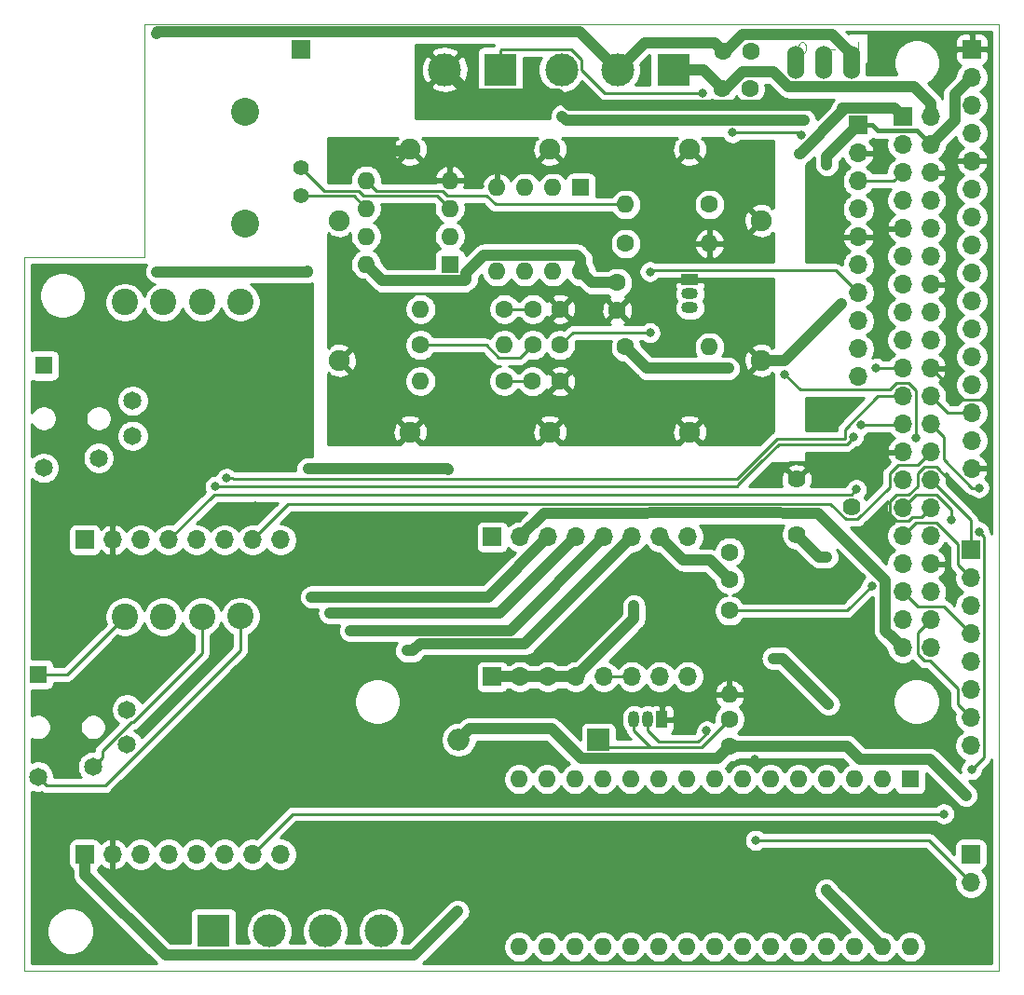
<source format=gbr>
G04 #@! TF.GenerationSoftware,KiCad,Pcbnew,(5.1.9)-1*
G04 #@! TF.CreationDate,2021-03-09T13:02:45-08:00*
G04 #@! TF.ProjectId,full_project,66756c6c-5f70-4726-9f6a-6563742e6b69,2.0*
G04 #@! TF.SameCoordinates,Original*
G04 #@! TF.FileFunction,Copper,L1,Top*
G04 #@! TF.FilePolarity,Positive*
%FSLAX46Y46*%
G04 Gerber Fmt 4.6, Leading zero omitted, Abs format (unit mm)*
G04 Created by KiCad (PCBNEW (5.1.9)-1) date 2021-03-09 13:02:45*
%MOMM*%
%LPD*%
G01*
G04 APERTURE LIST*
G04 #@! TA.AperFunction,Profile*
%ADD10C,0.050000*%
G04 #@! TD*
%ADD11C,0.050000*%
G04 #@! TA.AperFunction,ComponentPad*
%ADD12R,1.650000X1.650000*%
G04 #@! TD*
G04 #@! TA.AperFunction,ComponentPad*
%ADD13C,1.650000*%
G04 #@! TD*
G04 #@! TA.AperFunction,ComponentPad*
%ADD14R,1.700000X1.700000*%
G04 #@! TD*
G04 #@! TA.AperFunction,ComponentPad*
%ADD15O,1.700000X1.700000*%
G04 #@! TD*
G04 #@! TA.AperFunction,ComponentPad*
%ADD16C,2.400000*%
G04 #@! TD*
G04 #@! TA.AperFunction,ComponentPad*
%ADD17C,2.540000*%
G04 #@! TD*
G04 #@! TA.AperFunction,ComponentPad*
%ADD18C,1.397000*%
G04 #@! TD*
G04 #@! TA.AperFunction,ComponentPad*
%ADD19C,1.905000*%
G04 #@! TD*
G04 #@! TA.AperFunction,ComponentPad*
%ADD20C,1.600000*%
G04 #@! TD*
G04 #@! TA.AperFunction,ComponentPad*
%ADD21O,1.600000X1.600000*%
G04 #@! TD*
G04 #@! TA.AperFunction,ComponentPad*
%ADD22R,3.000000X3.000000*%
G04 #@! TD*
G04 #@! TA.AperFunction,ComponentPad*
%ADD23C,3.000000*%
G04 #@! TD*
G04 #@! TA.AperFunction,ComponentPad*
%ADD24O,1.050000X1.500000*%
G04 #@! TD*
G04 #@! TA.AperFunction,ComponentPad*
%ADD25R,1.050000X1.500000*%
G04 #@! TD*
G04 #@! TA.AperFunction,ComponentPad*
%ADD26O,2.000000X2.000000*%
G04 #@! TD*
G04 #@! TA.AperFunction,ComponentPad*
%ADD27R,2.000000X2.000000*%
G04 #@! TD*
G04 #@! TA.AperFunction,ComponentPad*
%ADD28R,1.600000X1.600000*%
G04 #@! TD*
G04 #@! TA.AperFunction,ComponentPad*
%ADD29C,1.620000*%
G04 #@! TD*
G04 #@! TA.AperFunction,ComponentPad*
%ADD30O,1.524000X3.048000*%
G04 #@! TD*
G04 #@! TA.AperFunction,ComponentPad*
%ADD31O,1.500000X1.050000*%
G04 #@! TD*
G04 #@! TA.AperFunction,ComponentPad*
%ADD32R,1.500000X1.050000*%
G04 #@! TD*
G04 #@! TA.AperFunction,ViaPad*
%ADD33C,0.800000*%
G04 #@! TD*
G04 #@! TA.AperFunction,Conductor*
%ADD34C,1.000000*%
G04 #@! TD*
G04 #@! TA.AperFunction,Conductor*
%ADD35C,0.250000*%
G04 #@! TD*
G04 #@! TA.AperFunction,Conductor*
%ADD36C,0.400000*%
G04 #@! TD*
G04 #@! TA.AperFunction,Conductor*
%ADD37C,0.254000*%
G04 #@! TD*
G04 #@! TA.AperFunction,Conductor*
%ADD38C,0.150000*%
G04 #@! TD*
G04 APERTURE END LIST*
D10*
X111379000Y-77851000D02*
X111379000Y-56636000D01*
X100457000Y-77851000D02*
X111379000Y-77851000D01*
X189000000Y-142488000D02*
X189000000Y-142688000D01*
X188600000Y-142688000D02*
X189000000Y-142688000D01*
X188600000Y-56636000D02*
X189000000Y-56636000D01*
X189000000Y-56636000D02*
X189000000Y-142488000D01*
X187600000Y-142688000D02*
X188600000Y-142688000D01*
X187600000Y-56636000D02*
X188600000Y-56636000D01*
X187000000Y-142688000D02*
X187600000Y-142688000D01*
X187000000Y-56636000D02*
X187600000Y-56636000D01*
X185032000Y-56636000D02*
X187000000Y-56636000D01*
X185032000Y-142688000D02*
X187000000Y-142688000D01*
X100457000Y-77851000D02*
X100457000Y-142688000D01*
X100457000Y-142688000D02*
X185032000Y-142688000D01*
X185032000Y-56636000D02*
X111379000Y-56636000D01*
G04 #@! TO.C,U8*
D11*
X171023291Y-58289440D02*
X171213768Y-58289440D01*
X171309006Y-58337060D01*
X171404244Y-58432298D01*
X171451863Y-58622774D01*
X171451863Y-58956107D01*
X171404244Y-59146583D01*
X171309006Y-59241821D01*
X171213768Y-59289440D01*
X171023291Y-59289440D01*
X170928053Y-59241821D01*
X170832815Y-59146583D01*
X170785196Y-58956107D01*
X170785196Y-58622774D01*
X170832815Y-58432298D01*
X170928053Y-58337060D01*
X171023291Y-58289440D01*
X176204020Y-59287550D02*
X176204020Y-58287550D01*
X173279390Y-58909368D02*
X174041295Y-58909368D01*
G04 #@! TD*
D12*
G04 #@! TO.P,J7,1*
G04 #@! TO.N,Net-(J7-Pad1)*
X101667000Y-115723000D03*
D13*
G04 #@! TO.P,J7,2*
G04 #@! TO.N,Net-(J7-Pad2)*
X106667000Y-124123000D03*
G04 #@! TO.P,J7,3*
G04 #@! TO.N,Net-(J7-Pad3)*
X109767000Y-118923000D03*
G04 #@! TO.P,J7,4*
G04 #@! TO.N,Net-(J7-Pad4)*
X101667000Y-125023000D03*
G04 #@! TO.P,J7,5*
G04 #@! TO.N,Net-(J7-Pad5)*
X109767000Y-122123000D03*
G04 #@! TD*
D12*
G04 #@! TO.P,J9,1*
G04 #@! TO.N,Net-(J9-Pad1)*
X102175000Y-87656000D03*
D13*
G04 #@! TO.P,J9,2*
G04 #@! TO.N,Net-(J9-Pad2)*
X107175000Y-96056000D03*
G04 #@! TO.P,J9,3*
G04 #@! TO.N,Net-(J9-Pad3)*
X110275000Y-90856000D03*
G04 #@! TO.P,J9,4*
G04 #@! TO.N,Net-(J9-Pad4)*
X102175000Y-96956000D03*
G04 #@! TO.P,J9,5*
G04 #@! TO.N,Net-(J9-Pad5)*
X110275000Y-94056000D03*
G04 #@! TD*
D14*
G04 #@! TO.P,U4,1*
G04 #@! TO.N,+3V3*
X105918000Y-103505000D03*
D15*
G04 #@! TO.P,U4,2*
G04 #@! TO.N,GND*
X108458000Y-103505000D03*
G04 #@! TO.P,U4,3*
G04 #@! TO.N,Net-(U4-Pad3)*
X110998000Y-103505000D03*
G04 #@! TO.P,U4,4*
G04 #@! TO.N,/SCLK*
X113538000Y-103505000D03*
G04 #@! TO.P,U4,5*
G04 #@! TO.N,/MOSI*
X116078000Y-103505000D03*
G04 #@! TO.P,U4,6*
G04 #@! TO.N,/MISO*
X118618000Y-103505000D03*
G04 #@! TO.P,U4,7*
G04 #@! TO.N,/CE1*
X121158000Y-103505000D03*
G04 #@! TO.P,U4,8*
G04 #@! TO.N,Net-(U4-Pad8)*
X123698000Y-103505000D03*
D16*
G04 #@! TO.P,U4,9*
G04 #@! TO.N,Net-(J9-Pad1)*
X109558000Y-81915000D03*
G04 #@! TO.P,U4,10*
G04 #@! TO.N,Net-(J9-Pad3)*
X113058000Y-81915000D03*
G04 #@! TO.P,U4,11*
G04 #@! TO.N,Net-(J9-Pad2)*
X116558000Y-81915000D03*
G04 #@! TO.P,U4,12*
G04 #@! TO.N,Net-(J9-Pad4)*
X120058000Y-81865000D03*
G04 #@! TD*
G04 #@! TO.P,U3,12*
G04 #@! TO.N,Net-(J7-Pad4)*
X120058000Y-110440000D03*
G04 #@! TO.P,U3,11*
G04 #@! TO.N,Net-(J7-Pad2)*
X116558000Y-110490000D03*
G04 #@! TO.P,U3,10*
G04 #@! TO.N,Net-(J7-Pad3)*
X113058000Y-110490000D03*
G04 #@! TO.P,U3,9*
G04 #@! TO.N,Net-(J7-Pad1)*
X109558000Y-110490000D03*
D15*
G04 #@! TO.P,U3,8*
G04 #@! TO.N,Net-(U3-Pad8)*
X123698000Y-132080000D03*
G04 #@! TO.P,U3,7*
G04 #@! TO.N,/CE0*
X121158000Y-132080000D03*
G04 #@! TO.P,U3,6*
G04 #@! TO.N,/MISO*
X118618000Y-132080000D03*
G04 #@! TO.P,U3,5*
G04 #@! TO.N,/MOSI*
X116078000Y-132080000D03*
G04 #@! TO.P,U3,4*
G04 #@! TO.N,/SCLK*
X113538000Y-132080000D03*
G04 #@! TO.P,U3,3*
G04 #@! TO.N,Net-(U3-Pad3)*
X110998000Y-132080000D03*
G04 #@! TO.P,U3,2*
G04 #@! TO.N,GND*
X108458000Y-132080000D03*
D14*
G04 #@! TO.P,U3,1*
G04 #@! TO.N,+3V3*
X105918000Y-132080000D03*
G04 #@! TD*
D17*
G04 #@! TO.P,J6,4*
G04 #@! TO.N,Net-(J6-Pad4)*
X120523000Y-64643000D03*
G04 #@! TO.P,J6,3*
G04 #@! TO.N,Net-(J6-Pad3)*
X120523000Y-74803000D03*
D18*
G04 #@! TO.P,J6,2*
G04 #@! TO.N,Net-(J12-Pad1)*
X125603000Y-72263000D03*
G04 #@! TO.P,J6,1*
G04 #@! TO.N,Net-(J6-Pad1)*
X125603000Y-69723000D03*
G04 #@! TD*
D19*
G04 #@! TO.P,J5,1*
G04 #@! TO.N,/PSU_AGND*
X129026920Y-87188040D03*
X129026920Y-74488040D03*
X148188680Y-67985640D03*
X135488680Y-67985640D03*
X160888680Y-67985640D03*
X167391080Y-74488040D03*
X167391080Y-87188040D03*
X135488680Y-93690440D03*
X148188680Y-93690440D03*
X160888680Y-93690440D03*
G04 #@! TD*
D20*
G04 #@! TO.P,R6,1*
G04 #@! TO.N,Net-(C8-Pad1)*
X144050000Y-82525000D03*
D21*
G04 #@! TO.P,R6,2*
G04 #@! TO.N,Net-(R6-Pad2)*
X136430000Y-82525000D03*
G04 #@! TD*
D22*
G04 #@! TO.P,J8,1*
G04 #@! TO.N,/PSU_5V*
X159400000Y-60775000D03*
D23*
G04 #@! TO.P,J8,2*
G04 #@! TO.N,/PSU_12V*
X154320000Y-60775000D03*
G04 #@! TO.P,J8,3*
G04 #@! TO.N,/PSU_GND*
X149240000Y-60775000D03*
G04 #@! TD*
D20*
G04 #@! TO.P,R3,1*
G04 #@! TO.N,/PWM*
X164510000Y-109940000D03*
D21*
G04 #@! TO.P,R3,2*
G04 #@! TO.N,GND*
X164510000Y-117560000D03*
G04 #@! TD*
D24*
G04 #@! TO.P,Q1,2*
G04 #@! TO.N,/PWM*
X157086300Y-119814340D03*
G04 #@! TO.P,Q1,3*
G04 #@! TO.N,Net-(C5-Pad2)*
X155816300Y-119814340D03*
D25*
G04 #@! TO.P,Q1,1*
G04 #@! TO.N,GND*
X158356300Y-119814340D03*
G04 #@! TD*
D15*
G04 #@! TO.P,U1,10*
G04 #@! TO.N,Net-(U1-Pad10)*
X176200000Y-88685000D03*
G04 #@! TO.P,U1,9*
G04 #@! TO.N,Net-(U1-Pad9)*
X176200000Y-86145000D03*
G04 #@! TO.P,U1,8*
G04 #@! TO.N,/PSU_AGND*
X176200000Y-83605000D03*
G04 #@! TO.P,U1,7*
G04 #@! TO.N,Net-(C6-Pad1)*
X176200000Y-81065000D03*
G04 #@! TO.P,U1,6*
G04 #@! TO.N,/PSU_AGND*
X176200000Y-78525000D03*
G04 #@! TO.P,U1,5*
G04 #@! TO.N,GND*
X176200000Y-75985000D03*
G04 #@! TO.P,U1,4*
G04 #@! TO.N,/SDA*
X176200000Y-73445000D03*
G04 #@! TO.P,U1,3*
G04 #@! TO.N,/SCL*
X176200000Y-70905000D03*
G04 #@! TO.P,U1,2*
G04 #@! TO.N,GND*
X176200000Y-68365000D03*
D14*
G04 #@! TO.P,U1,1*
G04 #@! TO.N,+5V*
X176200000Y-65825000D03*
G04 #@! TD*
G04 #@! TO.P,J2,1*
G04 #@! TO.N,+3V3*
X180240000Y-65038000D03*
D15*
G04 #@! TO.P,J2,2*
G04 #@! TO.N,/PSU_5V*
X182780000Y-65038000D03*
G04 #@! TO.P,J2,3*
G04 #@! TO.N,/SDA*
X180240000Y-67578000D03*
G04 #@! TO.P,J2,4*
G04 #@! TO.N,+5V*
X182780000Y-67578000D03*
G04 #@! TO.P,J2,5*
G04 #@! TO.N,/SCL*
X180240000Y-70118000D03*
G04 #@! TO.P,J2,6*
G04 #@! TO.N,GND*
X182780000Y-70118000D03*
G04 #@! TO.P,J2,7*
G04 #@! TO.N,Net-(J2-Pad7)*
X180240000Y-72658000D03*
G04 #@! TO.P,J2,8*
G04 #@! TO.N,Net-(J2-Pad8)*
X182780000Y-72658000D03*
G04 #@! TO.P,J2,9*
G04 #@! TO.N,GND*
X180240000Y-75198000D03*
G04 #@! TO.P,J2,10*
G04 #@! TO.N,Net-(J2-Pad10)*
X182780000Y-75198000D03*
G04 #@! TO.P,J2,11*
G04 #@! TO.N,Net-(J2-Pad11)*
X180240000Y-77738000D03*
G04 #@! TO.P,J2,12*
G04 #@! TO.N,/LCD_D4*
X182780000Y-77738000D03*
G04 #@! TO.P,J2,13*
G04 #@! TO.N,/LCD_RS*
X180240000Y-80278000D03*
G04 #@! TO.P,J2,14*
G04 #@! TO.N,GND*
X182780000Y-80278000D03*
G04 #@! TO.P,J2,15*
G04 #@! TO.N,/LCD_E*
X180240000Y-82818000D03*
G04 #@! TO.P,J2,16*
G04 #@! TO.N,/LCD_D5*
X182780000Y-82818000D03*
G04 #@! TO.P,J2,17*
G04 #@! TO.N,+3V3*
X180240000Y-85358000D03*
G04 #@! TO.P,J2,18*
G04 #@! TO.N,/LCD_D6*
X182780000Y-85358000D03*
G04 #@! TO.P,J2,19*
G04 #@! TO.N,/MOSI*
X180240000Y-87898000D03*
G04 #@! TO.P,J2,20*
G04 #@! TO.N,GND*
X182780000Y-87898000D03*
G04 #@! TO.P,J2,21*
G04 #@! TO.N,/MISO*
X180240000Y-90438000D03*
G04 #@! TO.P,J2,22*
G04 #@! TO.N,/LCD_D7*
X182780000Y-90438000D03*
G04 #@! TO.P,J2,23*
G04 #@! TO.N,/SCLK*
X180240000Y-92978000D03*
G04 #@! TO.P,J2,24*
G04 #@! TO.N,/CE0*
X182780000Y-92978000D03*
G04 #@! TO.P,J2,25*
G04 #@! TO.N,GND*
X180240000Y-95518000D03*
G04 #@! TO.P,J2,26*
G04 #@! TO.N,/CE1*
X182780000Y-95518000D03*
G04 #@! TO.P,J2,27*
G04 #@! TO.N,Net-(J2-Pad27)*
X180240000Y-98058000D03*
G04 #@! TO.P,J2,28*
G04 #@! TO.N,/KeyRow_1*
X182780000Y-98058000D03*
G04 #@! TO.P,J2,29*
G04 #@! TO.N,/KeyRow_3*
X180240000Y-100598000D03*
G04 #@! TO.P,J2,30*
G04 #@! TO.N,GND*
X182780000Y-100598000D03*
G04 #@! TO.P,J2,31*
G04 #@! TO.N,/KeyRow_2*
X180240000Y-103138000D03*
G04 #@! TO.P,J2,32*
G04 #@! TO.N,Net-(J10-Pad1)*
X182780000Y-103138000D03*
G04 #@! TO.P,J2,33*
G04 #@! TO.N,/PWM*
X180240000Y-105678000D03*
G04 #@! TO.P,J2,34*
G04 #@! TO.N,GND*
X182780000Y-105678000D03*
G04 #@! TO.P,J2,35*
G04 #@! TO.N,/KeyRow_4*
X180240000Y-108218000D03*
G04 #@! TO.P,J2,36*
G04 #@! TO.N,/KeyCol_1*
X182780000Y-108218000D03*
G04 #@! TO.P,J2,37*
G04 #@! TO.N,/KeyCol_2*
X180240000Y-110758000D03*
G04 #@! TO.P,J2,38*
G04 #@! TO.N,/KeyCol_3*
X182780000Y-110758000D03*
G04 #@! TO.P,J2,39*
G04 #@! TO.N,/PSU_GND*
X180240000Y-113298000D03*
G04 #@! TO.P,J2,40*
G04 #@! TO.N,/KeyCol_4*
X182780000Y-113298000D03*
G04 #@! TD*
G04 #@! TO.P,U2,8*
G04 #@! TO.N,/DIR*
X160713420Y-115928140D03*
G04 #@! TO.P,U2,7*
G04 #@! TO.N,/STEP*
X158173420Y-115928140D03*
G04 #@! TO.P,U2,6*
G04 #@! TO.N,Net-(U2-Pad5)*
X155633420Y-115928140D03*
G04 #@! TO.P,U2,5*
X153093420Y-115928140D03*
G04 #@! TO.P,U2,4*
G04 #@! TO.N,/Arduino_GND*
X150553420Y-115928140D03*
G04 #@! TO.P,U2,3*
X148013420Y-115928140D03*
G04 #@! TO.P,U2,2*
X145473420Y-115928140D03*
D14*
G04 #@! TO.P,U2,1*
X142933420Y-115928140D03*
G04 #@! TO.P,U2,9*
G04 #@! TO.N,/PSU_12V*
X142933420Y-103228140D03*
D15*
G04 #@! TO.P,U2,12*
G04 #@! TO.N,Net-(J4-Pad2)*
X150553420Y-103228140D03*
G04 #@! TO.P,U2,16*
G04 #@! TO.N,/Arduino_GND*
X160713420Y-103228140D03*
G04 #@! TO.P,U2,15*
G04 #@! TO.N,/Arduino_VDD*
X158173420Y-103228140D03*
G04 #@! TO.P,U2,14*
G04 #@! TO.N,Net-(J4-Pad4)*
X155633420Y-103228140D03*
G04 #@! TO.P,U2,13*
G04 #@! TO.N,Net-(J4-Pad3)*
X153093420Y-103228140D03*
G04 #@! TO.P,U2,10*
G04 #@! TO.N,/PSU_GND*
X145473420Y-103228140D03*
G04 #@! TO.P,U2,11*
G04 #@! TO.N,Net-(J4-Pad1)*
X148013420Y-103228140D03*
G04 #@! TD*
D23*
G04 #@! TO.P,J4,2*
G04 #@! TO.N,Net-(J4-Pad2)*
X122682000Y-139065000D03*
G04 #@! TO.P,J4,3*
G04 #@! TO.N,Net-(J4-Pad3)*
X127762000Y-139065000D03*
D22*
G04 #@! TO.P,J4,1*
G04 #@! TO.N,Net-(J4-Pad1)*
X117602000Y-139065000D03*
D23*
G04 #@! TO.P,J4,4*
G04 #@! TO.N,Net-(J4-Pad4)*
X132842000Y-139065000D03*
G04 #@! TD*
D26*
G04 #@! TO.P,D1,2*
G04 #@! TO.N,+3V3*
X139890000Y-121660000D03*
D27*
G04 #@! TO.P,D1,1*
G04 #@! TO.N,Net-(C5-Pad2)*
X152590000Y-121660000D03*
G04 #@! TD*
D21*
G04 #@! TO.P,R2,2*
G04 #@! TO.N,/PSU_AGND*
X162687000Y-76581000D03*
D20*
G04 #@! TO.P,R2,1*
G04 #@! TO.N,Net-(R1-Pad2)*
X155067000Y-76581000D03*
G04 #@! TD*
G04 #@! TO.P,C2,2*
G04 #@! TO.N,/PSU_AGND*
X154305000Y-82637000D03*
G04 #@! TO.P,C2,1*
G04 #@! TO.N,/PSU_A5V*
X154305000Y-80137000D03*
G04 #@! TD*
D14*
G04 #@! TO.P,J12,1*
G04 #@! TO.N,Net-(J12-Pad1)*
X125603000Y-58928000D03*
G04 #@! TD*
D20*
G04 #@! TO.P,R1,1*
G04 #@! TO.N,Net-(R1-Pad1)*
X162687000Y-73025000D03*
D21*
G04 #@! TO.P,R1,2*
G04 #@! TO.N,Net-(R1-Pad2)*
X155067000Y-73025000D03*
G04 #@! TD*
G04 #@! TO.P,U6,8*
G04 #@! TO.N,/PSU_A5V*
X131472000Y-78452000D03*
G04 #@! TO.P,U6,4*
G04 #@! TO.N,/PSU_AGND*
X139092000Y-70832000D03*
G04 #@! TO.P,U6,7*
G04 #@! TO.N,Net-(J12-Pad1)*
X131472000Y-75912000D03*
G04 #@! TO.P,U6,3*
G04 #@! TO.N,Net-(J6-Pad1)*
X139092000Y-73372000D03*
G04 #@! TO.P,U6,6*
G04 #@! TO.N,Net-(J12-Pad1)*
X131472000Y-73372000D03*
G04 #@! TO.P,U6,2*
G04 #@! TO.N,Net-(R6-Pad2)*
X139092000Y-75912000D03*
G04 #@! TO.P,U6,5*
G04 #@! TO.N,Net-(R1-Pad2)*
X131472000Y-70832000D03*
D28*
G04 #@! TO.P,U6,1*
G04 #@! TO.N,Net-(R6-Pad2)*
X139092000Y-78452000D03*
G04 #@! TD*
D20*
G04 #@! TO.P,C5,1*
G04 #@! TO.N,+3V3*
X164520000Y-122290000D03*
G04 #@! TO.P,C5,2*
G04 #@! TO.N,Net-(C5-Pad2)*
X164520000Y-119790000D03*
G04 #@! TD*
D14*
G04 #@! TO.P,J14,1*
G04 #@! TO.N,+3V3*
X186436000Y-132080000D03*
D15*
G04 #@! TO.P,J14,2*
G04 #@! TO.N,Net-(C5-Pad2)*
X186436000Y-134620000D03*
G04 #@! TD*
D20*
G04 #@! TO.P,C6,1*
G04 #@! TO.N,Net-(C6-Pad1)*
X149121000Y-85800000D03*
G04 #@! TO.P,C6,2*
G04 #@! TO.N,Net-(C6-Pad2)*
X146621000Y-85800000D03*
G04 #@! TD*
G04 #@! TO.P,C7,2*
G04 #@! TO.N,/PSU_AGND*
X149100000Y-89100000D03*
G04 #@! TO.P,C7,1*
G04 #@! TO.N,Net-(C7-Pad1)*
X146600000Y-89100000D03*
G04 #@! TD*
D21*
G04 #@! TO.P,R4,2*
G04 #@! TO.N,Net-(C6-Pad2)*
X136421000Y-89073000D03*
D20*
G04 #@! TO.P,R4,1*
G04 #@! TO.N,Net-(C7-Pad1)*
X144041000Y-89073000D03*
G04 #@! TD*
D28*
G04 #@! TO.P,U7,1*
G04 #@! TO.N,Net-(C6-Pad1)*
X151003000Y-71501000D03*
D21*
G04 #@! TO.P,U7,5*
G04 #@! TO.N,Net-(U7-Pad5)*
X143383000Y-79121000D03*
G04 #@! TO.P,U7,2*
G04 #@! TO.N,Net-(C6-Pad1)*
X148463000Y-71501000D03*
G04 #@! TO.P,U7,6*
G04 #@! TO.N,Net-(U7-Pad6)*
X145923000Y-79121000D03*
G04 #@! TO.P,U7,3*
G04 #@! TO.N,Net-(C7-Pad1)*
X145923000Y-71501000D03*
G04 #@! TO.P,U7,7*
G04 #@! TO.N,Net-(U7-Pad7)*
X148463000Y-79121000D03*
G04 #@! TO.P,U7,4*
G04 #@! TO.N,/PSU_AGND*
X143383000Y-71501000D03*
G04 #@! TO.P,U7,8*
G04 #@! TO.N,/PSU_A5V*
X151003000Y-79121000D03*
G04 #@! TD*
D28*
G04 #@! TO.P,A1,1*
G04 #@! TO.N,Net-(A1-Pad1)*
X180925000Y-125250000D03*
D21*
G04 #@! TO.P,A1,17*
G04 #@! TO.N,/Arduino_VDD*
X147905000Y-140490000D03*
G04 #@! TO.P,A1,2*
G04 #@! TO.N,Net-(A1-Pad2)*
X178385000Y-125250000D03*
G04 #@! TO.P,A1,18*
G04 #@! TO.N,Net-(A1-Pad18)*
X150445000Y-140490000D03*
G04 #@! TO.P,A1,3*
G04 #@! TO.N,Net-(A1-Pad3)*
X175845000Y-125250000D03*
G04 #@! TO.P,A1,19*
G04 #@! TO.N,Net-(A1-Pad19)*
X152985000Y-140490000D03*
G04 #@! TO.P,A1,4*
G04 #@! TO.N,/Arduino_GND*
X173305000Y-125250000D03*
G04 #@! TO.P,A1,20*
G04 #@! TO.N,Net-(A1-Pad20)*
X155525000Y-140490000D03*
G04 #@! TO.P,A1,5*
G04 #@! TO.N,Net-(A1-Pad5)*
X170765000Y-125250000D03*
G04 #@! TO.P,A1,21*
G04 #@! TO.N,Net-(A1-Pad21)*
X158065000Y-140490000D03*
G04 #@! TO.P,A1,6*
G04 #@! TO.N,Net-(A1-Pad6)*
X168225000Y-125250000D03*
G04 #@! TO.P,A1,22*
G04 #@! TO.N,Net-(A1-Pad22)*
X160605000Y-140490000D03*
G04 #@! TO.P,A1,7*
G04 #@! TO.N,Net-(A1-Pad7)*
X165685000Y-125250000D03*
G04 #@! TO.P,A1,23*
G04 #@! TO.N,Net-(A1-Pad23)*
X163145000Y-140490000D03*
G04 #@! TO.P,A1,8*
G04 #@! TO.N,/DIR*
X163145000Y-125250000D03*
G04 #@! TO.P,A1,24*
G04 #@! TO.N,Net-(A1-Pad24)*
X165685000Y-140490000D03*
G04 #@! TO.P,A1,9*
G04 #@! TO.N,/STEP*
X160605000Y-125250000D03*
G04 #@! TO.P,A1,25*
G04 #@! TO.N,Net-(A1-Pad25)*
X168225000Y-140490000D03*
G04 #@! TO.P,A1,10*
G04 #@! TO.N,Net-(A1-Pad10)*
X158065000Y-125250000D03*
G04 #@! TO.P,A1,26*
G04 #@! TO.N,Net-(A1-Pad26)*
X170765000Y-140490000D03*
G04 #@! TO.P,A1,11*
G04 #@! TO.N,Net-(A1-Pad11)*
X155525000Y-125250000D03*
G04 #@! TO.P,A1,27*
G04 #@! TO.N,Net-(A1-Pad27)*
X173305000Y-140490000D03*
G04 #@! TO.P,A1,12*
G04 #@! TO.N,Net-(A1-Pad12)*
X152985000Y-125250000D03*
G04 #@! TO.P,A1,28*
G04 #@! TO.N,Net-(A1-Pad28)*
X175845000Y-140490000D03*
G04 #@! TO.P,A1,13*
G04 #@! TO.N,Net-(A1-Pad13)*
X150445000Y-125250000D03*
G04 #@! TO.P,A1,29*
G04 #@! TO.N,/Arduino_GND*
X178385000Y-140490000D03*
G04 #@! TO.P,A1,14*
G04 #@! TO.N,Net-(A1-Pad14)*
X147905000Y-125250000D03*
G04 #@! TO.P,A1,30*
G04 #@! TO.N,Net-(A1-Pad30)*
X180925000Y-140490000D03*
G04 #@! TO.P,A1,15*
G04 #@! TO.N,Net-(A1-Pad15)*
X145365000Y-125250000D03*
G04 #@! TO.P,A1,16*
G04 #@! TO.N,Net-(A1-Pad16)*
X145365000Y-140490000D03*
G04 #@! TD*
D20*
G04 #@! TO.P,C1,2*
G04 #@! TO.N,/PSU_GND*
X166375000Y-62475000D03*
G04 #@! TO.P,C1,1*
G04 #@! TO.N,/PSU_5V*
X163875000Y-62475000D03*
G04 #@! TD*
G04 #@! TO.P,C3,1*
G04 #@! TO.N,/PSU_12V*
X163925000Y-59100000D03*
G04 #@! TO.P,C3,2*
G04 #@! TO.N,/PSU_GND*
X166425000Y-59100000D03*
G04 #@! TD*
G04 #@! TO.P,C4,1*
G04 #@! TO.N,/Arduino_VDD*
X164503100Y-107119420D03*
G04 #@! TO.P,C4,2*
G04 #@! TO.N,/Arduino_GND*
X164503100Y-104619420D03*
G04 #@! TD*
D29*
G04 #@! TO.P,RV1,3*
G04 #@! TO.N,GND*
X170600000Y-98000000D03*
G04 #@! TO.P,RV1,2*
G04 #@! TO.N,/LCD_OV*
X175600000Y-100500000D03*
G04 #@! TO.P,RV1,1*
G04 #@! TO.N,+5V*
X170600000Y-103000000D03*
G04 #@! TD*
D30*
G04 #@! TO.P,U8,3*
G04 #@! TO.N,/PSU_A5V*
X170485000Y-60110000D03*
G04 #@! TO.P,U8,2*
G04 #@! TO.N,/PSU_GND*
X173025000Y-60110000D03*
G04 #@! TO.P,U8,1*
G04 #@! TO.N,/PSU_12V*
X175565000Y-60110000D03*
G04 #@! TD*
D20*
G04 #@! TO.P,C8,1*
G04 #@! TO.N,Net-(C8-Pad1)*
X146625000Y-82525000D03*
G04 #@! TO.P,C8,2*
G04 #@! TO.N,/PSU_AGND*
X149125000Y-82525000D03*
G04 #@! TD*
G04 #@! TO.P,R5,1*
G04 #@! TO.N,Net-(C6-Pad2)*
X136421000Y-85800000D03*
D21*
G04 #@! TO.P,R5,2*
G04 #@! TO.N,Net-(C8-Pad1)*
X144041000Y-85800000D03*
G04 #@! TD*
D20*
G04 #@! TO.P,R7,1*
G04 #@! TO.N,/PSU_A5V*
X155067000Y-85979000D03*
D21*
G04 #@! TO.P,R7,2*
G04 #@! TO.N,Net-(R1-Pad1)*
X162687000Y-85979000D03*
G04 #@! TD*
D31*
G04 #@! TO.P,U5,2*
G04 #@! TO.N,Net-(R1-Pad1)*
X160909000Y-81153000D03*
G04 #@! TO.P,U5,3*
G04 #@! TO.N,Net-(U5-Pad3)*
X160909000Y-82423000D03*
D32*
G04 #@! TO.P,U5,1*
G04 #@! TO.N,/PSU_AGND*
X160909000Y-79883000D03*
G04 #@! TD*
D14*
G04 #@! TO.P,J1,1*
G04 #@! TO.N,GND*
X186525000Y-58925000D03*
D15*
G04 #@! TO.P,J1,2*
G04 #@! TO.N,+5V*
X186525000Y-61465000D03*
G04 #@! TO.P,J1,3*
G04 #@! TO.N,/LCD_OV*
X186525000Y-64005000D03*
G04 #@! TO.P,J1,4*
G04 #@! TO.N,/LCD_RS*
X186525000Y-66545000D03*
G04 #@! TO.P,J1,5*
G04 #@! TO.N,GND*
X186525000Y-69085000D03*
G04 #@! TO.P,J1,6*
G04 #@! TO.N,/LCD_E*
X186525000Y-71625000D03*
G04 #@! TO.P,J1,7*
G04 #@! TO.N,Net-(J1-Pad7)*
X186525000Y-74165000D03*
G04 #@! TO.P,J1,8*
G04 #@! TO.N,Net-(J1-Pad8)*
X186525000Y-76705000D03*
G04 #@! TO.P,J1,9*
G04 #@! TO.N,Net-(J1-Pad9)*
X186525000Y-79245000D03*
G04 #@! TO.P,J1,10*
G04 #@! TO.N,Net-(J1-Pad10)*
X186525000Y-81785000D03*
G04 #@! TO.P,J1,11*
G04 #@! TO.N,/LCD_D4*
X186525000Y-84325000D03*
G04 #@! TO.P,J1,12*
G04 #@! TO.N,/LCD_D5*
X186525000Y-86865000D03*
G04 #@! TO.P,J1,13*
G04 #@! TO.N,/LCD_D6*
X186525000Y-89405000D03*
G04 #@! TO.P,J1,14*
G04 #@! TO.N,/LCD_D7*
X186525000Y-91945000D03*
G04 #@! TO.P,J1,15*
G04 #@! TO.N,+3V3*
X186525000Y-94485000D03*
G04 #@! TO.P,J1,16*
G04 #@! TO.N,GND*
X186525000Y-97025000D03*
G04 #@! TD*
D14*
G04 #@! TO.P,J3,1*
G04 #@! TO.N,/KeyRow_1*
X186430920Y-104416860D03*
D15*
G04 #@! TO.P,J3,2*
G04 #@! TO.N,/KeyRow_2*
X186430920Y-106956860D03*
G04 #@! TO.P,J3,3*
G04 #@! TO.N,/KeyRow_3*
X186430920Y-109496860D03*
G04 #@! TO.P,J3,4*
G04 #@! TO.N,/KeyRow_4*
X186430920Y-112036860D03*
G04 #@! TO.P,J3,5*
G04 #@! TO.N,/KeyCol_1*
X186430920Y-114576860D03*
G04 #@! TO.P,J3,6*
G04 #@! TO.N,/KeyCol_2*
X186430920Y-117116860D03*
G04 #@! TO.P,J3,7*
G04 #@! TO.N,/KeyCol_3*
X186430920Y-119656860D03*
G04 #@! TO.P,J3,8*
G04 #@! TO.N,/KeyCol_4*
X186430920Y-122196860D03*
G04 #@! TD*
D22*
G04 #@! TO.P,J10,1*
G04 #@! TO.N,Net-(J10-Pad1)*
X143700000Y-60750000D03*
D23*
G04 #@! TO.P,J10,2*
G04 #@! TO.N,GND*
X138620000Y-60750000D03*
G04 #@! TD*
D33*
G04 #@! TO.N,/Arduino_GND*
X168480740Y-114261900D03*
X173494700Y-118440200D03*
X173305000Y-135311680D03*
X155800000Y-109500000D03*
G04 #@! TO.N,+3V3*
X185991500Y-126730760D03*
X170825000Y-68400000D03*
X139800000Y-137250000D03*
X176350000Y-123450000D03*
G04 #@! TO.N,GND*
X184680860Y-77820520D03*
X166768780Y-123461780D03*
X166329360Y-120827800D03*
X184340500Y-107195620D03*
X171597071Y-63975001D03*
X108350000Y-114575000D03*
X113375000Y-118775000D03*
X120100000Y-120875000D03*
X116200000Y-120875000D03*
X118575000Y-106650000D03*
X166975000Y-127000000D03*
X173900000Y-114375000D03*
X175275000Y-96600000D03*
X177725000Y-96125000D03*
X174650000Y-107075000D03*
X177825000Y-102675000D03*
X175125000Y-91100000D03*
X186025000Y-99625000D03*
X121450000Y-100425000D03*
X151375000Y-63000000D03*
X168225000Y-62825000D03*
X166975000Y-111675000D03*
X163225000Y-102800000D03*
X156800000Y-61900000D03*
X113284000Y-88011000D03*
X118237000Y-86487000D03*
X107696000Y-87630000D03*
X106299000Y-82550000D03*
G04 #@! TO.N,/MOSI*
X117775000Y-98639999D03*
X177825000Y-87900000D03*
X175750000Y-94125000D03*
G04 #@! TO.N,/MISO*
X118800000Y-97914999D03*
G04 #@! TO.N,/SCLK*
X176025000Y-98925000D03*
X176475000Y-93050000D03*
G04 #@! TO.N,/CE0*
X183975000Y-128400000D03*
X186500000Y-124375000D03*
X187174990Y-98775000D03*
X187174990Y-102750000D03*
G04 #@! TO.N,Net-(J4-Pad2)*
X128175000Y-110150000D03*
G04 #@! TO.N,Net-(J4-Pad3)*
X130050000Y-111750000D03*
G04 #@! TO.N,Net-(J4-Pad1)*
X126500000Y-108700000D03*
G04 #@! TO.N,Net-(J4-Pad4)*
X135175000Y-113575000D03*
G04 #@! TO.N,/PSU_12V*
X112400000Y-57475000D03*
X112475000Y-79125000D03*
X126175000Y-79075000D03*
X126200000Y-97050000D03*
X138950000Y-97125000D03*
G04 #@! TO.N,Net-(C5-Pad2)*
X166878000Y-130810000D03*
G04 #@! TO.N,/PWM*
X162432247Y-120852447D03*
X177425000Y-107675000D03*
G04 #@! TO.N,+5V*
X173350000Y-105050000D03*
X173350000Y-69402000D03*
G04 #@! TO.N,/PSU_GND*
X149300000Y-65000000D03*
X171300000Y-65375000D03*
X166550000Y-101050000D03*
G04 #@! TO.N,/PSU_AGND*
X129250000Y-68175000D03*
X174649999Y-82054999D03*
X135300000Y-74950000D03*
X148475000Y-74900000D03*
G04 #@! TO.N,/PSU_A5V*
X164400000Y-87925000D03*
G04 #@! TO.N,/KeyRow_3*
X184650000Y-101700000D03*
G04 #@! TO.N,Net-(C6-Pad1)*
X157275000Y-79125000D03*
X157275000Y-84675000D03*
G04 #@! TO.N,Net-(J10-Pad1)*
X162050000Y-62875001D03*
X164775000Y-66499999D03*
X171010001Y-66702818D03*
X169500000Y-88450000D03*
X181475000Y-94225000D03*
G04 #@! TD*
D34*
G04 #@! TO.N,/Arduino_VDD*
X158173420Y-103228140D02*
X160291780Y-105346500D01*
X162730180Y-105346500D02*
X164503100Y-107119420D01*
X160291780Y-105346500D02*
X162730180Y-105346500D01*
G04 #@! TO.N,/Arduino_GND*
X168480740Y-114261900D02*
X169316400Y-114261900D01*
X169316400Y-114261900D02*
X173494700Y-118440200D01*
X173305000Y-135410000D02*
X178385000Y-140490000D01*
X173305000Y-135311680D02*
X173305000Y-135410000D01*
X142933420Y-115928140D02*
X145473420Y-115928140D01*
X148013420Y-115928140D02*
X145473420Y-115928140D01*
X148013420Y-115928140D02*
X150553420Y-115928140D01*
X155800000Y-110681560D02*
X150553420Y-115928140D01*
X155800000Y-109500000D02*
X155800000Y-110681560D01*
G04 #@! TO.N,+3V3*
X163449999Y-123360001D02*
X164520000Y-122290000D01*
X151029999Y-123360001D02*
X163449999Y-123360001D01*
X148329999Y-120660001D02*
X151029999Y-123360001D01*
X140889999Y-120660001D02*
X148329999Y-120660001D01*
X139890000Y-121660000D02*
X140889999Y-120660001D01*
X182707280Y-123446540D02*
X185991500Y-126730760D01*
X175220000Y-122290000D02*
X176376540Y-123446540D01*
X164520000Y-122290000D02*
X175220000Y-122290000D01*
X180240000Y-65038000D02*
X179476999Y-64274999D01*
X170940821Y-68400000D02*
X170825000Y-68400000D01*
X174789999Y-64274999D02*
X174789999Y-64550822D01*
X179476999Y-64274999D02*
X174789999Y-64274999D01*
X174789999Y-64550822D02*
X170940821Y-68400000D01*
X105918000Y-133930000D02*
X105918000Y-132080000D01*
X113253001Y-141265001D02*
X105918000Y-133930000D01*
X135784999Y-141265001D02*
X113253001Y-141265001D01*
X139800000Y-137250000D02*
X135784999Y-141265001D01*
X176376540Y-123446540D02*
X176350000Y-123450000D01*
X176350000Y-123450000D02*
X182707280Y-123446540D01*
D35*
G04 #@! TO.N,/SCL*
X179564000Y-70118000D02*
X180240000Y-70118000D01*
X179453000Y-70905000D02*
X180240000Y-70118000D01*
X176200000Y-70905000D02*
X179453000Y-70905000D01*
G04 #@! TO.N,GND*
X185651999Y-90769999D02*
X187769999Y-90769999D01*
X182780000Y-87898000D02*
X185651999Y-90769999D01*
D34*
X140119999Y-62249999D02*
X138620000Y-60750000D01*
X140845001Y-62975001D02*
X140119999Y-62249999D01*
X148972071Y-62975001D02*
X140845001Y-62975001D01*
X149972071Y-63975001D02*
X148972071Y-62975001D01*
X171597071Y-63975001D02*
X171597071Y-63975001D01*
X171597071Y-63975001D02*
X149972071Y-63975001D01*
D35*
X181930001Y-101447999D02*
X182780000Y-100598000D01*
X181129003Y-101447999D02*
X181930001Y-101447999D01*
X179064999Y-100033999D02*
X179064999Y-101162001D01*
X179675999Y-99422999D02*
X179064999Y-100033999D01*
X180778591Y-99422999D02*
X179675999Y-99422999D01*
X179064999Y-101162001D02*
X179675999Y-101773001D01*
X181604999Y-98596591D02*
X180778591Y-99422999D01*
X179675999Y-101773001D02*
X180804001Y-101773001D01*
X181604999Y-97493999D02*
X181604999Y-98596591D01*
X180804001Y-101773001D02*
X181129003Y-101447999D01*
X182215999Y-96882999D02*
X181604999Y-97493999D01*
X183282999Y-96882999D02*
X182215999Y-96882999D01*
X186025000Y-99625000D02*
X183282999Y-96882999D01*
G04 #@! TO.N,/MOSI*
X180238000Y-87900000D02*
X180240000Y-87898000D01*
X177825000Y-87900000D02*
X180238000Y-87900000D01*
X117775000Y-98639999D02*
X165154671Y-98639999D01*
X165154671Y-98639999D02*
X165394652Y-98400018D01*
X165394652Y-98400018D02*
X167322335Y-96472335D01*
X167322335Y-96472335D02*
X168994660Y-94800010D01*
X168994660Y-94800010D02*
X169975000Y-94800010D01*
X175186400Y-94800010D02*
X175525000Y-94461410D01*
X169975000Y-94800010D02*
X175186400Y-94800010D01*
X175525000Y-94461410D02*
X175525000Y-94350000D01*
X175525000Y-94350000D02*
X175750000Y-94125000D01*
G04 #@! TO.N,/MISO*
X165208251Y-97950009D02*
X168808260Y-94350000D01*
X119400695Y-97950009D02*
X165208251Y-97950009D01*
X118800000Y-97914999D02*
X119365685Y-97914999D01*
X119365685Y-97914999D02*
X119400695Y-97950009D01*
X168808260Y-94350000D02*
X175000000Y-94350000D01*
X179037919Y-90438000D02*
X180240000Y-90438000D01*
X178013998Y-90438000D02*
X179037919Y-90438000D01*
X175000000Y-93451998D02*
X178013998Y-90438000D01*
X175000000Y-94350000D02*
X175000000Y-93451998D01*
G04 #@! TO.N,/SCLK*
X175585001Y-99364999D02*
X176025000Y-98925000D01*
X113538000Y-103505000D02*
X117678001Y-99364999D01*
X117678001Y-99364999D02*
X175585001Y-99364999D01*
X180168000Y-93050000D02*
X180240000Y-92978000D01*
X176475000Y-93050000D02*
X180168000Y-93050000D01*
G04 #@! TO.N,/CE1*
X181604999Y-96693001D02*
X181930001Y-96367999D01*
X181930001Y-96367999D02*
X182780000Y-95518000D01*
X179865997Y-96693001D02*
X181604999Y-96693001D01*
X179064999Y-98714803D02*
X179064999Y-97493999D01*
X176144801Y-101635001D02*
X179064999Y-98714803D01*
X124413009Y-100249991D02*
X147625133Y-100249991D01*
X179064999Y-97493999D02*
X179865997Y-96693001D01*
X121158000Y-103505000D02*
X124413009Y-100249991D01*
X173635829Y-100215631D02*
X175055199Y-101635001D01*
X147625133Y-100249991D02*
X173635829Y-100215631D01*
X175055199Y-101635001D02*
X176144801Y-101635001D01*
G04 #@! TO.N,/CE0*
X121158000Y-132080000D02*
X124838000Y-128400000D01*
X124838000Y-128400000D02*
X183975000Y-128400000D01*
X183629999Y-93827999D02*
X182780000Y-92978000D01*
X183955001Y-94153001D02*
X183629999Y-93827999D01*
X183955001Y-96194003D02*
X183955001Y-94153001D01*
X186500000Y-124375000D02*
X187605921Y-123269079D01*
X183955001Y-96194003D02*
X186535998Y-98775000D01*
X186535998Y-98775000D02*
X187174990Y-98775000D01*
X187605921Y-103180931D02*
X187605921Y-123269079D01*
X187174990Y-102750000D02*
X187605921Y-103180931D01*
D34*
G04 #@! TO.N,Net-(J4-Pad2)*
X143631560Y-110150000D02*
X150553420Y-103228140D01*
X128175000Y-110150000D02*
X143631560Y-110150000D01*
G04 #@! TO.N,Net-(J4-Pad3)*
X144571560Y-111750000D02*
X153093420Y-103228140D01*
X130050000Y-111750000D02*
X144571560Y-111750000D01*
G04 #@! TO.N,Net-(J4-Pad1)*
X142541560Y-108700000D02*
X148013420Y-103228140D01*
X126500000Y-108700000D02*
X142541560Y-108700000D01*
G04 #@! TO.N,Net-(J4-Pad4)*
X136365675Y-112950010D02*
X145911550Y-112950010D01*
X154783421Y-104078139D02*
X155633420Y-103228140D01*
X145911550Y-112950010D02*
X154783421Y-104078139D01*
X135740685Y-113575000D02*
X136365675Y-112950010D01*
X135175000Y-113575000D02*
X135740685Y-113575000D01*
D35*
G04 #@! TO.N,Net-(J6-Pad1)*
X138292001Y-72572001D02*
X139092000Y-73372000D01*
X137966999Y-72246999D02*
X138292001Y-72572001D01*
X131221997Y-72246999D02*
X137966999Y-72246999D01*
X130787988Y-71812990D02*
X131221997Y-72246999D01*
X127692990Y-71812990D02*
X130787988Y-71812990D01*
X125603000Y-69723000D02*
X127692990Y-71812990D01*
G04 #@! TO.N,Net-(U2-Pad5)*
X155633420Y-115928140D02*
X153093420Y-115928140D01*
G04 #@! TO.N,Net-(J12-Pad1)*
X130363000Y-72263000D02*
X131472000Y-73372000D01*
X125603000Y-72263000D02*
X130363000Y-72263000D01*
D34*
G04 #@! TO.N,/PSU_12V*
X163125001Y-58300001D02*
X163925000Y-59100000D01*
X156794999Y-58300001D02*
X163125001Y-58300001D01*
X154320000Y-60775000D02*
X156794999Y-58300001D01*
X175565000Y-59348000D02*
X175565000Y-60110000D01*
X173803000Y-57586000D02*
X175565000Y-59348000D01*
X165718998Y-57586000D02*
X173803000Y-57586000D01*
X164204998Y-59100000D02*
X165718998Y-57586000D01*
X163925000Y-59100000D02*
X164204998Y-59100000D01*
X154320000Y-60775000D02*
X150906010Y-57361010D01*
X150906010Y-57361010D02*
X112513990Y-57361010D01*
X112513990Y-57361010D02*
X112400000Y-57475000D01*
X112475000Y-79125000D02*
X126125000Y-79125000D01*
X126125000Y-79125000D02*
X126175000Y-79075000D01*
X126200000Y-97050000D02*
X138875000Y-97050000D01*
X138875000Y-97050000D02*
X138950000Y-97125000D01*
D35*
G04 #@! TO.N,Net-(R1-Pad2)*
X153935630Y-73025000D02*
X155067000Y-73025000D01*
X142441998Y-72225000D02*
X143241998Y-73025000D01*
X138819998Y-72225000D02*
X142441998Y-72225000D01*
X138391987Y-71796989D02*
X138819998Y-72225000D01*
X132436989Y-71796989D02*
X138391987Y-71796989D01*
X143241998Y-73025000D02*
X153935630Y-73025000D01*
X131472000Y-70832000D02*
X132436989Y-71796989D01*
G04 #@! TO.N,Net-(C5-Pad2)*
X164520000Y-119790000D02*
X161958020Y-122351980D01*
X155816300Y-120814340D02*
X155816300Y-119814340D01*
X157353940Y-122351980D02*
X155816300Y-120814340D01*
X161958020Y-122351980D02*
X157353940Y-122351980D01*
X153281980Y-122351980D02*
X152590000Y-121660000D01*
X157353940Y-122351980D02*
X153281980Y-122351980D01*
X164520000Y-119790000D02*
X164520000Y-120091442D01*
X182626000Y-130810000D02*
X186436000Y-134620000D01*
X166878000Y-130810000D02*
X182626000Y-130810000D01*
G04 #@! TO.N,/PWM*
X161632900Y-121856500D02*
X162534600Y-120954800D01*
X162534600Y-120954800D02*
X162432247Y-120852447D01*
X157086300Y-120850660D02*
X158092140Y-121856500D01*
X157086300Y-119814340D02*
X157086300Y-120850660D01*
X158092140Y-121856500D02*
X161632900Y-121856500D01*
X164510000Y-109940000D02*
X175160000Y-109940000D01*
X175160000Y-109940000D02*
X177425000Y-107675000D01*
D34*
G04 #@! TO.N,/PSU_5V*
X162175000Y-60775000D02*
X163875000Y-62475000D01*
X159400000Y-60775000D02*
X162175000Y-60775000D01*
X182780000Y-63835919D02*
X182780000Y-65038000D01*
X181278091Y-62334010D02*
X182780000Y-63835919D01*
X163875000Y-62475000D02*
X164154998Y-62475000D01*
X165654999Y-60974999D02*
X168520405Y-60974999D01*
X164154998Y-62475000D02*
X165654999Y-60974999D01*
X168520405Y-60974999D02*
X169879416Y-62334010D01*
X169879416Y-62334010D02*
X181278091Y-62334010D01*
D35*
G04 #@! TO.N,Net-(C6-Pad2)*
X145495999Y-86925001D02*
X145821001Y-86599999D01*
X143500999Y-86925001D02*
X145495999Y-86925001D01*
X142375998Y-85800000D02*
X143500999Y-86925001D01*
X145821001Y-86599999D02*
X146621000Y-85800000D01*
X136421000Y-85800000D02*
X142375998Y-85800000D01*
G04 #@! TO.N,Net-(C7-Pad1)*
X146573000Y-89073000D02*
X146600000Y-89100000D01*
X144041000Y-89073000D02*
X146573000Y-89073000D01*
D34*
G04 #@! TO.N,+5V*
X184974999Y-63015001D02*
X186525000Y-61465000D01*
X184974999Y-65383001D02*
X184974999Y-63015001D01*
X182780000Y-67578000D02*
X184974999Y-65383001D01*
X185602002Y-62387998D02*
X186525000Y-61465000D01*
X173350000Y-105050000D02*
X172650000Y-105050000D01*
X172650000Y-105050000D02*
X170600000Y-103000000D01*
X173350000Y-68675000D02*
X176200000Y-65825000D01*
X173350000Y-69402000D02*
X173350000Y-68675000D01*
D36*
X181930001Y-66728001D02*
X182780000Y-67578000D01*
X181529999Y-66327999D02*
X181930001Y-66728001D01*
X177952999Y-66327999D02*
X181529999Y-66327999D01*
X177450000Y-65825000D02*
X177952999Y-66327999D01*
X176200000Y-65825000D02*
X177450000Y-65825000D01*
D34*
G04 #@! TO.N,/PSU_GND*
X171275001Y-65399999D02*
X171300000Y-65375000D01*
X149300000Y-65000000D02*
X149699999Y-65399999D01*
X149699999Y-65399999D02*
X171275001Y-65399999D01*
X147626560Y-101075000D02*
X145473420Y-103228140D01*
X179390001Y-112448001D02*
X180240000Y-113298000D01*
X178689999Y-111747999D02*
X179390001Y-112448001D01*
X178689999Y-107199314D02*
X178689999Y-111747999D01*
X172565685Y-101075000D02*
X178689999Y-107199314D01*
X172000000Y-101075000D02*
X172565685Y-101075000D01*
X166550000Y-101050000D02*
X147626560Y-101075000D01*
X172000000Y-101075000D02*
X166550000Y-101050000D01*
G04 #@! TO.N,/PSU_AGND*
X129250000Y-68175000D02*
X135299320Y-68175000D01*
X135299320Y-68175000D02*
X135488680Y-67985640D01*
X169516958Y-87188040D02*
X174649999Y-82054999D01*
X167391080Y-87188040D02*
X169516958Y-87188040D01*
G04 #@! TO.N,/PSU_A5V*
X157013000Y-87925000D02*
X155067000Y-85979000D01*
X164400000Y-87925000D02*
X157013000Y-87925000D01*
X152019000Y-80137000D02*
X151003000Y-79121000D01*
X154305000Y-80137000D02*
X152019000Y-80137000D01*
X132972001Y-79952001D02*
X132271999Y-79251999D01*
X140452001Y-79952001D02*
X132972001Y-79952001D01*
X140592001Y-79812001D02*
X140452001Y-79952001D01*
X132271999Y-79251999D02*
X131472000Y-78452000D01*
X140592001Y-79207999D02*
X140592001Y-79812001D01*
X142179001Y-77620999D02*
X140592001Y-79207999D01*
X150634369Y-77620999D02*
X142179001Y-77620999D01*
X151003000Y-77989630D02*
X150634369Y-77620999D01*
X151003000Y-79121000D02*
X151003000Y-77989630D01*
D35*
G04 #@! TO.N,/LCD_D7*
X184287000Y-91945000D02*
X182780000Y-90438000D01*
X186525000Y-91945000D02*
X184287000Y-91945000D01*
G04 #@! TO.N,/KeyRow_1*
X186430920Y-101708920D02*
X186430920Y-104416860D01*
X182780000Y-98058000D02*
X186430920Y-101708920D01*
G04 #@! TO.N,/KeyRow_2*
X185255919Y-105781859D02*
X186430920Y-106956860D01*
X185255919Y-103874917D02*
X185255919Y-105781859D01*
X183344001Y-101962999D02*
X185255919Y-103874917D01*
X181415001Y-101962999D02*
X183344001Y-101962999D01*
X180240000Y-103138000D02*
X181415001Y-101962999D01*
G04 #@! TO.N,/KeyRow_3*
X184650000Y-100728998D02*
X184650000Y-101700000D01*
X183344001Y-99422999D02*
X184650000Y-100728998D01*
X180240000Y-100598000D02*
X181415001Y-99422999D01*
X181415001Y-99422999D02*
X183344001Y-99422999D01*
G04 #@! TO.N,/KeyRow_4*
X183977059Y-109582999D02*
X186430920Y-112036860D01*
X181604999Y-109582999D02*
X183977059Y-109582999D01*
X180240000Y-108218000D02*
X181604999Y-109582999D01*
G04 #@! TO.N,/KeyCol_3*
X185255919Y-117034917D02*
X185255919Y-118481859D01*
X182230018Y-114487020D02*
X182708022Y-114487020D01*
X182708022Y-114487020D02*
X185255919Y-117034917D01*
X181604999Y-113862001D02*
X182230018Y-114487020D01*
X185255919Y-118481859D02*
X186430920Y-119656860D01*
X181604999Y-111933001D02*
X182780000Y-110758000D01*
X181604999Y-113862001D02*
X181604999Y-111933001D01*
G04 #@! TO.N,Net-(C8-Pad1)*
X145181370Y-82525000D02*
X146625000Y-82525000D01*
X144050000Y-82525000D02*
X145181370Y-82525000D01*
G04 #@! TO.N,Net-(C6-Pad1)*
X157367001Y-79032999D02*
X157275000Y-79125000D01*
X176200000Y-81065000D02*
X174167999Y-79032999D01*
X174167999Y-79032999D02*
X157367001Y-79032999D01*
X150246000Y-84675000D02*
X149121000Y-85800000D01*
X157275000Y-84675000D02*
X150246000Y-84675000D01*
G04 #@! TO.N,Net-(J7-Pad4)*
X120058000Y-112137056D02*
X120058000Y-110440000D01*
X120058000Y-113534002D02*
X120058000Y-112137056D01*
X102491999Y-125847999D02*
X107744003Y-125847999D01*
X107744003Y-125847999D02*
X120058000Y-113534002D01*
X101667000Y-125023000D02*
X102491999Y-125847999D01*
G04 #@! TO.N,Net-(J7-Pad2)*
X116558000Y-112187056D02*
X116558000Y-110490000D01*
X110319001Y-120073001D02*
X116558000Y-113834002D01*
X110114997Y-120073001D02*
X110319001Y-120073001D01*
X116558000Y-113834002D02*
X116558000Y-112187056D01*
X107491999Y-122695999D02*
X110114997Y-120073001D01*
X107491999Y-123298001D02*
X107491999Y-122695999D01*
X106667000Y-124123000D02*
X107491999Y-123298001D01*
G04 #@! TO.N,Net-(J7-Pad1)*
X104325000Y-115723000D02*
X109558000Y-110490000D01*
X101667000Y-115723000D02*
X104325000Y-115723000D01*
G04 #@! TO.N,Net-(J10-Pad1)*
X153190002Y-62875001D02*
X162050000Y-62875001D01*
X151065001Y-60750000D02*
X153190002Y-62875001D01*
X143700000Y-59000000D02*
X143750001Y-58949999D01*
X143750001Y-58949999D02*
X150116001Y-58949999D01*
X143700000Y-60750000D02*
X143700000Y-59000000D01*
X150116001Y-58949999D02*
X151065001Y-59898999D01*
X151065001Y-59898999D02*
X151065001Y-60750000D01*
X164775000Y-66499999D02*
X170807182Y-66499999D01*
X170807182Y-66499999D02*
X171010001Y-66702818D01*
X181475000Y-89933998D02*
X181475000Y-94225000D01*
X170923999Y-89873999D02*
X179064999Y-89873999D01*
X169500000Y-88450000D02*
X170923999Y-89873999D01*
X179064999Y-89873999D02*
X179675999Y-89262999D01*
X179675999Y-89262999D02*
X180804001Y-89262999D01*
X180804001Y-89262999D02*
X181475000Y-89933998D01*
G04 #@! TD*
D37*
G04 #@! TO.N,/PSU_AGND*
X134387143Y-67063711D02*
X134127599Y-67153738D01*
X133991456Y-67435256D01*
X133912851Y-67737926D01*
X133894803Y-68050114D01*
X133938008Y-68359825D01*
X134040803Y-68655156D01*
X134127599Y-68817542D01*
X134387145Y-68907570D01*
X135309075Y-67985640D01*
X135294933Y-67971498D01*
X135474538Y-67791893D01*
X135488680Y-67806035D01*
X135502823Y-67791893D01*
X135682428Y-67971498D01*
X135668285Y-67985640D01*
X136590215Y-68907570D01*
X136849761Y-68817542D01*
X136985904Y-68536024D01*
X137064509Y-68233354D01*
X137082557Y-67921166D01*
X137039352Y-67611455D01*
X136936557Y-67316124D01*
X136849761Y-67153738D01*
X136590217Y-67063711D01*
X136664928Y-66989000D01*
X147012432Y-66989000D01*
X147087143Y-67063711D01*
X146827599Y-67153738D01*
X146691456Y-67435256D01*
X146612851Y-67737926D01*
X146594803Y-68050114D01*
X146638008Y-68359825D01*
X146740803Y-68655156D01*
X146827599Y-68817542D01*
X147087145Y-68907570D01*
X148009075Y-67985640D01*
X147994933Y-67971498D01*
X148174538Y-67791893D01*
X148188680Y-67806035D01*
X148202823Y-67791893D01*
X148382428Y-67971498D01*
X148368285Y-67985640D01*
X149290215Y-68907570D01*
X149549761Y-68817542D01*
X149685904Y-68536024D01*
X149764509Y-68233354D01*
X149782557Y-67921166D01*
X149739352Y-67611455D01*
X149636557Y-67316124D01*
X149549761Y-67153738D01*
X149290217Y-67063711D01*
X149364928Y-66989000D01*
X159712432Y-66989000D01*
X159787143Y-67063711D01*
X159527599Y-67153738D01*
X159391456Y-67435256D01*
X159312851Y-67737926D01*
X159294803Y-68050114D01*
X159338008Y-68359825D01*
X159440803Y-68655156D01*
X159527599Y-68817542D01*
X159787145Y-68907570D01*
X160709075Y-67985640D01*
X160694933Y-67971498D01*
X160874538Y-67791893D01*
X160888680Y-67806035D01*
X160902823Y-67791893D01*
X161082428Y-67971498D01*
X161068285Y-67985640D01*
X161990215Y-68907570D01*
X162249761Y-68817542D01*
X162385904Y-68536024D01*
X162464509Y-68233354D01*
X162482557Y-67921166D01*
X162439352Y-67611455D01*
X162336557Y-67316124D01*
X162249761Y-67153738D01*
X161990217Y-67063711D01*
X162064928Y-66989000D01*
X163857275Y-66989000D01*
X163857795Y-66990255D01*
X163971063Y-67159773D01*
X164115226Y-67303936D01*
X164284744Y-67417204D01*
X164473102Y-67495225D01*
X164673061Y-67534999D01*
X164876939Y-67534999D01*
X165076898Y-67495225D01*
X165265256Y-67417204D01*
X165434774Y-67303936D01*
X165478711Y-67259999D01*
X168500000Y-67259999D01*
X168500000Y-73341902D01*
X168428805Y-73270707D01*
X168313009Y-73386503D01*
X168222982Y-73126959D01*
X167941464Y-72990816D01*
X167638794Y-72912211D01*
X167326606Y-72894163D01*
X167016895Y-72937368D01*
X166721564Y-73040163D01*
X166559178Y-73126959D01*
X166469150Y-73386505D01*
X167391080Y-74308435D01*
X167405223Y-74294293D01*
X167584828Y-74473898D01*
X167570685Y-74488040D01*
X167584828Y-74502183D01*
X167405223Y-74681788D01*
X167391080Y-74667645D01*
X166469150Y-75589575D01*
X166559178Y-75849121D01*
X166840696Y-75985264D01*
X167143366Y-76063869D01*
X167455554Y-76081917D01*
X167765265Y-76038712D01*
X168060596Y-75935917D01*
X168222982Y-75849121D01*
X168313009Y-75589577D01*
X168428805Y-75705373D01*
X168500000Y-75634178D01*
X168500000Y-78272999D01*
X157862841Y-78272999D01*
X157765256Y-78207795D01*
X157576898Y-78129774D01*
X157376939Y-78090000D01*
X157173061Y-78090000D01*
X156973102Y-78129774D01*
X156784744Y-78207795D01*
X156615226Y-78321063D01*
X156471063Y-78465226D01*
X156357795Y-78634744D01*
X156279774Y-78823102D01*
X156240000Y-79023061D01*
X156240000Y-79226939D01*
X156279774Y-79426898D01*
X156357795Y-79615256D01*
X156471063Y-79784774D01*
X156615226Y-79928937D01*
X156784744Y-80042205D01*
X156973102Y-80120226D01*
X157173061Y-80160000D01*
X157376939Y-80160000D01*
X157576898Y-80120226D01*
X157765256Y-80042205D01*
X157934774Y-79928937D01*
X158070712Y-79792999D01*
X168500000Y-79792999D01*
X168500000Y-86041902D01*
X168428805Y-85970707D01*
X168313009Y-86086503D01*
X168222982Y-85826959D01*
X167941464Y-85690816D01*
X167638794Y-85612211D01*
X167326606Y-85594163D01*
X167016895Y-85637368D01*
X166721564Y-85740163D01*
X166559178Y-85826959D01*
X166469150Y-86086505D01*
X167391080Y-87008435D01*
X167405223Y-86994293D01*
X167584828Y-87173898D01*
X167570685Y-87188040D01*
X167584828Y-87202183D01*
X167405223Y-87381788D01*
X167391080Y-87367645D01*
X166469150Y-88289575D01*
X166559178Y-88549121D01*
X166840696Y-88685264D01*
X167143366Y-88763869D01*
X167455554Y-88781917D01*
X167765265Y-88738712D01*
X168060596Y-88635917D01*
X168222982Y-88549121D01*
X168313009Y-88289577D01*
X168428805Y-88405373D01*
X168465000Y-88369178D01*
X168465000Y-88551939D01*
X168500000Y-88727897D01*
X168500000Y-93653013D01*
X168383984Y-93715026D01*
X168268259Y-93809999D01*
X168244461Y-93838997D01*
X167248458Y-94835000D01*
X161795686Y-94835000D01*
X161810610Y-94791975D01*
X160888680Y-93870045D01*
X159966750Y-94791975D01*
X159981674Y-94835000D01*
X149095686Y-94835000D01*
X149110610Y-94791975D01*
X148188680Y-93870045D01*
X147266750Y-94791975D01*
X147281674Y-94835000D01*
X136395686Y-94835000D01*
X136410610Y-94791975D01*
X135488680Y-93870045D01*
X134566750Y-94791975D01*
X134581674Y-94835000D01*
X127979000Y-94835000D01*
X127979000Y-93754914D01*
X133894803Y-93754914D01*
X133938008Y-94064625D01*
X134040803Y-94359956D01*
X134127599Y-94522342D01*
X134387145Y-94612370D01*
X135309075Y-93690440D01*
X135668285Y-93690440D01*
X136590215Y-94612370D01*
X136849761Y-94522342D01*
X136985904Y-94240824D01*
X137064509Y-93938154D01*
X137075102Y-93754914D01*
X146594803Y-93754914D01*
X146638008Y-94064625D01*
X146740803Y-94359956D01*
X146827599Y-94522342D01*
X147087145Y-94612370D01*
X148009075Y-93690440D01*
X148368285Y-93690440D01*
X149290215Y-94612370D01*
X149549761Y-94522342D01*
X149685904Y-94240824D01*
X149764509Y-93938154D01*
X149775102Y-93754914D01*
X159294803Y-93754914D01*
X159338008Y-94064625D01*
X159440803Y-94359956D01*
X159527599Y-94522342D01*
X159787145Y-94612370D01*
X160709075Y-93690440D01*
X161068285Y-93690440D01*
X161990215Y-94612370D01*
X162249761Y-94522342D01*
X162385904Y-94240824D01*
X162464509Y-93938154D01*
X162482557Y-93625966D01*
X162439352Y-93316255D01*
X162336557Y-93020924D01*
X162249761Y-92858538D01*
X161990215Y-92768510D01*
X161068285Y-93690440D01*
X160709075Y-93690440D01*
X159787145Y-92768510D01*
X159527599Y-92858538D01*
X159391456Y-93140056D01*
X159312851Y-93442726D01*
X159294803Y-93754914D01*
X149775102Y-93754914D01*
X149782557Y-93625966D01*
X149739352Y-93316255D01*
X149636557Y-93020924D01*
X149549761Y-92858538D01*
X149290215Y-92768510D01*
X148368285Y-93690440D01*
X148009075Y-93690440D01*
X147087145Y-92768510D01*
X146827599Y-92858538D01*
X146691456Y-93140056D01*
X146612851Y-93442726D01*
X146594803Y-93754914D01*
X137075102Y-93754914D01*
X137082557Y-93625966D01*
X137039352Y-93316255D01*
X136936557Y-93020924D01*
X136849761Y-92858538D01*
X136590215Y-92768510D01*
X135668285Y-93690440D01*
X135309075Y-93690440D01*
X134387145Y-92768510D01*
X134127599Y-92858538D01*
X133991456Y-93140056D01*
X133912851Y-93442726D01*
X133894803Y-93754914D01*
X127979000Y-93754914D01*
X127979000Y-92588905D01*
X134566750Y-92588905D01*
X135488680Y-93510835D01*
X136410610Y-92588905D01*
X147266750Y-92588905D01*
X148188680Y-93510835D01*
X149110610Y-92588905D01*
X159966750Y-92588905D01*
X160888680Y-93510835D01*
X161810610Y-92588905D01*
X161720582Y-92329359D01*
X161439064Y-92193216D01*
X161136394Y-92114611D01*
X160824206Y-92096563D01*
X160514495Y-92139768D01*
X160219164Y-92242563D01*
X160056778Y-92329359D01*
X159966750Y-92588905D01*
X149110610Y-92588905D01*
X149020582Y-92329359D01*
X148739064Y-92193216D01*
X148436394Y-92114611D01*
X148124206Y-92096563D01*
X147814495Y-92139768D01*
X147519164Y-92242563D01*
X147356778Y-92329359D01*
X147266750Y-92588905D01*
X136410610Y-92588905D01*
X136320582Y-92329359D01*
X136039064Y-92193216D01*
X135736394Y-92114611D01*
X135424206Y-92096563D01*
X135114495Y-92139768D01*
X134819164Y-92242563D01*
X134656778Y-92329359D01*
X134566750Y-92588905D01*
X127979000Y-92588905D01*
X127979000Y-88931665D01*
X134986000Y-88931665D01*
X134986000Y-89214335D01*
X135041147Y-89491574D01*
X135149320Y-89752727D01*
X135306363Y-89987759D01*
X135506241Y-90187637D01*
X135741273Y-90344680D01*
X136002426Y-90452853D01*
X136279665Y-90508000D01*
X136562335Y-90508000D01*
X136839574Y-90452853D01*
X137100727Y-90344680D01*
X137335759Y-90187637D01*
X137535637Y-89987759D01*
X137692680Y-89752727D01*
X137800853Y-89491574D01*
X137856000Y-89214335D01*
X137856000Y-88931665D01*
X137800853Y-88654426D01*
X137692680Y-88393273D01*
X137535637Y-88158241D01*
X137335759Y-87958363D01*
X137100727Y-87801320D01*
X136839574Y-87693147D01*
X136562335Y-87638000D01*
X136279665Y-87638000D01*
X136002426Y-87693147D01*
X135741273Y-87801320D01*
X135506241Y-87958363D01*
X135306363Y-88158241D01*
X135149320Y-88393273D01*
X135041147Y-88654426D01*
X134986000Y-88931665D01*
X127979000Y-88931665D01*
X127979000Y-88395178D01*
X127989195Y-88405373D01*
X128104991Y-88289577D01*
X128195018Y-88549121D01*
X128476536Y-88685264D01*
X128779206Y-88763869D01*
X129091394Y-88781917D01*
X129401105Y-88738712D01*
X129696436Y-88635917D01*
X129858822Y-88549121D01*
X129948850Y-88289575D01*
X129026920Y-87367645D01*
X129012778Y-87381788D01*
X128833173Y-87202183D01*
X128847315Y-87188040D01*
X129206525Y-87188040D01*
X130128455Y-88109970D01*
X130388001Y-88019942D01*
X130524144Y-87738424D01*
X130602749Y-87435754D01*
X130620797Y-87123566D01*
X130577592Y-86813855D01*
X130474797Y-86518524D01*
X130388001Y-86356138D01*
X130128455Y-86266110D01*
X129206525Y-87188040D01*
X128847315Y-87188040D01*
X128833173Y-87173898D01*
X129012778Y-86994293D01*
X129026920Y-87008435D01*
X129948850Y-86086505D01*
X129858822Y-85826959D01*
X129577304Y-85690816D01*
X129453506Y-85658665D01*
X134986000Y-85658665D01*
X134986000Y-85941335D01*
X135041147Y-86218574D01*
X135149320Y-86479727D01*
X135306363Y-86714759D01*
X135506241Y-86914637D01*
X135741273Y-87071680D01*
X136002426Y-87179853D01*
X136279665Y-87235000D01*
X136562335Y-87235000D01*
X136839574Y-87179853D01*
X137100727Y-87071680D01*
X137335759Y-86914637D01*
X137535637Y-86714759D01*
X137639043Y-86560000D01*
X142061197Y-86560000D01*
X142937200Y-87436004D01*
X142960998Y-87465002D01*
X143076723Y-87559975D01*
X143208752Y-87630547D01*
X143352013Y-87674004D01*
X143463666Y-87685001D01*
X143463674Y-87685001D01*
X143500999Y-87688677D01*
X143538324Y-87685001D01*
X143663378Y-87685001D01*
X143622426Y-87693147D01*
X143361273Y-87801320D01*
X143126241Y-87958363D01*
X142926363Y-88158241D01*
X142769320Y-88393273D01*
X142661147Y-88654426D01*
X142606000Y-88931665D01*
X142606000Y-89214335D01*
X142661147Y-89491574D01*
X142769320Y-89752727D01*
X142926363Y-89987759D01*
X143126241Y-90187637D01*
X143361273Y-90344680D01*
X143622426Y-90452853D01*
X143899665Y-90508000D01*
X144182335Y-90508000D01*
X144459574Y-90452853D01*
X144720727Y-90344680D01*
X144955759Y-90187637D01*
X145155637Y-89987759D01*
X145259043Y-89833000D01*
X145363916Y-89833000D01*
X145485363Y-90014759D01*
X145685241Y-90214637D01*
X145920273Y-90371680D01*
X146181426Y-90479853D01*
X146458665Y-90535000D01*
X146741335Y-90535000D01*
X147018574Y-90479853D01*
X147279727Y-90371680D01*
X147514759Y-90214637D01*
X147636694Y-90092702D01*
X148286903Y-90092702D01*
X148358486Y-90336671D01*
X148613996Y-90457571D01*
X148888184Y-90526300D01*
X149170512Y-90540217D01*
X149450130Y-90498787D01*
X149716292Y-90403603D01*
X149841514Y-90336671D01*
X149913097Y-90092702D01*
X149100000Y-89279605D01*
X148286903Y-90092702D01*
X147636694Y-90092702D01*
X147714637Y-90014759D01*
X147848692Y-89814131D01*
X147863329Y-89841514D01*
X148107298Y-89913097D01*
X148920395Y-89100000D01*
X149279605Y-89100000D01*
X150092702Y-89913097D01*
X150336671Y-89841514D01*
X150457571Y-89586004D01*
X150526300Y-89311816D01*
X150540217Y-89029488D01*
X150498787Y-88749870D01*
X150403603Y-88483708D01*
X150336671Y-88358486D01*
X150092702Y-88286903D01*
X149279605Y-89100000D01*
X148920395Y-89100000D01*
X148107298Y-88286903D01*
X147863329Y-88358486D01*
X147849676Y-88387341D01*
X147714637Y-88185241D01*
X147636694Y-88107298D01*
X148286903Y-88107298D01*
X149100000Y-88920395D01*
X149913097Y-88107298D01*
X149841514Y-87863329D01*
X149586004Y-87742429D01*
X149311816Y-87673700D01*
X149029488Y-87659783D01*
X148749870Y-87701213D01*
X148483708Y-87796397D01*
X148358486Y-87863329D01*
X148286903Y-88107298D01*
X147636694Y-88107298D01*
X147514759Y-87985363D01*
X147279727Y-87828320D01*
X147018574Y-87720147D01*
X146741335Y-87665000D01*
X146458665Y-87665000D01*
X146181426Y-87720147D01*
X145920273Y-87828320D01*
X145685241Y-87985363D01*
X145485363Y-88185241D01*
X145399997Y-88313000D01*
X145259043Y-88313000D01*
X145155637Y-88158241D01*
X144955759Y-87958363D01*
X144720727Y-87801320D01*
X144459574Y-87693147D01*
X144418622Y-87685001D01*
X145458677Y-87685001D01*
X145495999Y-87688677D01*
X145533321Y-87685001D01*
X145533332Y-87685001D01*
X145644985Y-87674004D01*
X145788246Y-87630547D01*
X145920275Y-87559975D01*
X146036000Y-87465002D01*
X146059803Y-87435998D01*
X146297113Y-87198688D01*
X146479665Y-87235000D01*
X146762335Y-87235000D01*
X147039574Y-87179853D01*
X147300727Y-87071680D01*
X147535759Y-86914637D01*
X147735637Y-86714759D01*
X147871000Y-86512173D01*
X148006363Y-86714759D01*
X148206241Y-86914637D01*
X148441273Y-87071680D01*
X148702426Y-87179853D01*
X148979665Y-87235000D01*
X149262335Y-87235000D01*
X149539574Y-87179853D01*
X149800727Y-87071680D01*
X150035759Y-86914637D01*
X150235637Y-86714759D01*
X150392680Y-86479727D01*
X150500853Y-86218574D01*
X150556000Y-85941335D01*
X150556000Y-85658665D01*
X150519688Y-85476114D01*
X150560802Y-85435000D01*
X153739100Y-85435000D01*
X153687147Y-85560426D01*
X153632000Y-85837665D01*
X153632000Y-86120335D01*
X153687147Y-86397574D01*
X153795320Y-86658727D01*
X153952363Y-86893759D01*
X154152241Y-87093637D01*
X154387273Y-87250680D01*
X154648426Y-87358853D01*
X154889718Y-87406850D01*
X156171013Y-88688146D01*
X156206551Y-88731449D01*
X156249854Y-88766987D01*
X156249856Y-88766989D01*
X156379377Y-88873284D01*
X156576553Y-88978676D01*
X156790501Y-89043577D01*
X157013000Y-89065491D01*
X157068752Y-89060000D01*
X164455752Y-89060000D01*
X164622499Y-89043577D01*
X164836447Y-88978676D01*
X165033623Y-88873284D01*
X165206449Y-88731449D01*
X165348284Y-88558623D01*
X165453676Y-88361447D01*
X165518577Y-88147499D01*
X165540491Y-87925000D01*
X165518577Y-87702501D01*
X165453676Y-87488553D01*
X165348284Y-87291377D01*
X165316390Y-87252514D01*
X165797203Y-87252514D01*
X165840408Y-87562225D01*
X165943203Y-87857556D01*
X166029999Y-88019942D01*
X166289545Y-88109970D01*
X167211475Y-87188040D01*
X166289545Y-86266110D01*
X166029999Y-86356138D01*
X165893856Y-86637656D01*
X165815251Y-86940326D01*
X165797203Y-87252514D01*
X165316390Y-87252514D01*
X165206449Y-87118551D01*
X165033623Y-86976716D01*
X164836447Y-86871324D01*
X164622499Y-86806423D01*
X164455752Y-86790000D01*
X163870966Y-86790000D01*
X163958680Y-86658727D01*
X164066853Y-86397574D01*
X164122000Y-86120335D01*
X164122000Y-85837665D01*
X164066853Y-85560426D01*
X163958680Y-85299273D01*
X163801637Y-85064241D01*
X163601759Y-84864363D01*
X163366727Y-84707320D01*
X163105574Y-84599147D01*
X162828335Y-84544000D01*
X162545665Y-84544000D01*
X162268426Y-84599147D01*
X162007273Y-84707320D01*
X161772241Y-84864363D01*
X161572363Y-85064241D01*
X161415320Y-85299273D01*
X161307147Y-85560426D01*
X161252000Y-85837665D01*
X161252000Y-86120335D01*
X161307147Y-86397574D01*
X161415320Y-86658727D01*
X161503034Y-86790000D01*
X157483133Y-86790000D01*
X156494850Y-85801718D01*
X156446853Y-85560426D01*
X156394900Y-85435000D01*
X156571289Y-85435000D01*
X156615226Y-85478937D01*
X156784744Y-85592205D01*
X156973102Y-85670226D01*
X157173061Y-85710000D01*
X157376939Y-85710000D01*
X157576898Y-85670226D01*
X157765256Y-85592205D01*
X157934774Y-85478937D01*
X158078937Y-85334774D01*
X158192205Y-85165256D01*
X158270226Y-84976898D01*
X158310000Y-84776939D01*
X158310000Y-84573061D01*
X158270226Y-84373102D01*
X158192205Y-84184744D01*
X158078937Y-84015226D01*
X157934774Y-83871063D01*
X157765256Y-83757795D01*
X157576898Y-83679774D01*
X157376939Y-83640000D01*
X157173061Y-83640000D01*
X156973102Y-83679774D01*
X156784744Y-83757795D01*
X156615226Y-83871063D01*
X156571289Y-83915000D01*
X154969192Y-83915000D01*
X155046514Y-83873671D01*
X155118097Y-83629702D01*
X154305000Y-82816605D01*
X153491903Y-83629702D01*
X153563486Y-83873671D01*
X153650831Y-83915000D01*
X150283322Y-83915000D01*
X150245999Y-83911324D01*
X150208676Y-83915000D01*
X150208667Y-83915000D01*
X150097014Y-83925997D01*
X149953753Y-83969454D01*
X149821724Y-84040026D01*
X149705999Y-84134999D01*
X149682201Y-84163997D01*
X149444886Y-84401312D01*
X149262335Y-84365000D01*
X148979665Y-84365000D01*
X148702426Y-84420147D01*
X148441273Y-84528320D01*
X148206241Y-84685363D01*
X148006363Y-84885241D01*
X147871000Y-85087827D01*
X147735637Y-84885241D01*
X147535759Y-84685363D01*
X147300727Y-84528320D01*
X147039574Y-84420147D01*
X146762335Y-84365000D01*
X146479665Y-84365000D01*
X146202426Y-84420147D01*
X145941273Y-84528320D01*
X145706241Y-84685363D01*
X145506363Y-84885241D01*
X145349320Y-85120273D01*
X145331000Y-85164501D01*
X145312680Y-85120273D01*
X145155637Y-84885241D01*
X144955759Y-84685363D01*
X144720727Y-84528320D01*
X144459574Y-84420147D01*
X144182335Y-84365000D01*
X143899665Y-84365000D01*
X143622426Y-84420147D01*
X143361273Y-84528320D01*
X143126241Y-84685363D01*
X142926363Y-84885241D01*
X142769320Y-85120273D01*
X142759754Y-85143367D01*
X142668245Y-85094454D01*
X142524984Y-85050997D01*
X142413331Y-85040000D01*
X142413320Y-85040000D01*
X142375998Y-85036324D01*
X142338676Y-85040000D01*
X137639043Y-85040000D01*
X137535637Y-84885241D01*
X137335759Y-84685363D01*
X137100727Y-84528320D01*
X136839574Y-84420147D01*
X136562335Y-84365000D01*
X136279665Y-84365000D01*
X136002426Y-84420147D01*
X135741273Y-84528320D01*
X135506241Y-84685363D01*
X135306363Y-84885241D01*
X135149320Y-85120273D01*
X135041147Y-85381426D01*
X134986000Y-85658665D01*
X129453506Y-85658665D01*
X129274634Y-85612211D01*
X128962446Y-85594163D01*
X128652735Y-85637368D01*
X128357404Y-85740163D01*
X128195018Y-85826959D01*
X128104991Y-86086503D01*
X127989195Y-85970707D01*
X127979000Y-85980902D01*
X127979000Y-82383665D01*
X134995000Y-82383665D01*
X134995000Y-82666335D01*
X135050147Y-82943574D01*
X135158320Y-83204727D01*
X135315363Y-83439759D01*
X135515241Y-83639637D01*
X135750273Y-83796680D01*
X136011426Y-83904853D01*
X136288665Y-83960000D01*
X136571335Y-83960000D01*
X136848574Y-83904853D01*
X137109727Y-83796680D01*
X137344759Y-83639637D01*
X137544637Y-83439759D01*
X137701680Y-83204727D01*
X137809853Y-82943574D01*
X137865000Y-82666335D01*
X137865000Y-82383665D01*
X142615000Y-82383665D01*
X142615000Y-82666335D01*
X142670147Y-82943574D01*
X142778320Y-83204727D01*
X142935363Y-83439759D01*
X143135241Y-83639637D01*
X143370273Y-83796680D01*
X143631426Y-83904853D01*
X143908665Y-83960000D01*
X144191335Y-83960000D01*
X144468574Y-83904853D01*
X144729727Y-83796680D01*
X144964759Y-83639637D01*
X145164637Y-83439759D01*
X145268043Y-83285000D01*
X145406957Y-83285000D01*
X145510363Y-83439759D01*
X145710241Y-83639637D01*
X145945273Y-83796680D01*
X146206426Y-83904853D01*
X146483665Y-83960000D01*
X146766335Y-83960000D01*
X147043574Y-83904853D01*
X147304727Y-83796680D01*
X147539759Y-83639637D01*
X147661694Y-83517702D01*
X148311903Y-83517702D01*
X148383486Y-83761671D01*
X148638996Y-83882571D01*
X148913184Y-83951300D01*
X149195512Y-83965217D01*
X149475130Y-83923787D01*
X149741292Y-83828603D01*
X149866514Y-83761671D01*
X149938097Y-83517702D01*
X149125000Y-82704605D01*
X148311903Y-83517702D01*
X147661694Y-83517702D01*
X147739637Y-83439759D01*
X147873692Y-83239131D01*
X147888329Y-83266514D01*
X148132298Y-83338097D01*
X148945395Y-82525000D01*
X149304605Y-82525000D01*
X150117702Y-83338097D01*
X150361671Y-83266514D01*
X150482571Y-83011004D01*
X150551300Y-82736816D01*
X150552744Y-82707512D01*
X152864783Y-82707512D01*
X152906213Y-82987130D01*
X153001397Y-83253292D01*
X153068329Y-83378514D01*
X153312298Y-83450097D01*
X154125395Y-82637000D01*
X154484605Y-82637000D01*
X155297702Y-83450097D01*
X155541671Y-83378514D01*
X155662571Y-83123004D01*
X155731300Y-82848816D01*
X155745217Y-82566488D01*
X155703787Y-82286870D01*
X155608603Y-82020708D01*
X155541671Y-81895486D01*
X155297702Y-81823903D01*
X154484605Y-82637000D01*
X154125395Y-82637000D01*
X153312298Y-81823903D01*
X153068329Y-81895486D01*
X152947429Y-82150996D01*
X152878700Y-82425184D01*
X152864783Y-82707512D01*
X150552744Y-82707512D01*
X150565217Y-82454488D01*
X150523787Y-82174870D01*
X150428603Y-81908708D01*
X150361671Y-81783486D01*
X150117702Y-81711903D01*
X149304605Y-82525000D01*
X148945395Y-82525000D01*
X148132298Y-81711903D01*
X147888329Y-81783486D01*
X147874676Y-81812341D01*
X147739637Y-81610241D01*
X147661694Y-81532298D01*
X148311903Y-81532298D01*
X149125000Y-82345395D01*
X149938097Y-81532298D01*
X149866514Y-81288329D01*
X149611004Y-81167429D01*
X149336816Y-81098700D01*
X149054488Y-81084783D01*
X148774870Y-81126213D01*
X148508708Y-81221397D01*
X148383486Y-81288329D01*
X148311903Y-81532298D01*
X147661694Y-81532298D01*
X147539759Y-81410363D01*
X147304727Y-81253320D01*
X147043574Y-81145147D01*
X146766335Y-81090000D01*
X146483665Y-81090000D01*
X146206426Y-81145147D01*
X145945273Y-81253320D01*
X145710241Y-81410363D01*
X145510363Y-81610241D01*
X145406957Y-81765000D01*
X145268043Y-81765000D01*
X145164637Y-81610241D01*
X144964759Y-81410363D01*
X144729727Y-81253320D01*
X144468574Y-81145147D01*
X144191335Y-81090000D01*
X143908665Y-81090000D01*
X143631426Y-81145147D01*
X143370273Y-81253320D01*
X143135241Y-81410363D01*
X142935363Y-81610241D01*
X142778320Y-81845273D01*
X142670147Y-82106426D01*
X142615000Y-82383665D01*
X137865000Y-82383665D01*
X137809853Y-82106426D01*
X137701680Y-81845273D01*
X137544637Y-81610241D01*
X137344759Y-81410363D01*
X137109727Y-81253320D01*
X136848574Y-81145147D01*
X136571335Y-81090000D01*
X136288665Y-81090000D01*
X136011426Y-81145147D01*
X135750273Y-81253320D01*
X135515241Y-81410363D01*
X135315363Y-81610241D01*
X135158320Y-81845273D01*
X135050147Y-82106426D01*
X134995000Y-82383665D01*
X127979000Y-82383665D01*
X127979000Y-75695178D01*
X127989195Y-75705373D01*
X128104991Y-75589577D01*
X128195018Y-75849121D01*
X128476536Y-75985264D01*
X128779206Y-76063869D01*
X129091394Y-76081917D01*
X129401105Y-76038712D01*
X129696436Y-75935917D01*
X129858822Y-75849121D01*
X129948849Y-75589577D01*
X130052419Y-75693147D01*
X130037000Y-75770665D01*
X130037000Y-76053335D01*
X130092147Y-76330574D01*
X130200320Y-76591727D01*
X130357363Y-76826759D01*
X130557241Y-77026637D01*
X130789759Y-77182000D01*
X130557241Y-77337363D01*
X130357363Y-77537241D01*
X130200320Y-77772273D01*
X130092147Y-78033426D01*
X130037000Y-78310665D01*
X130037000Y-78593335D01*
X130092147Y-78870574D01*
X130200320Y-79131727D01*
X130357363Y-79366759D01*
X130557241Y-79566637D01*
X130792273Y-79723680D01*
X131053426Y-79831853D01*
X131294718Y-79879850D01*
X131508855Y-80093987D01*
X131508861Y-80093992D01*
X132130005Y-80715136D01*
X132165552Y-80758450D01*
X132338378Y-80900285D01*
X132535554Y-81005677D01*
X132749502Y-81070578D01*
X132916249Y-81087001D01*
X132916258Y-81087001D01*
X132972000Y-81092491D01*
X133027742Y-81087001D01*
X140396250Y-81087001D01*
X140452001Y-81092492D01*
X140507752Y-81087001D01*
X140507753Y-81087001D01*
X140674500Y-81070578D01*
X140888448Y-81005677D01*
X141085624Y-80900285D01*
X141258450Y-80758450D01*
X141293997Y-80715136D01*
X141355136Y-80653997D01*
X141398450Y-80618450D01*
X141540285Y-80445624D01*
X141645677Y-80248447D01*
X141710578Y-80034499D01*
X141727001Y-79867752D01*
X141732492Y-79812001D01*
X141727001Y-79756250D01*
X141727001Y-79678130D01*
X141980319Y-79424812D01*
X142003147Y-79539574D01*
X142111320Y-79800727D01*
X142268363Y-80035759D01*
X142468241Y-80235637D01*
X142703273Y-80392680D01*
X142964426Y-80500853D01*
X143241665Y-80556000D01*
X143524335Y-80556000D01*
X143801574Y-80500853D01*
X144062727Y-80392680D01*
X144297759Y-80235637D01*
X144497637Y-80035759D01*
X144653000Y-79803241D01*
X144808363Y-80035759D01*
X145008241Y-80235637D01*
X145243273Y-80392680D01*
X145504426Y-80500853D01*
X145781665Y-80556000D01*
X146064335Y-80556000D01*
X146341574Y-80500853D01*
X146602727Y-80392680D01*
X146837759Y-80235637D01*
X147037637Y-80035759D01*
X147193000Y-79803241D01*
X147348363Y-80035759D01*
X147548241Y-80235637D01*
X147783273Y-80392680D01*
X148044426Y-80500853D01*
X148321665Y-80556000D01*
X148604335Y-80556000D01*
X148881574Y-80500853D01*
X149142727Y-80392680D01*
X149377759Y-80235637D01*
X149577637Y-80035759D01*
X149733000Y-79803241D01*
X149888363Y-80035759D01*
X150088241Y-80235637D01*
X150323273Y-80392680D01*
X150584426Y-80500853D01*
X150825718Y-80548850D01*
X151177008Y-80900140D01*
X151212551Y-80943449D01*
X151385377Y-81085284D01*
X151497374Y-81145147D01*
X151582553Y-81190676D01*
X151796501Y-81255577D01*
X152019000Y-81277491D01*
X152074751Y-81272000D01*
X153420716Y-81272000D01*
X153590869Y-81385692D01*
X153563486Y-81400329D01*
X153491903Y-81644298D01*
X154305000Y-82457395D01*
X155118097Y-81644298D01*
X155046514Y-81400329D01*
X155017659Y-81386676D01*
X155219759Y-81251637D01*
X155318396Y-81153000D01*
X159518388Y-81153000D01*
X159540785Y-81380400D01*
X159607115Y-81599060D01*
X159708105Y-81788000D01*
X159607115Y-81976940D01*
X159540785Y-82195600D01*
X159518388Y-82423000D01*
X159540785Y-82650400D01*
X159607115Y-82869060D01*
X159714829Y-83070579D01*
X159859788Y-83247212D01*
X160036421Y-83392171D01*
X160237940Y-83499885D01*
X160456600Y-83566215D01*
X160627021Y-83583000D01*
X161190979Y-83583000D01*
X161361400Y-83566215D01*
X161580060Y-83499885D01*
X161781579Y-83392171D01*
X161958212Y-83247212D01*
X162103171Y-83070579D01*
X162210885Y-82869060D01*
X162277215Y-82650400D01*
X162299612Y-82423000D01*
X162277215Y-82195600D01*
X162210885Y-81976940D01*
X162109895Y-81788000D01*
X162210885Y-81599060D01*
X162277215Y-81380400D01*
X162299612Y-81153000D01*
X162277215Y-80925600D01*
X162213907Y-80716902D01*
X162248502Y-80652180D01*
X162284812Y-80532482D01*
X162297072Y-80408000D01*
X162294000Y-80168750D01*
X162135250Y-80010000D01*
X161362109Y-80010000D01*
X161361400Y-80009785D01*
X161190979Y-79993000D01*
X160627021Y-79993000D01*
X160456600Y-80009785D01*
X160455891Y-80010000D01*
X159682750Y-80010000D01*
X159524000Y-80168750D01*
X159520928Y-80408000D01*
X159533188Y-80532482D01*
X159569498Y-80652180D01*
X159604093Y-80716902D01*
X159540785Y-80925600D01*
X159518388Y-81153000D01*
X155318396Y-81153000D01*
X155419637Y-81051759D01*
X155576680Y-80816727D01*
X155684853Y-80555574D01*
X155740000Y-80278335D01*
X155740000Y-79995665D01*
X155684853Y-79718426D01*
X155576680Y-79457273D01*
X155419637Y-79222241D01*
X155219759Y-79022363D01*
X154984727Y-78865320D01*
X154723574Y-78757147D01*
X154446335Y-78702000D01*
X154163665Y-78702000D01*
X153886426Y-78757147D01*
X153625273Y-78865320D01*
X153420716Y-79002000D01*
X152489132Y-79002000D01*
X152430850Y-78943718D01*
X152382853Y-78702426D01*
X152274680Y-78441273D01*
X152138000Y-78236716D01*
X152138000Y-78045381D01*
X152143491Y-77989630D01*
X152121577Y-77767131D01*
X152056676Y-77553184D01*
X152056676Y-77553183D01*
X151951284Y-77356007D01*
X151809449Y-77183181D01*
X151766135Y-77147634D01*
X151476365Y-76857864D01*
X151440818Y-76814550D01*
X151267992Y-76672715D01*
X151070816Y-76567323D01*
X150856868Y-76502422D01*
X150690121Y-76485999D01*
X150690120Y-76485999D01*
X150634369Y-76480508D01*
X150578618Y-76485999D01*
X142234752Y-76485999D01*
X142179001Y-76480508D01*
X142123249Y-76485999D01*
X141956502Y-76502422D01*
X141742554Y-76567323D01*
X141545378Y-76672715D01*
X141372552Y-76814550D01*
X141337010Y-76857859D01*
X140530072Y-77664797D01*
X140530072Y-77652000D01*
X140517812Y-77527518D01*
X140481502Y-77407820D01*
X140422537Y-77297506D01*
X140343185Y-77200815D01*
X140246494Y-77121463D01*
X140136180Y-77062498D01*
X140016482Y-77026188D01*
X140008039Y-77025357D01*
X140206637Y-76826759D01*
X140363680Y-76591727D01*
X140426666Y-76439665D01*
X153632000Y-76439665D01*
X153632000Y-76722335D01*
X153687147Y-76999574D01*
X153795320Y-77260727D01*
X153952363Y-77495759D01*
X154152241Y-77695637D01*
X154387273Y-77852680D01*
X154648426Y-77960853D01*
X154925665Y-78016000D01*
X155208335Y-78016000D01*
X155485574Y-77960853D01*
X155746727Y-77852680D01*
X155981759Y-77695637D01*
X156181637Y-77495759D01*
X156338680Y-77260727D01*
X156446853Y-76999574D01*
X156460684Y-76930039D01*
X161295096Y-76930039D01*
X161335754Y-77064087D01*
X161455963Y-77318420D01*
X161623481Y-77544414D01*
X161831869Y-77733385D01*
X162073119Y-77878070D01*
X162337960Y-77972909D01*
X162560000Y-77851624D01*
X162560000Y-76708000D01*
X162814000Y-76708000D01*
X162814000Y-77851624D01*
X163036040Y-77972909D01*
X163300881Y-77878070D01*
X163542131Y-77733385D01*
X163750519Y-77544414D01*
X163918037Y-77318420D01*
X164038246Y-77064087D01*
X164078904Y-76930039D01*
X163956915Y-76708000D01*
X162814000Y-76708000D01*
X162560000Y-76708000D01*
X161417085Y-76708000D01*
X161295096Y-76930039D01*
X156460684Y-76930039D01*
X156502000Y-76722335D01*
X156502000Y-76439665D01*
X156460685Y-76231961D01*
X161295096Y-76231961D01*
X161417085Y-76454000D01*
X162560000Y-76454000D01*
X162560000Y-75310376D01*
X162814000Y-75310376D01*
X162814000Y-76454000D01*
X163956915Y-76454000D01*
X164078904Y-76231961D01*
X164038246Y-76097913D01*
X163918037Y-75843580D01*
X163750519Y-75617586D01*
X163542131Y-75428615D01*
X163300881Y-75283930D01*
X163036040Y-75189091D01*
X162814000Y-75310376D01*
X162560000Y-75310376D01*
X162337960Y-75189091D01*
X162073119Y-75283930D01*
X161831869Y-75428615D01*
X161623481Y-75617586D01*
X161455963Y-75843580D01*
X161335754Y-76097913D01*
X161295096Y-76231961D01*
X156460685Y-76231961D01*
X156446853Y-76162426D01*
X156338680Y-75901273D01*
X156181637Y-75666241D01*
X155981759Y-75466363D01*
X155746727Y-75309320D01*
X155485574Y-75201147D01*
X155208335Y-75146000D01*
X154925665Y-75146000D01*
X154648426Y-75201147D01*
X154387273Y-75309320D01*
X154152241Y-75466363D01*
X153952363Y-75666241D01*
X153795320Y-75901273D01*
X153687147Y-76162426D01*
X153632000Y-76439665D01*
X140426666Y-76439665D01*
X140471853Y-76330574D01*
X140527000Y-76053335D01*
X140527000Y-75770665D01*
X140471853Y-75493426D01*
X140363680Y-75232273D01*
X140206637Y-74997241D01*
X140006759Y-74797363D01*
X139774241Y-74642000D01*
X139908166Y-74552514D01*
X165797203Y-74552514D01*
X165840408Y-74862225D01*
X165943203Y-75157556D01*
X166029999Y-75319942D01*
X166289545Y-75409970D01*
X167211475Y-74488040D01*
X166289545Y-73566110D01*
X166029999Y-73656138D01*
X165893856Y-73937656D01*
X165815251Y-74240326D01*
X165797203Y-74552514D01*
X139908166Y-74552514D01*
X140006759Y-74486637D01*
X140206637Y-74286759D01*
X140363680Y-74051727D01*
X140471853Y-73790574D01*
X140527000Y-73513335D01*
X140527000Y-73230665D01*
X140478134Y-72985000D01*
X142127197Y-72985000D01*
X142678199Y-73536002D01*
X142701997Y-73565001D01*
X142817722Y-73659974D01*
X142949751Y-73730546D01*
X143093012Y-73774003D01*
X143204665Y-73785000D01*
X143204675Y-73785000D01*
X143241998Y-73788676D01*
X143279321Y-73785000D01*
X153848957Y-73785000D01*
X153952363Y-73939759D01*
X154152241Y-74139637D01*
X154387273Y-74296680D01*
X154648426Y-74404853D01*
X154925665Y-74460000D01*
X155208335Y-74460000D01*
X155485574Y-74404853D01*
X155746727Y-74296680D01*
X155981759Y-74139637D01*
X156181637Y-73939759D01*
X156338680Y-73704727D01*
X156446853Y-73443574D01*
X156502000Y-73166335D01*
X156502000Y-72883665D01*
X161252000Y-72883665D01*
X161252000Y-73166335D01*
X161307147Y-73443574D01*
X161415320Y-73704727D01*
X161572363Y-73939759D01*
X161772241Y-74139637D01*
X162007273Y-74296680D01*
X162268426Y-74404853D01*
X162545665Y-74460000D01*
X162828335Y-74460000D01*
X163105574Y-74404853D01*
X163366727Y-74296680D01*
X163601759Y-74139637D01*
X163801637Y-73939759D01*
X163958680Y-73704727D01*
X164066853Y-73443574D01*
X164122000Y-73166335D01*
X164122000Y-72883665D01*
X164066853Y-72606426D01*
X163958680Y-72345273D01*
X163801637Y-72110241D01*
X163601759Y-71910363D01*
X163366727Y-71753320D01*
X163105574Y-71645147D01*
X162828335Y-71590000D01*
X162545665Y-71590000D01*
X162268426Y-71645147D01*
X162007273Y-71753320D01*
X161772241Y-71910363D01*
X161572363Y-72110241D01*
X161415320Y-72345273D01*
X161307147Y-72606426D01*
X161252000Y-72883665D01*
X156502000Y-72883665D01*
X156446853Y-72606426D01*
X156338680Y-72345273D01*
X156181637Y-72110241D01*
X155981759Y-71910363D01*
X155746727Y-71753320D01*
X155485574Y-71645147D01*
X155208335Y-71590000D01*
X154925665Y-71590000D01*
X154648426Y-71645147D01*
X154387273Y-71753320D01*
X154152241Y-71910363D01*
X153952363Y-72110241D01*
X153848957Y-72265000D01*
X152441072Y-72265000D01*
X152441072Y-70701000D01*
X152428812Y-70576518D01*
X152392502Y-70456820D01*
X152333537Y-70346506D01*
X152254185Y-70249815D01*
X152157494Y-70170463D01*
X152047180Y-70111498D01*
X151927482Y-70075188D01*
X151803000Y-70062928D01*
X150203000Y-70062928D01*
X150078518Y-70075188D01*
X149958820Y-70111498D01*
X149848506Y-70170463D01*
X149751815Y-70249815D01*
X149672463Y-70346506D01*
X149613498Y-70456820D01*
X149577188Y-70576518D01*
X149576357Y-70584961D01*
X149377759Y-70386363D01*
X149142727Y-70229320D01*
X148881574Y-70121147D01*
X148604335Y-70066000D01*
X148321665Y-70066000D01*
X148044426Y-70121147D01*
X147783273Y-70229320D01*
X147548241Y-70386363D01*
X147348363Y-70586241D01*
X147193000Y-70818759D01*
X147037637Y-70586241D01*
X146837759Y-70386363D01*
X146602727Y-70229320D01*
X146341574Y-70121147D01*
X146064335Y-70066000D01*
X145781665Y-70066000D01*
X145504426Y-70121147D01*
X145243273Y-70229320D01*
X145008241Y-70386363D01*
X144808363Y-70586241D01*
X144651320Y-70821273D01*
X144646933Y-70831865D01*
X144535385Y-70645869D01*
X144346414Y-70437481D01*
X144120420Y-70269963D01*
X143866087Y-70149754D01*
X143732039Y-70109096D01*
X143510000Y-70231085D01*
X143510000Y-71374000D01*
X143530000Y-71374000D01*
X143530000Y-71628000D01*
X143510000Y-71628000D01*
X143510000Y-71648000D01*
X143256000Y-71648000D01*
X143256000Y-71628000D01*
X143236000Y-71628000D01*
X143236000Y-71374000D01*
X143256000Y-71374000D01*
X143256000Y-70231085D01*
X143033961Y-70109096D01*
X142899913Y-70149754D01*
X142645580Y-70269963D01*
X142419586Y-70437481D01*
X142230615Y-70645869D01*
X142085930Y-70887119D01*
X141991091Y-71151960D01*
X142112375Y-71373998D01*
X141948000Y-71373998D01*
X141948000Y-71465000D01*
X140372391Y-71465000D01*
X140443246Y-71315087D01*
X140483904Y-71181039D01*
X140361915Y-70959000D01*
X139219000Y-70959000D01*
X139219000Y-70979000D01*
X138965000Y-70979000D01*
X138965000Y-70959000D01*
X137822085Y-70959000D01*
X137779238Y-71036989D01*
X132894338Y-71036989D01*
X132907000Y-70973335D01*
X132907000Y-70690665D01*
X132865685Y-70482961D01*
X137700096Y-70482961D01*
X137822085Y-70705000D01*
X138965000Y-70705000D01*
X138965000Y-69561376D01*
X139219000Y-69561376D01*
X139219000Y-70705000D01*
X140361915Y-70705000D01*
X140483904Y-70482961D01*
X140443246Y-70348913D01*
X140323037Y-70094580D01*
X140155519Y-69868586D01*
X139947131Y-69679615D01*
X139705881Y-69534930D01*
X139441040Y-69440091D01*
X139219000Y-69561376D01*
X138965000Y-69561376D01*
X138742960Y-69440091D01*
X138478119Y-69534930D01*
X138236869Y-69679615D01*
X138028481Y-69868586D01*
X137860963Y-70094580D01*
X137740754Y-70348913D01*
X137700096Y-70482961D01*
X132865685Y-70482961D01*
X132851853Y-70413426D01*
X132743680Y-70152273D01*
X132586637Y-69917241D01*
X132386759Y-69717363D01*
X132151727Y-69560320D01*
X131890574Y-69452147D01*
X131613335Y-69397000D01*
X131330665Y-69397000D01*
X131053426Y-69452147D01*
X130792273Y-69560320D01*
X130557241Y-69717363D01*
X130357363Y-69917241D01*
X130200320Y-70152273D01*
X130092147Y-70413426D01*
X130037000Y-70690665D01*
X130037000Y-70973335D01*
X130052845Y-71052990D01*
X128007792Y-71052990D01*
X127979000Y-71024198D01*
X127979000Y-69087175D01*
X134566750Y-69087175D01*
X134656778Y-69346721D01*
X134938296Y-69482864D01*
X135240966Y-69561469D01*
X135553154Y-69579517D01*
X135862865Y-69536312D01*
X136158196Y-69433517D01*
X136320582Y-69346721D01*
X136410610Y-69087175D01*
X147266750Y-69087175D01*
X147356778Y-69346721D01*
X147638296Y-69482864D01*
X147940966Y-69561469D01*
X148253154Y-69579517D01*
X148562865Y-69536312D01*
X148858196Y-69433517D01*
X149020582Y-69346721D01*
X149110610Y-69087175D01*
X159966750Y-69087175D01*
X160056778Y-69346721D01*
X160338296Y-69482864D01*
X160640966Y-69561469D01*
X160953154Y-69579517D01*
X161262865Y-69536312D01*
X161558196Y-69433517D01*
X161720582Y-69346721D01*
X161810610Y-69087175D01*
X160888680Y-68165245D01*
X159966750Y-69087175D01*
X149110610Y-69087175D01*
X148188680Y-68165245D01*
X147266750Y-69087175D01*
X136410610Y-69087175D01*
X135488680Y-68165245D01*
X134566750Y-69087175D01*
X127979000Y-69087175D01*
X127979000Y-66989000D01*
X134312432Y-66989000D01*
X134387143Y-67063711D01*
G04 #@! TA.AperFunction,Conductor*
D38*
G36*
X134387143Y-67063711D02*
G01*
X134127599Y-67153738D01*
X133991456Y-67435256D01*
X133912851Y-67737926D01*
X133894803Y-68050114D01*
X133938008Y-68359825D01*
X134040803Y-68655156D01*
X134127599Y-68817542D01*
X134387145Y-68907570D01*
X135309075Y-67985640D01*
X135294933Y-67971498D01*
X135474538Y-67791893D01*
X135488680Y-67806035D01*
X135502823Y-67791893D01*
X135682428Y-67971498D01*
X135668285Y-67985640D01*
X136590215Y-68907570D01*
X136849761Y-68817542D01*
X136985904Y-68536024D01*
X137064509Y-68233354D01*
X137082557Y-67921166D01*
X137039352Y-67611455D01*
X136936557Y-67316124D01*
X136849761Y-67153738D01*
X136590217Y-67063711D01*
X136664928Y-66989000D01*
X147012432Y-66989000D01*
X147087143Y-67063711D01*
X146827599Y-67153738D01*
X146691456Y-67435256D01*
X146612851Y-67737926D01*
X146594803Y-68050114D01*
X146638008Y-68359825D01*
X146740803Y-68655156D01*
X146827599Y-68817542D01*
X147087145Y-68907570D01*
X148009075Y-67985640D01*
X147994933Y-67971498D01*
X148174538Y-67791893D01*
X148188680Y-67806035D01*
X148202823Y-67791893D01*
X148382428Y-67971498D01*
X148368285Y-67985640D01*
X149290215Y-68907570D01*
X149549761Y-68817542D01*
X149685904Y-68536024D01*
X149764509Y-68233354D01*
X149782557Y-67921166D01*
X149739352Y-67611455D01*
X149636557Y-67316124D01*
X149549761Y-67153738D01*
X149290217Y-67063711D01*
X149364928Y-66989000D01*
X159712432Y-66989000D01*
X159787143Y-67063711D01*
X159527599Y-67153738D01*
X159391456Y-67435256D01*
X159312851Y-67737926D01*
X159294803Y-68050114D01*
X159338008Y-68359825D01*
X159440803Y-68655156D01*
X159527599Y-68817542D01*
X159787145Y-68907570D01*
X160709075Y-67985640D01*
X160694933Y-67971498D01*
X160874538Y-67791893D01*
X160888680Y-67806035D01*
X160902823Y-67791893D01*
X161082428Y-67971498D01*
X161068285Y-67985640D01*
X161990215Y-68907570D01*
X162249761Y-68817542D01*
X162385904Y-68536024D01*
X162464509Y-68233354D01*
X162482557Y-67921166D01*
X162439352Y-67611455D01*
X162336557Y-67316124D01*
X162249761Y-67153738D01*
X161990217Y-67063711D01*
X162064928Y-66989000D01*
X163857275Y-66989000D01*
X163857795Y-66990255D01*
X163971063Y-67159773D01*
X164115226Y-67303936D01*
X164284744Y-67417204D01*
X164473102Y-67495225D01*
X164673061Y-67534999D01*
X164876939Y-67534999D01*
X165076898Y-67495225D01*
X165265256Y-67417204D01*
X165434774Y-67303936D01*
X165478711Y-67259999D01*
X168500000Y-67259999D01*
X168500000Y-73341902D01*
X168428805Y-73270707D01*
X168313009Y-73386503D01*
X168222982Y-73126959D01*
X167941464Y-72990816D01*
X167638794Y-72912211D01*
X167326606Y-72894163D01*
X167016895Y-72937368D01*
X166721564Y-73040163D01*
X166559178Y-73126959D01*
X166469150Y-73386505D01*
X167391080Y-74308435D01*
X167405223Y-74294293D01*
X167584828Y-74473898D01*
X167570685Y-74488040D01*
X167584828Y-74502183D01*
X167405223Y-74681788D01*
X167391080Y-74667645D01*
X166469150Y-75589575D01*
X166559178Y-75849121D01*
X166840696Y-75985264D01*
X167143366Y-76063869D01*
X167455554Y-76081917D01*
X167765265Y-76038712D01*
X168060596Y-75935917D01*
X168222982Y-75849121D01*
X168313009Y-75589577D01*
X168428805Y-75705373D01*
X168500000Y-75634178D01*
X168500000Y-78272999D01*
X157862841Y-78272999D01*
X157765256Y-78207795D01*
X157576898Y-78129774D01*
X157376939Y-78090000D01*
X157173061Y-78090000D01*
X156973102Y-78129774D01*
X156784744Y-78207795D01*
X156615226Y-78321063D01*
X156471063Y-78465226D01*
X156357795Y-78634744D01*
X156279774Y-78823102D01*
X156240000Y-79023061D01*
X156240000Y-79226939D01*
X156279774Y-79426898D01*
X156357795Y-79615256D01*
X156471063Y-79784774D01*
X156615226Y-79928937D01*
X156784744Y-80042205D01*
X156973102Y-80120226D01*
X157173061Y-80160000D01*
X157376939Y-80160000D01*
X157576898Y-80120226D01*
X157765256Y-80042205D01*
X157934774Y-79928937D01*
X158070712Y-79792999D01*
X168500000Y-79792999D01*
X168500000Y-86041902D01*
X168428805Y-85970707D01*
X168313009Y-86086503D01*
X168222982Y-85826959D01*
X167941464Y-85690816D01*
X167638794Y-85612211D01*
X167326606Y-85594163D01*
X167016895Y-85637368D01*
X166721564Y-85740163D01*
X166559178Y-85826959D01*
X166469150Y-86086505D01*
X167391080Y-87008435D01*
X167405223Y-86994293D01*
X167584828Y-87173898D01*
X167570685Y-87188040D01*
X167584828Y-87202183D01*
X167405223Y-87381788D01*
X167391080Y-87367645D01*
X166469150Y-88289575D01*
X166559178Y-88549121D01*
X166840696Y-88685264D01*
X167143366Y-88763869D01*
X167455554Y-88781917D01*
X167765265Y-88738712D01*
X168060596Y-88635917D01*
X168222982Y-88549121D01*
X168313009Y-88289577D01*
X168428805Y-88405373D01*
X168465000Y-88369178D01*
X168465000Y-88551939D01*
X168500000Y-88727897D01*
X168500000Y-93653013D01*
X168383984Y-93715026D01*
X168268259Y-93809999D01*
X168244461Y-93838997D01*
X167248458Y-94835000D01*
X161795686Y-94835000D01*
X161810610Y-94791975D01*
X160888680Y-93870045D01*
X159966750Y-94791975D01*
X159981674Y-94835000D01*
X149095686Y-94835000D01*
X149110610Y-94791975D01*
X148188680Y-93870045D01*
X147266750Y-94791975D01*
X147281674Y-94835000D01*
X136395686Y-94835000D01*
X136410610Y-94791975D01*
X135488680Y-93870045D01*
X134566750Y-94791975D01*
X134581674Y-94835000D01*
X127979000Y-94835000D01*
X127979000Y-93754914D01*
X133894803Y-93754914D01*
X133938008Y-94064625D01*
X134040803Y-94359956D01*
X134127599Y-94522342D01*
X134387145Y-94612370D01*
X135309075Y-93690440D01*
X135668285Y-93690440D01*
X136590215Y-94612370D01*
X136849761Y-94522342D01*
X136985904Y-94240824D01*
X137064509Y-93938154D01*
X137075102Y-93754914D01*
X146594803Y-93754914D01*
X146638008Y-94064625D01*
X146740803Y-94359956D01*
X146827599Y-94522342D01*
X147087145Y-94612370D01*
X148009075Y-93690440D01*
X148368285Y-93690440D01*
X149290215Y-94612370D01*
X149549761Y-94522342D01*
X149685904Y-94240824D01*
X149764509Y-93938154D01*
X149775102Y-93754914D01*
X159294803Y-93754914D01*
X159338008Y-94064625D01*
X159440803Y-94359956D01*
X159527599Y-94522342D01*
X159787145Y-94612370D01*
X160709075Y-93690440D01*
X161068285Y-93690440D01*
X161990215Y-94612370D01*
X162249761Y-94522342D01*
X162385904Y-94240824D01*
X162464509Y-93938154D01*
X162482557Y-93625966D01*
X162439352Y-93316255D01*
X162336557Y-93020924D01*
X162249761Y-92858538D01*
X161990215Y-92768510D01*
X161068285Y-93690440D01*
X160709075Y-93690440D01*
X159787145Y-92768510D01*
X159527599Y-92858538D01*
X159391456Y-93140056D01*
X159312851Y-93442726D01*
X159294803Y-93754914D01*
X149775102Y-93754914D01*
X149782557Y-93625966D01*
X149739352Y-93316255D01*
X149636557Y-93020924D01*
X149549761Y-92858538D01*
X149290215Y-92768510D01*
X148368285Y-93690440D01*
X148009075Y-93690440D01*
X147087145Y-92768510D01*
X146827599Y-92858538D01*
X146691456Y-93140056D01*
X146612851Y-93442726D01*
X146594803Y-93754914D01*
X137075102Y-93754914D01*
X137082557Y-93625966D01*
X137039352Y-93316255D01*
X136936557Y-93020924D01*
X136849761Y-92858538D01*
X136590215Y-92768510D01*
X135668285Y-93690440D01*
X135309075Y-93690440D01*
X134387145Y-92768510D01*
X134127599Y-92858538D01*
X133991456Y-93140056D01*
X133912851Y-93442726D01*
X133894803Y-93754914D01*
X127979000Y-93754914D01*
X127979000Y-92588905D01*
X134566750Y-92588905D01*
X135488680Y-93510835D01*
X136410610Y-92588905D01*
X147266750Y-92588905D01*
X148188680Y-93510835D01*
X149110610Y-92588905D01*
X159966750Y-92588905D01*
X160888680Y-93510835D01*
X161810610Y-92588905D01*
X161720582Y-92329359D01*
X161439064Y-92193216D01*
X161136394Y-92114611D01*
X160824206Y-92096563D01*
X160514495Y-92139768D01*
X160219164Y-92242563D01*
X160056778Y-92329359D01*
X159966750Y-92588905D01*
X149110610Y-92588905D01*
X149020582Y-92329359D01*
X148739064Y-92193216D01*
X148436394Y-92114611D01*
X148124206Y-92096563D01*
X147814495Y-92139768D01*
X147519164Y-92242563D01*
X147356778Y-92329359D01*
X147266750Y-92588905D01*
X136410610Y-92588905D01*
X136320582Y-92329359D01*
X136039064Y-92193216D01*
X135736394Y-92114611D01*
X135424206Y-92096563D01*
X135114495Y-92139768D01*
X134819164Y-92242563D01*
X134656778Y-92329359D01*
X134566750Y-92588905D01*
X127979000Y-92588905D01*
X127979000Y-88931665D01*
X134986000Y-88931665D01*
X134986000Y-89214335D01*
X135041147Y-89491574D01*
X135149320Y-89752727D01*
X135306363Y-89987759D01*
X135506241Y-90187637D01*
X135741273Y-90344680D01*
X136002426Y-90452853D01*
X136279665Y-90508000D01*
X136562335Y-90508000D01*
X136839574Y-90452853D01*
X137100727Y-90344680D01*
X137335759Y-90187637D01*
X137535637Y-89987759D01*
X137692680Y-89752727D01*
X137800853Y-89491574D01*
X137856000Y-89214335D01*
X137856000Y-88931665D01*
X137800853Y-88654426D01*
X137692680Y-88393273D01*
X137535637Y-88158241D01*
X137335759Y-87958363D01*
X137100727Y-87801320D01*
X136839574Y-87693147D01*
X136562335Y-87638000D01*
X136279665Y-87638000D01*
X136002426Y-87693147D01*
X135741273Y-87801320D01*
X135506241Y-87958363D01*
X135306363Y-88158241D01*
X135149320Y-88393273D01*
X135041147Y-88654426D01*
X134986000Y-88931665D01*
X127979000Y-88931665D01*
X127979000Y-88395178D01*
X127989195Y-88405373D01*
X128104991Y-88289577D01*
X128195018Y-88549121D01*
X128476536Y-88685264D01*
X128779206Y-88763869D01*
X129091394Y-88781917D01*
X129401105Y-88738712D01*
X129696436Y-88635917D01*
X129858822Y-88549121D01*
X129948850Y-88289575D01*
X129026920Y-87367645D01*
X129012778Y-87381788D01*
X128833173Y-87202183D01*
X128847315Y-87188040D01*
X129206525Y-87188040D01*
X130128455Y-88109970D01*
X130388001Y-88019942D01*
X130524144Y-87738424D01*
X130602749Y-87435754D01*
X130620797Y-87123566D01*
X130577592Y-86813855D01*
X130474797Y-86518524D01*
X130388001Y-86356138D01*
X130128455Y-86266110D01*
X129206525Y-87188040D01*
X128847315Y-87188040D01*
X128833173Y-87173898D01*
X129012778Y-86994293D01*
X129026920Y-87008435D01*
X129948850Y-86086505D01*
X129858822Y-85826959D01*
X129577304Y-85690816D01*
X129453506Y-85658665D01*
X134986000Y-85658665D01*
X134986000Y-85941335D01*
X135041147Y-86218574D01*
X135149320Y-86479727D01*
X135306363Y-86714759D01*
X135506241Y-86914637D01*
X135741273Y-87071680D01*
X136002426Y-87179853D01*
X136279665Y-87235000D01*
X136562335Y-87235000D01*
X136839574Y-87179853D01*
X137100727Y-87071680D01*
X137335759Y-86914637D01*
X137535637Y-86714759D01*
X137639043Y-86560000D01*
X142061197Y-86560000D01*
X142937200Y-87436004D01*
X142960998Y-87465002D01*
X143076723Y-87559975D01*
X143208752Y-87630547D01*
X143352013Y-87674004D01*
X143463666Y-87685001D01*
X143463674Y-87685001D01*
X143500999Y-87688677D01*
X143538324Y-87685001D01*
X143663378Y-87685001D01*
X143622426Y-87693147D01*
X143361273Y-87801320D01*
X143126241Y-87958363D01*
X142926363Y-88158241D01*
X142769320Y-88393273D01*
X142661147Y-88654426D01*
X142606000Y-88931665D01*
X142606000Y-89214335D01*
X142661147Y-89491574D01*
X142769320Y-89752727D01*
X142926363Y-89987759D01*
X143126241Y-90187637D01*
X143361273Y-90344680D01*
X143622426Y-90452853D01*
X143899665Y-90508000D01*
X144182335Y-90508000D01*
X144459574Y-90452853D01*
X144720727Y-90344680D01*
X144955759Y-90187637D01*
X145155637Y-89987759D01*
X145259043Y-89833000D01*
X145363916Y-89833000D01*
X145485363Y-90014759D01*
X145685241Y-90214637D01*
X145920273Y-90371680D01*
X146181426Y-90479853D01*
X146458665Y-90535000D01*
X146741335Y-90535000D01*
X147018574Y-90479853D01*
X147279727Y-90371680D01*
X147514759Y-90214637D01*
X147636694Y-90092702D01*
X148286903Y-90092702D01*
X148358486Y-90336671D01*
X148613996Y-90457571D01*
X148888184Y-90526300D01*
X149170512Y-90540217D01*
X149450130Y-90498787D01*
X149716292Y-90403603D01*
X149841514Y-90336671D01*
X149913097Y-90092702D01*
X149100000Y-89279605D01*
X148286903Y-90092702D01*
X147636694Y-90092702D01*
X147714637Y-90014759D01*
X147848692Y-89814131D01*
X147863329Y-89841514D01*
X148107298Y-89913097D01*
X148920395Y-89100000D01*
X149279605Y-89100000D01*
X150092702Y-89913097D01*
X150336671Y-89841514D01*
X150457571Y-89586004D01*
X150526300Y-89311816D01*
X150540217Y-89029488D01*
X150498787Y-88749870D01*
X150403603Y-88483708D01*
X150336671Y-88358486D01*
X150092702Y-88286903D01*
X149279605Y-89100000D01*
X148920395Y-89100000D01*
X148107298Y-88286903D01*
X147863329Y-88358486D01*
X147849676Y-88387341D01*
X147714637Y-88185241D01*
X147636694Y-88107298D01*
X148286903Y-88107298D01*
X149100000Y-88920395D01*
X149913097Y-88107298D01*
X149841514Y-87863329D01*
X149586004Y-87742429D01*
X149311816Y-87673700D01*
X149029488Y-87659783D01*
X148749870Y-87701213D01*
X148483708Y-87796397D01*
X148358486Y-87863329D01*
X148286903Y-88107298D01*
X147636694Y-88107298D01*
X147514759Y-87985363D01*
X147279727Y-87828320D01*
X147018574Y-87720147D01*
X146741335Y-87665000D01*
X146458665Y-87665000D01*
X146181426Y-87720147D01*
X145920273Y-87828320D01*
X145685241Y-87985363D01*
X145485363Y-88185241D01*
X145399997Y-88313000D01*
X145259043Y-88313000D01*
X145155637Y-88158241D01*
X144955759Y-87958363D01*
X144720727Y-87801320D01*
X144459574Y-87693147D01*
X144418622Y-87685001D01*
X145458677Y-87685001D01*
X145495999Y-87688677D01*
X145533321Y-87685001D01*
X145533332Y-87685001D01*
X145644985Y-87674004D01*
X145788246Y-87630547D01*
X145920275Y-87559975D01*
X146036000Y-87465002D01*
X146059803Y-87435998D01*
X146297113Y-87198688D01*
X146479665Y-87235000D01*
X146762335Y-87235000D01*
X147039574Y-87179853D01*
X147300727Y-87071680D01*
X147535759Y-86914637D01*
X147735637Y-86714759D01*
X147871000Y-86512173D01*
X148006363Y-86714759D01*
X148206241Y-86914637D01*
X148441273Y-87071680D01*
X148702426Y-87179853D01*
X148979665Y-87235000D01*
X149262335Y-87235000D01*
X149539574Y-87179853D01*
X149800727Y-87071680D01*
X150035759Y-86914637D01*
X150235637Y-86714759D01*
X150392680Y-86479727D01*
X150500853Y-86218574D01*
X150556000Y-85941335D01*
X150556000Y-85658665D01*
X150519688Y-85476114D01*
X150560802Y-85435000D01*
X153739100Y-85435000D01*
X153687147Y-85560426D01*
X153632000Y-85837665D01*
X153632000Y-86120335D01*
X153687147Y-86397574D01*
X153795320Y-86658727D01*
X153952363Y-86893759D01*
X154152241Y-87093637D01*
X154387273Y-87250680D01*
X154648426Y-87358853D01*
X154889718Y-87406850D01*
X156171013Y-88688146D01*
X156206551Y-88731449D01*
X156249854Y-88766987D01*
X156249856Y-88766989D01*
X156379377Y-88873284D01*
X156576553Y-88978676D01*
X156790501Y-89043577D01*
X157013000Y-89065491D01*
X157068752Y-89060000D01*
X164455752Y-89060000D01*
X164622499Y-89043577D01*
X164836447Y-88978676D01*
X165033623Y-88873284D01*
X165206449Y-88731449D01*
X165348284Y-88558623D01*
X165453676Y-88361447D01*
X165518577Y-88147499D01*
X165540491Y-87925000D01*
X165518577Y-87702501D01*
X165453676Y-87488553D01*
X165348284Y-87291377D01*
X165316390Y-87252514D01*
X165797203Y-87252514D01*
X165840408Y-87562225D01*
X165943203Y-87857556D01*
X166029999Y-88019942D01*
X166289545Y-88109970D01*
X167211475Y-87188040D01*
X166289545Y-86266110D01*
X166029999Y-86356138D01*
X165893856Y-86637656D01*
X165815251Y-86940326D01*
X165797203Y-87252514D01*
X165316390Y-87252514D01*
X165206449Y-87118551D01*
X165033623Y-86976716D01*
X164836447Y-86871324D01*
X164622499Y-86806423D01*
X164455752Y-86790000D01*
X163870966Y-86790000D01*
X163958680Y-86658727D01*
X164066853Y-86397574D01*
X164122000Y-86120335D01*
X164122000Y-85837665D01*
X164066853Y-85560426D01*
X163958680Y-85299273D01*
X163801637Y-85064241D01*
X163601759Y-84864363D01*
X163366727Y-84707320D01*
X163105574Y-84599147D01*
X162828335Y-84544000D01*
X162545665Y-84544000D01*
X162268426Y-84599147D01*
X162007273Y-84707320D01*
X161772241Y-84864363D01*
X161572363Y-85064241D01*
X161415320Y-85299273D01*
X161307147Y-85560426D01*
X161252000Y-85837665D01*
X161252000Y-86120335D01*
X161307147Y-86397574D01*
X161415320Y-86658727D01*
X161503034Y-86790000D01*
X157483133Y-86790000D01*
X156494850Y-85801718D01*
X156446853Y-85560426D01*
X156394900Y-85435000D01*
X156571289Y-85435000D01*
X156615226Y-85478937D01*
X156784744Y-85592205D01*
X156973102Y-85670226D01*
X157173061Y-85710000D01*
X157376939Y-85710000D01*
X157576898Y-85670226D01*
X157765256Y-85592205D01*
X157934774Y-85478937D01*
X158078937Y-85334774D01*
X158192205Y-85165256D01*
X158270226Y-84976898D01*
X158310000Y-84776939D01*
X158310000Y-84573061D01*
X158270226Y-84373102D01*
X158192205Y-84184744D01*
X158078937Y-84015226D01*
X157934774Y-83871063D01*
X157765256Y-83757795D01*
X157576898Y-83679774D01*
X157376939Y-83640000D01*
X157173061Y-83640000D01*
X156973102Y-83679774D01*
X156784744Y-83757795D01*
X156615226Y-83871063D01*
X156571289Y-83915000D01*
X154969192Y-83915000D01*
X155046514Y-83873671D01*
X155118097Y-83629702D01*
X154305000Y-82816605D01*
X153491903Y-83629702D01*
X153563486Y-83873671D01*
X153650831Y-83915000D01*
X150283322Y-83915000D01*
X150245999Y-83911324D01*
X150208676Y-83915000D01*
X150208667Y-83915000D01*
X150097014Y-83925997D01*
X149953753Y-83969454D01*
X149821724Y-84040026D01*
X149705999Y-84134999D01*
X149682201Y-84163997D01*
X149444886Y-84401312D01*
X149262335Y-84365000D01*
X148979665Y-84365000D01*
X148702426Y-84420147D01*
X148441273Y-84528320D01*
X148206241Y-84685363D01*
X148006363Y-84885241D01*
X147871000Y-85087827D01*
X147735637Y-84885241D01*
X147535759Y-84685363D01*
X147300727Y-84528320D01*
X147039574Y-84420147D01*
X146762335Y-84365000D01*
X146479665Y-84365000D01*
X146202426Y-84420147D01*
X145941273Y-84528320D01*
X145706241Y-84685363D01*
X145506363Y-84885241D01*
X145349320Y-85120273D01*
X145331000Y-85164501D01*
X145312680Y-85120273D01*
X145155637Y-84885241D01*
X144955759Y-84685363D01*
X144720727Y-84528320D01*
X144459574Y-84420147D01*
X144182335Y-84365000D01*
X143899665Y-84365000D01*
X143622426Y-84420147D01*
X143361273Y-84528320D01*
X143126241Y-84685363D01*
X142926363Y-84885241D01*
X142769320Y-85120273D01*
X142759754Y-85143367D01*
X142668245Y-85094454D01*
X142524984Y-85050997D01*
X142413331Y-85040000D01*
X142413320Y-85040000D01*
X142375998Y-85036324D01*
X142338676Y-85040000D01*
X137639043Y-85040000D01*
X137535637Y-84885241D01*
X137335759Y-84685363D01*
X137100727Y-84528320D01*
X136839574Y-84420147D01*
X136562335Y-84365000D01*
X136279665Y-84365000D01*
X136002426Y-84420147D01*
X135741273Y-84528320D01*
X135506241Y-84685363D01*
X135306363Y-84885241D01*
X135149320Y-85120273D01*
X135041147Y-85381426D01*
X134986000Y-85658665D01*
X129453506Y-85658665D01*
X129274634Y-85612211D01*
X128962446Y-85594163D01*
X128652735Y-85637368D01*
X128357404Y-85740163D01*
X128195018Y-85826959D01*
X128104991Y-86086503D01*
X127989195Y-85970707D01*
X127979000Y-85980902D01*
X127979000Y-82383665D01*
X134995000Y-82383665D01*
X134995000Y-82666335D01*
X135050147Y-82943574D01*
X135158320Y-83204727D01*
X135315363Y-83439759D01*
X135515241Y-83639637D01*
X135750273Y-83796680D01*
X136011426Y-83904853D01*
X136288665Y-83960000D01*
X136571335Y-83960000D01*
X136848574Y-83904853D01*
X137109727Y-83796680D01*
X137344759Y-83639637D01*
X137544637Y-83439759D01*
X137701680Y-83204727D01*
X137809853Y-82943574D01*
X137865000Y-82666335D01*
X137865000Y-82383665D01*
X142615000Y-82383665D01*
X142615000Y-82666335D01*
X142670147Y-82943574D01*
X142778320Y-83204727D01*
X142935363Y-83439759D01*
X143135241Y-83639637D01*
X143370273Y-83796680D01*
X143631426Y-83904853D01*
X143908665Y-83960000D01*
X144191335Y-83960000D01*
X144468574Y-83904853D01*
X144729727Y-83796680D01*
X144964759Y-83639637D01*
X145164637Y-83439759D01*
X145268043Y-83285000D01*
X145406957Y-83285000D01*
X145510363Y-83439759D01*
X145710241Y-83639637D01*
X145945273Y-83796680D01*
X146206426Y-83904853D01*
X146483665Y-83960000D01*
X146766335Y-83960000D01*
X147043574Y-83904853D01*
X147304727Y-83796680D01*
X147539759Y-83639637D01*
X147661694Y-83517702D01*
X148311903Y-83517702D01*
X148383486Y-83761671D01*
X148638996Y-83882571D01*
X148913184Y-83951300D01*
X149195512Y-83965217D01*
X149475130Y-83923787D01*
X149741292Y-83828603D01*
X149866514Y-83761671D01*
X149938097Y-83517702D01*
X149125000Y-82704605D01*
X148311903Y-83517702D01*
X147661694Y-83517702D01*
X147739637Y-83439759D01*
X147873692Y-83239131D01*
X147888329Y-83266514D01*
X148132298Y-83338097D01*
X148945395Y-82525000D01*
X149304605Y-82525000D01*
X150117702Y-83338097D01*
X150361671Y-83266514D01*
X150482571Y-83011004D01*
X150551300Y-82736816D01*
X150552744Y-82707512D01*
X152864783Y-82707512D01*
X152906213Y-82987130D01*
X153001397Y-83253292D01*
X153068329Y-83378514D01*
X153312298Y-83450097D01*
X154125395Y-82637000D01*
X154484605Y-82637000D01*
X155297702Y-83450097D01*
X155541671Y-83378514D01*
X155662571Y-83123004D01*
X155731300Y-82848816D01*
X155745217Y-82566488D01*
X155703787Y-82286870D01*
X155608603Y-82020708D01*
X155541671Y-81895486D01*
X155297702Y-81823903D01*
X154484605Y-82637000D01*
X154125395Y-82637000D01*
X153312298Y-81823903D01*
X153068329Y-81895486D01*
X152947429Y-82150996D01*
X152878700Y-82425184D01*
X152864783Y-82707512D01*
X150552744Y-82707512D01*
X150565217Y-82454488D01*
X150523787Y-82174870D01*
X150428603Y-81908708D01*
X150361671Y-81783486D01*
X150117702Y-81711903D01*
X149304605Y-82525000D01*
X148945395Y-82525000D01*
X148132298Y-81711903D01*
X147888329Y-81783486D01*
X147874676Y-81812341D01*
X147739637Y-81610241D01*
X147661694Y-81532298D01*
X148311903Y-81532298D01*
X149125000Y-82345395D01*
X149938097Y-81532298D01*
X149866514Y-81288329D01*
X149611004Y-81167429D01*
X149336816Y-81098700D01*
X149054488Y-81084783D01*
X148774870Y-81126213D01*
X148508708Y-81221397D01*
X148383486Y-81288329D01*
X148311903Y-81532298D01*
X147661694Y-81532298D01*
X147539759Y-81410363D01*
X147304727Y-81253320D01*
X147043574Y-81145147D01*
X146766335Y-81090000D01*
X146483665Y-81090000D01*
X146206426Y-81145147D01*
X145945273Y-81253320D01*
X145710241Y-81410363D01*
X145510363Y-81610241D01*
X145406957Y-81765000D01*
X145268043Y-81765000D01*
X145164637Y-81610241D01*
X144964759Y-81410363D01*
X144729727Y-81253320D01*
X144468574Y-81145147D01*
X144191335Y-81090000D01*
X143908665Y-81090000D01*
X143631426Y-81145147D01*
X143370273Y-81253320D01*
X143135241Y-81410363D01*
X142935363Y-81610241D01*
X142778320Y-81845273D01*
X142670147Y-82106426D01*
X142615000Y-82383665D01*
X137865000Y-82383665D01*
X137809853Y-82106426D01*
X137701680Y-81845273D01*
X137544637Y-81610241D01*
X137344759Y-81410363D01*
X137109727Y-81253320D01*
X136848574Y-81145147D01*
X136571335Y-81090000D01*
X136288665Y-81090000D01*
X136011426Y-81145147D01*
X135750273Y-81253320D01*
X135515241Y-81410363D01*
X135315363Y-81610241D01*
X135158320Y-81845273D01*
X135050147Y-82106426D01*
X134995000Y-82383665D01*
X127979000Y-82383665D01*
X127979000Y-75695178D01*
X127989195Y-75705373D01*
X128104991Y-75589577D01*
X128195018Y-75849121D01*
X128476536Y-75985264D01*
X128779206Y-76063869D01*
X129091394Y-76081917D01*
X129401105Y-76038712D01*
X129696436Y-75935917D01*
X129858822Y-75849121D01*
X129948849Y-75589577D01*
X130052419Y-75693147D01*
X130037000Y-75770665D01*
X130037000Y-76053335D01*
X130092147Y-76330574D01*
X130200320Y-76591727D01*
X130357363Y-76826759D01*
X130557241Y-77026637D01*
X130789759Y-77182000D01*
X130557241Y-77337363D01*
X130357363Y-77537241D01*
X130200320Y-77772273D01*
X130092147Y-78033426D01*
X130037000Y-78310665D01*
X130037000Y-78593335D01*
X130092147Y-78870574D01*
X130200320Y-79131727D01*
X130357363Y-79366759D01*
X130557241Y-79566637D01*
X130792273Y-79723680D01*
X131053426Y-79831853D01*
X131294718Y-79879850D01*
X131508855Y-80093987D01*
X131508861Y-80093992D01*
X132130005Y-80715136D01*
X132165552Y-80758450D01*
X132338378Y-80900285D01*
X132535554Y-81005677D01*
X132749502Y-81070578D01*
X132916249Y-81087001D01*
X132916258Y-81087001D01*
X132972000Y-81092491D01*
X133027742Y-81087001D01*
X140396250Y-81087001D01*
X140452001Y-81092492D01*
X140507752Y-81087001D01*
X140507753Y-81087001D01*
X140674500Y-81070578D01*
X140888448Y-81005677D01*
X141085624Y-80900285D01*
X141258450Y-80758450D01*
X141293997Y-80715136D01*
X141355136Y-80653997D01*
X141398450Y-80618450D01*
X141540285Y-80445624D01*
X141645677Y-80248447D01*
X141710578Y-80034499D01*
X141727001Y-79867752D01*
X141732492Y-79812001D01*
X141727001Y-79756250D01*
X141727001Y-79678130D01*
X141980319Y-79424812D01*
X142003147Y-79539574D01*
X142111320Y-79800727D01*
X142268363Y-80035759D01*
X142468241Y-80235637D01*
X142703273Y-80392680D01*
X142964426Y-80500853D01*
X143241665Y-80556000D01*
X143524335Y-80556000D01*
X143801574Y-80500853D01*
X144062727Y-80392680D01*
X144297759Y-80235637D01*
X144497637Y-80035759D01*
X144653000Y-79803241D01*
X144808363Y-80035759D01*
X145008241Y-80235637D01*
X145243273Y-80392680D01*
X145504426Y-80500853D01*
X145781665Y-80556000D01*
X146064335Y-80556000D01*
X146341574Y-80500853D01*
X146602727Y-80392680D01*
X146837759Y-80235637D01*
X147037637Y-80035759D01*
X147193000Y-79803241D01*
X147348363Y-80035759D01*
X147548241Y-80235637D01*
X147783273Y-80392680D01*
X148044426Y-80500853D01*
X148321665Y-80556000D01*
X148604335Y-80556000D01*
X148881574Y-80500853D01*
X149142727Y-80392680D01*
X149377759Y-80235637D01*
X149577637Y-80035759D01*
X149733000Y-79803241D01*
X149888363Y-80035759D01*
X150088241Y-80235637D01*
X150323273Y-80392680D01*
X150584426Y-80500853D01*
X150825718Y-80548850D01*
X151177008Y-80900140D01*
X151212551Y-80943449D01*
X151385377Y-81085284D01*
X151497374Y-81145147D01*
X151582553Y-81190676D01*
X151796501Y-81255577D01*
X152019000Y-81277491D01*
X152074751Y-81272000D01*
X153420716Y-81272000D01*
X153590869Y-81385692D01*
X153563486Y-81400329D01*
X153491903Y-81644298D01*
X154305000Y-82457395D01*
X155118097Y-81644298D01*
X155046514Y-81400329D01*
X155017659Y-81386676D01*
X155219759Y-81251637D01*
X155318396Y-81153000D01*
X159518388Y-81153000D01*
X159540785Y-81380400D01*
X159607115Y-81599060D01*
X159708105Y-81788000D01*
X159607115Y-81976940D01*
X159540785Y-82195600D01*
X159518388Y-82423000D01*
X159540785Y-82650400D01*
X159607115Y-82869060D01*
X159714829Y-83070579D01*
X159859788Y-83247212D01*
X160036421Y-83392171D01*
X160237940Y-83499885D01*
X160456600Y-83566215D01*
X160627021Y-83583000D01*
X161190979Y-83583000D01*
X161361400Y-83566215D01*
X161580060Y-83499885D01*
X161781579Y-83392171D01*
X161958212Y-83247212D01*
X162103171Y-83070579D01*
X162210885Y-82869060D01*
X162277215Y-82650400D01*
X162299612Y-82423000D01*
X162277215Y-82195600D01*
X162210885Y-81976940D01*
X162109895Y-81788000D01*
X162210885Y-81599060D01*
X162277215Y-81380400D01*
X162299612Y-81153000D01*
X162277215Y-80925600D01*
X162213907Y-80716902D01*
X162248502Y-80652180D01*
X162284812Y-80532482D01*
X162297072Y-80408000D01*
X162294000Y-80168750D01*
X162135250Y-80010000D01*
X161362109Y-80010000D01*
X161361400Y-80009785D01*
X161190979Y-79993000D01*
X160627021Y-79993000D01*
X160456600Y-80009785D01*
X160455891Y-80010000D01*
X159682750Y-80010000D01*
X159524000Y-80168750D01*
X159520928Y-80408000D01*
X159533188Y-80532482D01*
X159569498Y-80652180D01*
X159604093Y-80716902D01*
X159540785Y-80925600D01*
X159518388Y-81153000D01*
X155318396Y-81153000D01*
X155419637Y-81051759D01*
X155576680Y-80816727D01*
X155684853Y-80555574D01*
X155740000Y-80278335D01*
X155740000Y-79995665D01*
X155684853Y-79718426D01*
X155576680Y-79457273D01*
X155419637Y-79222241D01*
X155219759Y-79022363D01*
X154984727Y-78865320D01*
X154723574Y-78757147D01*
X154446335Y-78702000D01*
X154163665Y-78702000D01*
X153886426Y-78757147D01*
X153625273Y-78865320D01*
X153420716Y-79002000D01*
X152489132Y-79002000D01*
X152430850Y-78943718D01*
X152382853Y-78702426D01*
X152274680Y-78441273D01*
X152138000Y-78236716D01*
X152138000Y-78045381D01*
X152143491Y-77989630D01*
X152121577Y-77767131D01*
X152056676Y-77553184D01*
X152056676Y-77553183D01*
X151951284Y-77356007D01*
X151809449Y-77183181D01*
X151766135Y-77147634D01*
X151476365Y-76857864D01*
X151440818Y-76814550D01*
X151267992Y-76672715D01*
X151070816Y-76567323D01*
X150856868Y-76502422D01*
X150690121Y-76485999D01*
X150690120Y-76485999D01*
X150634369Y-76480508D01*
X150578618Y-76485999D01*
X142234752Y-76485999D01*
X142179001Y-76480508D01*
X142123249Y-76485999D01*
X141956502Y-76502422D01*
X141742554Y-76567323D01*
X141545378Y-76672715D01*
X141372552Y-76814550D01*
X141337010Y-76857859D01*
X140530072Y-77664797D01*
X140530072Y-77652000D01*
X140517812Y-77527518D01*
X140481502Y-77407820D01*
X140422537Y-77297506D01*
X140343185Y-77200815D01*
X140246494Y-77121463D01*
X140136180Y-77062498D01*
X140016482Y-77026188D01*
X140008039Y-77025357D01*
X140206637Y-76826759D01*
X140363680Y-76591727D01*
X140426666Y-76439665D01*
X153632000Y-76439665D01*
X153632000Y-76722335D01*
X153687147Y-76999574D01*
X153795320Y-77260727D01*
X153952363Y-77495759D01*
X154152241Y-77695637D01*
X154387273Y-77852680D01*
X154648426Y-77960853D01*
X154925665Y-78016000D01*
X155208335Y-78016000D01*
X155485574Y-77960853D01*
X155746727Y-77852680D01*
X155981759Y-77695637D01*
X156181637Y-77495759D01*
X156338680Y-77260727D01*
X156446853Y-76999574D01*
X156460684Y-76930039D01*
X161295096Y-76930039D01*
X161335754Y-77064087D01*
X161455963Y-77318420D01*
X161623481Y-77544414D01*
X161831869Y-77733385D01*
X162073119Y-77878070D01*
X162337960Y-77972909D01*
X162560000Y-77851624D01*
X162560000Y-76708000D01*
X162814000Y-76708000D01*
X162814000Y-77851624D01*
X163036040Y-77972909D01*
X163300881Y-77878070D01*
X163542131Y-77733385D01*
X163750519Y-77544414D01*
X163918037Y-77318420D01*
X164038246Y-77064087D01*
X164078904Y-76930039D01*
X163956915Y-76708000D01*
X162814000Y-76708000D01*
X162560000Y-76708000D01*
X161417085Y-76708000D01*
X161295096Y-76930039D01*
X156460684Y-76930039D01*
X156502000Y-76722335D01*
X156502000Y-76439665D01*
X156460685Y-76231961D01*
X161295096Y-76231961D01*
X161417085Y-76454000D01*
X162560000Y-76454000D01*
X162560000Y-75310376D01*
X162814000Y-75310376D01*
X162814000Y-76454000D01*
X163956915Y-76454000D01*
X164078904Y-76231961D01*
X164038246Y-76097913D01*
X163918037Y-75843580D01*
X163750519Y-75617586D01*
X163542131Y-75428615D01*
X163300881Y-75283930D01*
X163036040Y-75189091D01*
X162814000Y-75310376D01*
X162560000Y-75310376D01*
X162337960Y-75189091D01*
X162073119Y-75283930D01*
X161831869Y-75428615D01*
X161623481Y-75617586D01*
X161455963Y-75843580D01*
X161335754Y-76097913D01*
X161295096Y-76231961D01*
X156460685Y-76231961D01*
X156446853Y-76162426D01*
X156338680Y-75901273D01*
X156181637Y-75666241D01*
X155981759Y-75466363D01*
X155746727Y-75309320D01*
X155485574Y-75201147D01*
X155208335Y-75146000D01*
X154925665Y-75146000D01*
X154648426Y-75201147D01*
X154387273Y-75309320D01*
X154152241Y-75466363D01*
X153952363Y-75666241D01*
X153795320Y-75901273D01*
X153687147Y-76162426D01*
X153632000Y-76439665D01*
X140426666Y-76439665D01*
X140471853Y-76330574D01*
X140527000Y-76053335D01*
X140527000Y-75770665D01*
X140471853Y-75493426D01*
X140363680Y-75232273D01*
X140206637Y-74997241D01*
X140006759Y-74797363D01*
X139774241Y-74642000D01*
X139908166Y-74552514D01*
X165797203Y-74552514D01*
X165840408Y-74862225D01*
X165943203Y-75157556D01*
X166029999Y-75319942D01*
X166289545Y-75409970D01*
X167211475Y-74488040D01*
X166289545Y-73566110D01*
X166029999Y-73656138D01*
X165893856Y-73937656D01*
X165815251Y-74240326D01*
X165797203Y-74552514D01*
X139908166Y-74552514D01*
X140006759Y-74486637D01*
X140206637Y-74286759D01*
X140363680Y-74051727D01*
X140471853Y-73790574D01*
X140527000Y-73513335D01*
X140527000Y-73230665D01*
X140478134Y-72985000D01*
X142127197Y-72985000D01*
X142678199Y-73536002D01*
X142701997Y-73565001D01*
X142817722Y-73659974D01*
X142949751Y-73730546D01*
X143093012Y-73774003D01*
X143204665Y-73785000D01*
X143204675Y-73785000D01*
X143241998Y-73788676D01*
X143279321Y-73785000D01*
X153848957Y-73785000D01*
X153952363Y-73939759D01*
X154152241Y-74139637D01*
X154387273Y-74296680D01*
X154648426Y-74404853D01*
X154925665Y-74460000D01*
X155208335Y-74460000D01*
X155485574Y-74404853D01*
X155746727Y-74296680D01*
X155981759Y-74139637D01*
X156181637Y-73939759D01*
X156338680Y-73704727D01*
X156446853Y-73443574D01*
X156502000Y-73166335D01*
X156502000Y-72883665D01*
X161252000Y-72883665D01*
X161252000Y-73166335D01*
X161307147Y-73443574D01*
X161415320Y-73704727D01*
X161572363Y-73939759D01*
X161772241Y-74139637D01*
X162007273Y-74296680D01*
X162268426Y-74404853D01*
X162545665Y-74460000D01*
X162828335Y-74460000D01*
X163105574Y-74404853D01*
X163366727Y-74296680D01*
X163601759Y-74139637D01*
X163801637Y-73939759D01*
X163958680Y-73704727D01*
X164066853Y-73443574D01*
X164122000Y-73166335D01*
X164122000Y-72883665D01*
X164066853Y-72606426D01*
X163958680Y-72345273D01*
X163801637Y-72110241D01*
X163601759Y-71910363D01*
X163366727Y-71753320D01*
X163105574Y-71645147D01*
X162828335Y-71590000D01*
X162545665Y-71590000D01*
X162268426Y-71645147D01*
X162007273Y-71753320D01*
X161772241Y-71910363D01*
X161572363Y-72110241D01*
X161415320Y-72345273D01*
X161307147Y-72606426D01*
X161252000Y-72883665D01*
X156502000Y-72883665D01*
X156446853Y-72606426D01*
X156338680Y-72345273D01*
X156181637Y-72110241D01*
X155981759Y-71910363D01*
X155746727Y-71753320D01*
X155485574Y-71645147D01*
X155208335Y-71590000D01*
X154925665Y-71590000D01*
X154648426Y-71645147D01*
X154387273Y-71753320D01*
X154152241Y-71910363D01*
X153952363Y-72110241D01*
X153848957Y-72265000D01*
X152441072Y-72265000D01*
X152441072Y-70701000D01*
X152428812Y-70576518D01*
X152392502Y-70456820D01*
X152333537Y-70346506D01*
X152254185Y-70249815D01*
X152157494Y-70170463D01*
X152047180Y-70111498D01*
X151927482Y-70075188D01*
X151803000Y-70062928D01*
X150203000Y-70062928D01*
X150078518Y-70075188D01*
X149958820Y-70111498D01*
X149848506Y-70170463D01*
X149751815Y-70249815D01*
X149672463Y-70346506D01*
X149613498Y-70456820D01*
X149577188Y-70576518D01*
X149576357Y-70584961D01*
X149377759Y-70386363D01*
X149142727Y-70229320D01*
X148881574Y-70121147D01*
X148604335Y-70066000D01*
X148321665Y-70066000D01*
X148044426Y-70121147D01*
X147783273Y-70229320D01*
X147548241Y-70386363D01*
X147348363Y-70586241D01*
X147193000Y-70818759D01*
X147037637Y-70586241D01*
X146837759Y-70386363D01*
X146602727Y-70229320D01*
X146341574Y-70121147D01*
X146064335Y-70066000D01*
X145781665Y-70066000D01*
X145504426Y-70121147D01*
X145243273Y-70229320D01*
X145008241Y-70386363D01*
X144808363Y-70586241D01*
X144651320Y-70821273D01*
X144646933Y-70831865D01*
X144535385Y-70645869D01*
X144346414Y-70437481D01*
X144120420Y-70269963D01*
X143866087Y-70149754D01*
X143732039Y-70109096D01*
X143510000Y-70231085D01*
X143510000Y-71374000D01*
X143530000Y-71374000D01*
X143530000Y-71628000D01*
X143510000Y-71628000D01*
X143510000Y-71648000D01*
X143256000Y-71648000D01*
X143256000Y-71628000D01*
X143236000Y-71628000D01*
X143236000Y-71374000D01*
X143256000Y-71374000D01*
X143256000Y-70231085D01*
X143033961Y-70109096D01*
X142899913Y-70149754D01*
X142645580Y-70269963D01*
X142419586Y-70437481D01*
X142230615Y-70645869D01*
X142085930Y-70887119D01*
X141991091Y-71151960D01*
X142112375Y-71373998D01*
X141948000Y-71373998D01*
X141948000Y-71465000D01*
X140372391Y-71465000D01*
X140443246Y-71315087D01*
X140483904Y-71181039D01*
X140361915Y-70959000D01*
X139219000Y-70959000D01*
X139219000Y-70979000D01*
X138965000Y-70979000D01*
X138965000Y-70959000D01*
X137822085Y-70959000D01*
X137779238Y-71036989D01*
X132894338Y-71036989D01*
X132907000Y-70973335D01*
X132907000Y-70690665D01*
X132865685Y-70482961D01*
X137700096Y-70482961D01*
X137822085Y-70705000D01*
X138965000Y-70705000D01*
X138965000Y-69561376D01*
X139219000Y-69561376D01*
X139219000Y-70705000D01*
X140361915Y-70705000D01*
X140483904Y-70482961D01*
X140443246Y-70348913D01*
X140323037Y-70094580D01*
X140155519Y-69868586D01*
X139947131Y-69679615D01*
X139705881Y-69534930D01*
X139441040Y-69440091D01*
X139219000Y-69561376D01*
X138965000Y-69561376D01*
X138742960Y-69440091D01*
X138478119Y-69534930D01*
X138236869Y-69679615D01*
X138028481Y-69868586D01*
X137860963Y-70094580D01*
X137740754Y-70348913D01*
X137700096Y-70482961D01*
X132865685Y-70482961D01*
X132851853Y-70413426D01*
X132743680Y-70152273D01*
X132586637Y-69917241D01*
X132386759Y-69717363D01*
X132151727Y-69560320D01*
X131890574Y-69452147D01*
X131613335Y-69397000D01*
X131330665Y-69397000D01*
X131053426Y-69452147D01*
X130792273Y-69560320D01*
X130557241Y-69717363D01*
X130357363Y-69917241D01*
X130200320Y-70152273D01*
X130092147Y-70413426D01*
X130037000Y-70690665D01*
X130037000Y-70973335D01*
X130052845Y-71052990D01*
X128007792Y-71052990D01*
X127979000Y-71024198D01*
X127979000Y-69087175D01*
X134566750Y-69087175D01*
X134656778Y-69346721D01*
X134938296Y-69482864D01*
X135240966Y-69561469D01*
X135553154Y-69579517D01*
X135862865Y-69536312D01*
X136158196Y-69433517D01*
X136320582Y-69346721D01*
X136410610Y-69087175D01*
X147266750Y-69087175D01*
X147356778Y-69346721D01*
X147638296Y-69482864D01*
X147940966Y-69561469D01*
X148253154Y-69579517D01*
X148562865Y-69536312D01*
X148858196Y-69433517D01*
X149020582Y-69346721D01*
X149110610Y-69087175D01*
X159966750Y-69087175D01*
X160056778Y-69346721D01*
X160338296Y-69482864D01*
X160640966Y-69561469D01*
X160953154Y-69579517D01*
X161262865Y-69536312D01*
X161558196Y-69433517D01*
X161720582Y-69346721D01*
X161810610Y-69087175D01*
X160888680Y-68165245D01*
X159966750Y-69087175D01*
X149110610Y-69087175D01*
X148188680Y-68165245D01*
X147266750Y-69087175D01*
X136410610Y-69087175D01*
X135488680Y-68165245D01*
X134566750Y-69087175D01*
X127979000Y-69087175D01*
X127979000Y-66989000D01*
X134312432Y-66989000D01*
X134387143Y-67063711D01*
G37*
G04 #@! TD.AperFunction*
D37*
X137693312Y-73048113D02*
X137657000Y-73230665D01*
X137657000Y-73513335D01*
X137712147Y-73790574D01*
X137820320Y-74051727D01*
X137977363Y-74286759D01*
X138177241Y-74486637D01*
X138409759Y-74642000D01*
X138177241Y-74797363D01*
X137977363Y-74997241D01*
X137820320Y-75232273D01*
X137712147Y-75493426D01*
X137657000Y-75770665D01*
X137657000Y-76053335D01*
X137712147Y-76330574D01*
X137820320Y-76591727D01*
X137977363Y-76826759D01*
X138175961Y-77025357D01*
X138167518Y-77026188D01*
X138047820Y-77062498D01*
X137937506Y-77121463D01*
X137840815Y-77200815D01*
X137761463Y-77297506D01*
X137702498Y-77407820D01*
X137666188Y-77527518D01*
X137653928Y-77652000D01*
X137653928Y-78817001D01*
X133442132Y-78817001D01*
X133113992Y-78488861D01*
X133113987Y-78488855D01*
X132899850Y-78274718D01*
X132851853Y-78033426D01*
X132743680Y-77772273D01*
X132586637Y-77537241D01*
X132386759Y-77337363D01*
X132154241Y-77182000D01*
X132386759Y-77026637D01*
X132586637Y-76826759D01*
X132743680Y-76591727D01*
X132851853Y-76330574D01*
X132907000Y-76053335D01*
X132907000Y-75770665D01*
X132851853Y-75493426D01*
X132743680Y-75232273D01*
X132586637Y-74997241D01*
X132386759Y-74797363D01*
X132154241Y-74642000D01*
X132386759Y-74486637D01*
X132586637Y-74286759D01*
X132743680Y-74051727D01*
X132851853Y-73790574D01*
X132907000Y-73513335D01*
X132907000Y-73230665D01*
X132862509Y-73006999D01*
X137652198Y-73006999D01*
X137693312Y-73048113D01*
G04 #@! TA.AperFunction,Conductor*
D38*
G36*
X137693312Y-73048113D02*
G01*
X137657000Y-73230665D01*
X137657000Y-73513335D01*
X137712147Y-73790574D01*
X137820320Y-74051727D01*
X137977363Y-74286759D01*
X138177241Y-74486637D01*
X138409759Y-74642000D01*
X138177241Y-74797363D01*
X137977363Y-74997241D01*
X137820320Y-75232273D01*
X137712147Y-75493426D01*
X137657000Y-75770665D01*
X137657000Y-76053335D01*
X137712147Y-76330574D01*
X137820320Y-76591727D01*
X137977363Y-76826759D01*
X138175961Y-77025357D01*
X138167518Y-77026188D01*
X138047820Y-77062498D01*
X137937506Y-77121463D01*
X137840815Y-77200815D01*
X137761463Y-77297506D01*
X137702498Y-77407820D01*
X137666188Y-77527518D01*
X137653928Y-77652000D01*
X137653928Y-78817001D01*
X133442132Y-78817001D01*
X133113992Y-78488861D01*
X133113987Y-78488855D01*
X132899850Y-78274718D01*
X132851853Y-78033426D01*
X132743680Y-77772273D01*
X132586637Y-77537241D01*
X132386759Y-77337363D01*
X132154241Y-77182000D01*
X132386759Y-77026637D01*
X132586637Y-76826759D01*
X132743680Y-76591727D01*
X132851853Y-76330574D01*
X132907000Y-76053335D01*
X132907000Y-75770665D01*
X132851853Y-75493426D01*
X132743680Y-75232273D01*
X132586637Y-74997241D01*
X132386759Y-74797363D01*
X132154241Y-74642000D01*
X132386759Y-74486637D01*
X132586637Y-74286759D01*
X132743680Y-74051727D01*
X132851853Y-73790574D01*
X132907000Y-73513335D01*
X132907000Y-73230665D01*
X132862509Y-73006999D01*
X137652198Y-73006999D01*
X137693312Y-73048113D01*
G37*
G04 #@! TD.AperFunction*
D37*
X129220668Y-74473898D02*
X129206525Y-74488040D01*
X129220668Y-74502183D01*
X129041063Y-74681788D01*
X129026920Y-74667645D01*
X129012778Y-74681788D01*
X128833173Y-74502183D01*
X128847315Y-74488040D01*
X128833173Y-74473898D01*
X129012778Y-74294293D01*
X129026920Y-74308435D01*
X129041063Y-74294293D01*
X129220668Y-74473898D01*
G04 #@! TA.AperFunction,Conductor*
D38*
G36*
X129220668Y-74473898D02*
G01*
X129206525Y-74488040D01*
X129220668Y-74502183D01*
X129041063Y-74681788D01*
X129026920Y-74667645D01*
X129012778Y-74681788D01*
X128833173Y-74502183D01*
X128847315Y-74488040D01*
X128833173Y-74473898D01*
X129012778Y-74294293D01*
X129026920Y-74308435D01*
X129041063Y-74294293D01*
X129220668Y-74473898D01*
G37*
G04 #@! TD.AperFunction*
G04 #@! TD*
D37*
G04 #@! TO.N,GND*
X111421324Y-78688553D02*
X111356423Y-78902501D01*
X111334509Y-79125000D01*
X111356423Y-79347499D01*
X111421324Y-79561447D01*
X111526716Y-79758623D01*
X111668551Y-79931449D01*
X111841377Y-80073284D01*
X112038553Y-80178676D01*
X112252501Y-80243577D01*
X112289329Y-80247204D01*
X112188801Y-80288844D01*
X111888256Y-80489662D01*
X111632662Y-80745256D01*
X111431844Y-81045801D01*
X111308000Y-81344787D01*
X111184156Y-81045801D01*
X110983338Y-80745256D01*
X110727744Y-80489662D01*
X110427199Y-80288844D01*
X110093250Y-80150518D01*
X109738732Y-80080000D01*
X109377268Y-80080000D01*
X109022750Y-80150518D01*
X108688801Y-80288844D01*
X108388256Y-80489662D01*
X108132662Y-80745256D01*
X107931844Y-81045801D01*
X107793518Y-81379750D01*
X107723000Y-81734268D01*
X107723000Y-82095732D01*
X107793518Y-82450250D01*
X107931844Y-82784199D01*
X108132662Y-83084744D01*
X108388256Y-83340338D01*
X108688801Y-83541156D01*
X109022750Y-83679482D01*
X109377268Y-83750000D01*
X109738732Y-83750000D01*
X110093250Y-83679482D01*
X110427199Y-83541156D01*
X110727744Y-83340338D01*
X110983338Y-83084744D01*
X111184156Y-82784199D01*
X111308000Y-82485213D01*
X111431844Y-82784199D01*
X111632662Y-83084744D01*
X111888256Y-83340338D01*
X112188801Y-83541156D01*
X112522750Y-83679482D01*
X112877268Y-83750000D01*
X113238732Y-83750000D01*
X113593250Y-83679482D01*
X113927199Y-83541156D01*
X114227744Y-83340338D01*
X114483338Y-83084744D01*
X114684156Y-82784199D01*
X114808000Y-82485213D01*
X114931844Y-82784199D01*
X115132662Y-83084744D01*
X115388256Y-83340338D01*
X115688801Y-83541156D01*
X116022750Y-83679482D01*
X116377268Y-83750000D01*
X116738732Y-83750000D01*
X117093250Y-83679482D01*
X117427199Y-83541156D01*
X117727744Y-83340338D01*
X117983338Y-83084744D01*
X118184156Y-82784199D01*
X118318355Y-82460213D01*
X118431844Y-82734199D01*
X118632662Y-83034744D01*
X118888256Y-83290338D01*
X119188801Y-83491156D01*
X119522750Y-83629482D01*
X119877268Y-83700000D01*
X120238732Y-83700000D01*
X120593250Y-83629482D01*
X120927199Y-83491156D01*
X121227744Y-83290338D01*
X121483338Y-83034744D01*
X121684156Y-82734199D01*
X121822482Y-82400250D01*
X121893000Y-82045732D01*
X121893000Y-81684268D01*
X121822482Y-81329750D01*
X121684156Y-80995801D01*
X121483338Y-80695256D01*
X121227744Y-80439662D01*
X120958861Y-80260000D01*
X126069249Y-80260000D01*
X126125000Y-80265491D01*
X126180751Y-80260000D01*
X126180752Y-80260000D01*
X126347499Y-80243577D01*
X126561447Y-80178676D01*
X126619000Y-80147913D01*
X126619000Y-95915000D01*
X126144248Y-95915000D01*
X125977501Y-95931423D01*
X125763553Y-95996324D01*
X125566377Y-96101716D01*
X125393551Y-96243551D01*
X125251716Y-96416377D01*
X125146324Y-96613553D01*
X125081423Y-96827501D01*
X125059509Y-97050000D01*
X125073299Y-97190009D01*
X119593833Y-97190009D01*
X119514724Y-97166012D01*
X119459774Y-97111062D01*
X119290256Y-96997794D01*
X119101898Y-96919773D01*
X118901939Y-96879999D01*
X118698061Y-96879999D01*
X118498102Y-96919773D01*
X118309744Y-96997794D01*
X118140226Y-97111062D01*
X117996063Y-97255225D01*
X117882795Y-97424743D01*
X117808130Y-97604999D01*
X117673061Y-97604999D01*
X117473102Y-97644773D01*
X117284744Y-97722794D01*
X117115226Y-97836062D01*
X116971063Y-97980225D01*
X116857795Y-98149743D01*
X116779774Y-98338101D01*
X116740000Y-98538060D01*
X116740000Y-98741938D01*
X116779774Y-98941897D01*
X116851980Y-99116218D01*
X113904408Y-102063791D01*
X113684260Y-102020000D01*
X113391740Y-102020000D01*
X113104842Y-102077068D01*
X112834589Y-102189010D01*
X112591368Y-102351525D01*
X112384525Y-102558368D01*
X112268000Y-102732760D01*
X112151475Y-102558368D01*
X111944632Y-102351525D01*
X111701411Y-102189010D01*
X111431158Y-102077068D01*
X111144260Y-102020000D01*
X110851740Y-102020000D01*
X110564842Y-102077068D01*
X110294589Y-102189010D01*
X110051368Y-102351525D01*
X109844525Y-102558368D01*
X109722805Y-102740534D01*
X109653178Y-102623645D01*
X109458269Y-102407412D01*
X109224920Y-102233359D01*
X108962099Y-102108175D01*
X108814890Y-102063524D01*
X108585000Y-102184845D01*
X108585000Y-103378000D01*
X108605000Y-103378000D01*
X108605000Y-103632000D01*
X108585000Y-103632000D01*
X108585000Y-104825155D01*
X108814890Y-104946476D01*
X108962099Y-104901825D01*
X109224920Y-104776641D01*
X109458269Y-104602588D01*
X109653178Y-104386355D01*
X109722805Y-104269466D01*
X109844525Y-104451632D01*
X110051368Y-104658475D01*
X110294589Y-104820990D01*
X110564842Y-104932932D01*
X110851740Y-104990000D01*
X111144260Y-104990000D01*
X111431158Y-104932932D01*
X111701411Y-104820990D01*
X111944632Y-104658475D01*
X112151475Y-104451632D01*
X112268000Y-104277240D01*
X112384525Y-104451632D01*
X112591368Y-104658475D01*
X112834589Y-104820990D01*
X113104842Y-104932932D01*
X113391740Y-104990000D01*
X113684260Y-104990000D01*
X113971158Y-104932932D01*
X114241411Y-104820990D01*
X114484632Y-104658475D01*
X114691475Y-104451632D01*
X114808000Y-104277240D01*
X114924525Y-104451632D01*
X115131368Y-104658475D01*
X115374589Y-104820990D01*
X115644842Y-104932932D01*
X115931740Y-104990000D01*
X116224260Y-104990000D01*
X116511158Y-104932932D01*
X116781411Y-104820990D01*
X117024632Y-104658475D01*
X117231475Y-104451632D01*
X117348000Y-104277240D01*
X117464525Y-104451632D01*
X117671368Y-104658475D01*
X117914589Y-104820990D01*
X118184842Y-104932932D01*
X118471740Y-104990000D01*
X118764260Y-104990000D01*
X119051158Y-104932932D01*
X119321411Y-104820990D01*
X119564632Y-104658475D01*
X119771475Y-104451632D01*
X119888000Y-104277240D01*
X120004525Y-104451632D01*
X120211368Y-104658475D01*
X120454589Y-104820990D01*
X120724842Y-104932932D01*
X121011740Y-104990000D01*
X121304260Y-104990000D01*
X121591158Y-104932932D01*
X121861411Y-104820990D01*
X122104632Y-104658475D01*
X122311475Y-104451632D01*
X122428000Y-104277240D01*
X122544525Y-104451632D01*
X122751368Y-104658475D01*
X122994589Y-104820990D01*
X123264842Y-104932932D01*
X123551740Y-104990000D01*
X123844260Y-104990000D01*
X124131158Y-104932932D01*
X124401411Y-104820990D01*
X124644632Y-104658475D01*
X124851475Y-104451632D01*
X125013990Y-104208411D01*
X125125932Y-103938158D01*
X125183000Y-103651260D01*
X125183000Y-103358740D01*
X125125932Y-103071842D01*
X125013990Y-102801589D01*
X124851475Y-102558368D01*
X124644632Y-102351525D01*
X124401411Y-102189010D01*
X124131158Y-102077068D01*
X123844260Y-102020000D01*
X123717802Y-102020000D01*
X124727811Y-101009991D01*
X146086437Y-101009991D01*
X145353289Y-101743140D01*
X145327160Y-101743140D01*
X145040262Y-101800208D01*
X144770009Y-101912150D01*
X144526788Y-102074665D01*
X144394933Y-102206520D01*
X144372922Y-102133960D01*
X144313957Y-102023646D01*
X144234605Y-101926955D01*
X144137914Y-101847603D01*
X144027600Y-101788638D01*
X143907902Y-101752328D01*
X143783420Y-101740068D01*
X142083420Y-101740068D01*
X141958938Y-101752328D01*
X141839240Y-101788638D01*
X141728926Y-101847603D01*
X141632235Y-101926955D01*
X141552883Y-102023646D01*
X141493918Y-102133960D01*
X141457608Y-102253658D01*
X141445348Y-102378140D01*
X141445348Y-104078140D01*
X141457608Y-104202622D01*
X141493918Y-104322320D01*
X141552883Y-104432634D01*
X141632235Y-104529325D01*
X141728926Y-104608677D01*
X141839240Y-104667642D01*
X141958938Y-104703952D01*
X142083420Y-104716212D01*
X143783420Y-104716212D01*
X143907902Y-104703952D01*
X144027600Y-104667642D01*
X144137914Y-104608677D01*
X144234605Y-104529325D01*
X144313957Y-104432634D01*
X144372922Y-104322320D01*
X144394933Y-104249760D01*
X144526788Y-104381615D01*
X144770009Y-104544130D01*
X144997902Y-104638526D01*
X142071429Y-107565000D01*
X126444248Y-107565000D01*
X126277501Y-107581423D01*
X126063553Y-107646324D01*
X125866377Y-107751716D01*
X125693551Y-107893551D01*
X125551716Y-108066377D01*
X125446324Y-108263553D01*
X125381423Y-108477501D01*
X125359509Y-108700000D01*
X125381423Y-108922499D01*
X125446324Y-109136447D01*
X125551716Y-109333623D01*
X125693551Y-109506449D01*
X125866377Y-109648284D01*
X126063553Y-109753676D01*
X126277501Y-109818577D01*
X126444248Y-109835000D01*
X127084483Y-109835000D01*
X127056423Y-109927501D01*
X127034509Y-110150000D01*
X127056423Y-110372499D01*
X127121324Y-110586447D01*
X127226716Y-110783623D01*
X127368551Y-110956449D01*
X127541377Y-111098284D01*
X127738553Y-111203676D01*
X127952501Y-111268577D01*
X128119248Y-111285000D01*
X129011586Y-111285000D01*
X128996324Y-111313553D01*
X128931423Y-111527501D01*
X128909509Y-111750000D01*
X128931423Y-111972499D01*
X128996324Y-112186447D01*
X129101716Y-112383623D01*
X129243551Y-112556449D01*
X129416377Y-112698284D01*
X129613553Y-112803676D01*
X129827501Y-112868577D01*
X129994248Y-112885000D01*
X134272984Y-112885000D01*
X134226716Y-112941377D01*
X134121324Y-113138553D01*
X134056423Y-113352501D01*
X134034509Y-113575000D01*
X134056423Y-113797499D01*
X134121324Y-114011447D01*
X134226716Y-114208623D01*
X134368551Y-114381449D01*
X134541377Y-114523284D01*
X134738553Y-114628676D01*
X134952501Y-114693577D01*
X135119248Y-114710000D01*
X135684934Y-114710000D01*
X135740685Y-114715491D01*
X135796436Y-114710000D01*
X135796437Y-114710000D01*
X135963184Y-114693577D01*
X136177132Y-114628676D01*
X136374308Y-114523284D01*
X136547134Y-114381449D01*
X136582681Y-114338135D01*
X136835806Y-114085010D01*
X145855799Y-114085010D01*
X145911550Y-114090501D01*
X145967301Y-114085010D01*
X145967302Y-114085010D01*
X146134049Y-114068587D01*
X146347997Y-114003686D01*
X146545173Y-113898294D01*
X146717999Y-113756459D01*
X146753546Y-113713145D01*
X155625409Y-104841283D01*
X155625413Y-104841278D01*
X155753551Y-104713140D01*
X155779680Y-104713140D01*
X156066578Y-104656072D01*
X156336831Y-104544130D01*
X156580052Y-104381615D01*
X156786895Y-104174772D01*
X156903420Y-104000380D01*
X157019945Y-104174772D01*
X157226788Y-104381615D01*
X157470009Y-104544130D01*
X157740262Y-104656072D01*
X158027160Y-104713140D01*
X158053289Y-104713140D01*
X159449789Y-106109641D01*
X159485331Y-106152949D01*
X159658157Y-106294784D01*
X159855333Y-106400176D01*
X160069281Y-106465077D01*
X160236028Y-106481500D01*
X160236037Y-106481500D01*
X160291779Y-106486990D01*
X160347521Y-106481500D01*
X162260049Y-106481500D01*
X163075251Y-107296703D01*
X163123247Y-107537994D01*
X163231420Y-107799147D01*
X163388463Y-108034179D01*
X163588341Y-108234057D01*
X163823373Y-108391100D01*
X164084526Y-108499273D01*
X164240991Y-108530396D01*
X164091426Y-108560147D01*
X163830273Y-108668320D01*
X163595241Y-108825363D01*
X163395363Y-109025241D01*
X163238320Y-109260273D01*
X163130147Y-109521426D01*
X163075000Y-109798665D01*
X163075000Y-110081335D01*
X163130147Y-110358574D01*
X163238320Y-110619727D01*
X163395363Y-110854759D01*
X163595241Y-111054637D01*
X163830273Y-111211680D01*
X164091426Y-111319853D01*
X164368665Y-111375000D01*
X164651335Y-111375000D01*
X164928574Y-111319853D01*
X165189727Y-111211680D01*
X165424759Y-111054637D01*
X165624637Y-110854759D01*
X165728043Y-110700000D01*
X175122678Y-110700000D01*
X175160000Y-110703676D01*
X175197322Y-110700000D01*
X175197333Y-110700000D01*
X175308986Y-110689003D01*
X175452247Y-110645546D01*
X175584276Y-110574974D01*
X175700001Y-110480001D01*
X175723804Y-110450997D01*
X177464802Y-108710000D01*
X177526939Y-108710000D01*
X177554999Y-108704418D01*
X177555000Y-111692238D01*
X177549508Y-111747999D01*
X177571422Y-111970497D01*
X177636323Y-112184445D01*
X177673759Y-112254482D01*
X177741716Y-112381622D01*
X177883551Y-112554448D01*
X177926859Y-112589990D01*
X178755000Y-113418131D01*
X178755000Y-113444260D01*
X178812068Y-113731158D01*
X178924010Y-114001411D01*
X179086525Y-114244632D01*
X179293368Y-114451475D01*
X179536589Y-114613990D01*
X179806842Y-114725932D01*
X180093740Y-114783000D01*
X180386260Y-114783000D01*
X180673158Y-114725932D01*
X180943411Y-114613990D01*
X181146492Y-114478295D01*
X181666218Y-114998022D01*
X181690017Y-115027021D01*
X181805742Y-115121994D01*
X181937771Y-115192566D01*
X182081032Y-115236023D01*
X182192685Y-115247020D01*
X182192694Y-115247020D01*
X182230017Y-115250696D01*
X182267340Y-115247020D01*
X182393221Y-115247020D01*
X184495919Y-117349720D01*
X184495920Y-118444527D01*
X184492243Y-118481859D01*
X184495920Y-118519192D01*
X184506196Y-118623519D01*
X184506917Y-118630844D01*
X184550373Y-118774105D01*
X184620945Y-118906135D01*
X184692120Y-118992861D01*
X184715919Y-119021860D01*
X184744917Y-119045658D01*
X184989711Y-119290452D01*
X184945920Y-119510600D01*
X184945920Y-119803120D01*
X185002988Y-120090018D01*
X185114930Y-120360271D01*
X185277445Y-120603492D01*
X185484288Y-120810335D01*
X185658680Y-120926860D01*
X185484288Y-121043385D01*
X185277445Y-121250228D01*
X185114930Y-121493449D01*
X185002988Y-121763702D01*
X184945920Y-122050600D01*
X184945920Y-122343120D01*
X185002988Y-122630018D01*
X185114930Y-122900271D01*
X185277445Y-123143492D01*
X185484288Y-123350335D01*
X185727509Y-123512850D01*
X185850873Y-123563949D01*
X185840226Y-123571063D01*
X185696063Y-123715226D01*
X185582795Y-123884744D01*
X185504774Y-124073102D01*
X185465000Y-124273061D01*
X185465000Y-124476939D01*
X185495340Y-124629468D01*
X183549054Y-122683183D01*
X183513290Y-122639653D01*
X183426551Y-122568547D01*
X183340902Y-122498257D01*
X183340629Y-122498111D01*
X183340386Y-122497912D01*
X183241829Y-122445301D01*
X183143726Y-122392864D01*
X183143427Y-122392773D01*
X183143153Y-122392627D01*
X183037214Y-122360554D01*
X182929778Y-122327963D01*
X182929464Y-122327932D01*
X182929170Y-122327843D01*
X182818917Y-122317044D01*
X182707280Y-122306049D01*
X182651219Y-122311571D01*
X176849861Y-122314728D01*
X176061995Y-121526864D01*
X176026449Y-121483551D01*
X175853623Y-121341716D01*
X175656447Y-121236324D01*
X175442499Y-121171423D01*
X175275752Y-121155000D01*
X175275751Y-121155000D01*
X175220000Y-121149509D01*
X175164249Y-121155000D01*
X165404284Y-121155000D01*
X165232173Y-121040000D01*
X165434759Y-120904637D01*
X165634637Y-120704759D01*
X165791680Y-120469727D01*
X165899853Y-120208574D01*
X165955000Y-119931335D01*
X165955000Y-119648665D01*
X165899853Y-119371426D01*
X165791680Y-119110273D01*
X165634637Y-118875241D01*
X165434759Y-118675363D01*
X165418305Y-118664369D01*
X165473414Y-118623519D01*
X165662385Y-118415131D01*
X165807070Y-118173881D01*
X165901909Y-117909040D01*
X165780624Y-117687000D01*
X164637000Y-117687000D01*
X164637000Y-117707000D01*
X164383000Y-117707000D01*
X164383000Y-117687000D01*
X163239376Y-117687000D01*
X163118091Y-117909040D01*
X163212930Y-118173881D01*
X163357615Y-118415131D01*
X163546586Y-118623519D01*
X163611177Y-118671397D01*
X163605241Y-118675363D01*
X163405363Y-118875241D01*
X163248320Y-119110273D01*
X163140147Y-119371426D01*
X163085000Y-119648665D01*
X163085000Y-119931335D01*
X163112352Y-120068841D01*
X163092021Y-120048510D01*
X162922503Y-119935242D01*
X162734145Y-119857221D01*
X162534186Y-119817447D01*
X162330308Y-119817447D01*
X162130349Y-119857221D01*
X161941991Y-119935242D01*
X161772473Y-120048510D01*
X161628310Y-120192673D01*
X161515042Y-120362191D01*
X161437021Y-120550549D01*
X161397247Y-120750508D01*
X161397247Y-120954386D01*
X161407694Y-121006905D01*
X161318099Y-121096500D01*
X159232758Y-121096500D01*
X159235794Y-121094877D01*
X159332485Y-121015525D01*
X159411837Y-120918834D01*
X159470802Y-120808520D01*
X159507112Y-120688822D01*
X159519372Y-120564340D01*
X159516300Y-120100090D01*
X159357550Y-119941340D01*
X158483300Y-119941340D01*
X158483300Y-119961340D01*
X158246300Y-119961340D01*
X158246300Y-119532362D01*
X158229515Y-119361941D01*
X158229300Y-119361232D01*
X158229300Y-118588090D01*
X158483300Y-118588090D01*
X158483300Y-119687340D01*
X159357550Y-119687340D01*
X159516300Y-119528590D01*
X159519372Y-119064340D01*
X159507112Y-118939858D01*
X159470802Y-118820160D01*
X159411837Y-118709846D01*
X159332485Y-118613155D01*
X159235794Y-118533803D01*
X159125480Y-118474838D01*
X159005782Y-118438528D01*
X158881300Y-118426268D01*
X158642050Y-118429340D01*
X158483300Y-118588090D01*
X158229300Y-118588090D01*
X158070550Y-118429340D01*
X157831300Y-118426268D01*
X157706818Y-118438528D01*
X157587120Y-118474838D01*
X157522398Y-118509433D01*
X157313700Y-118446125D01*
X157086300Y-118423728D01*
X156858901Y-118446125D01*
X156640241Y-118512455D01*
X156451301Y-118613446D01*
X156262360Y-118512455D01*
X156043700Y-118446125D01*
X155816300Y-118423728D01*
X155588901Y-118446125D01*
X155370241Y-118512455D01*
X155168722Y-118620169D01*
X154992089Y-118765128D01*
X154847130Y-118941761D01*
X154739415Y-119143280D01*
X154673085Y-119361940D01*
X154656300Y-119532361D01*
X154656300Y-120096318D01*
X154673085Y-120266739D01*
X154739415Y-120485399D01*
X154847129Y-120686918D01*
X154992088Y-120863552D01*
X155063220Y-120921928D01*
X155067297Y-120963325D01*
X155109904Y-121103785D01*
X155110754Y-121106586D01*
X155181326Y-121238616D01*
X155212600Y-121276723D01*
X155276299Y-121354341D01*
X155305303Y-121378144D01*
X155519139Y-121591980D01*
X154228072Y-121591980D01*
X154228072Y-120660000D01*
X154215812Y-120535518D01*
X154179502Y-120415820D01*
X154120537Y-120305506D01*
X154041185Y-120208815D01*
X153944494Y-120129463D01*
X153834180Y-120070498D01*
X153714482Y-120034188D01*
X153590000Y-120021928D01*
X151590000Y-120021928D01*
X151465518Y-120034188D01*
X151345820Y-120070498D01*
X151235506Y-120129463D01*
X151138815Y-120208815D01*
X151059463Y-120305506D01*
X151000498Y-120415820D01*
X150964188Y-120535518D01*
X150951928Y-120660000D01*
X150951928Y-121676798D01*
X149171995Y-119896866D01*
X149136448Y-119853552D01*
X148963622Y-119711717D01*
X148766446Y-119606325D01*
X148552498Y-119541424D01*
X148385751Y-119525001D01*
X148385750Y-119525001D01*
X148329999Y-119519510D01*
X148274248Y-119525001D01*
X140945750Y-119525001D01*
X140889998Y-119519510D01*
X140667499Y-119541424D01*
X140617704Y-119556530D01*
X140453552Y-119606325D01*
X140256376Y-119711717D01*
X140083550Y-119853552D01*
X140048007Y-119896861D01*
X139919868Y-120025000D01*
X139728967Y-120025000D01*
X139413088Y-120087832D01*
X139115537Y-120211082D01*
X138847748Y-120390013D01*
X138620013Y-120617748D01*
X138441082Y-120885537D01*
X138317832Y-121183088D01*
X138255000Y-121498967D01*
X138255000Y-121821033D01*
X138317832Y-122136912D01*
X138441082Y-122434463D01*
X138620013Y-122702252D01*
X138847748Y-122929987D01*
X139115537Y-123108918D01*
X139413088Y-123232168D01*
X139728967Y-123295000D01*
X140051033Y-123295000D01*
X140366912Y-123232168D01*
X140664463Y-123108918D01*
X140932252Y-122929987D01*
X141159987Y-122702252D01*
X141338918Y-122434463D01*
X141462168Y-122136912D01*
X141525000Y-121821033D01*
X141525000Y-121795001D01*
X147859868Y-121795001D01*
X149961787Y-123896921D01*
X149765273Y-123978320D01*
X149530241Y-124135363D01*
X149330363Y-124335241D01*
X149175000Y-124567759D01*
X149019637Y-124335241D01*
X148819759Y-124135363D01*
X148584727Y-123978320D01*
X148323574Y-123870147D01*
X148046335Y-123815000D01*
X147763665Y-123815000D01*
X147486426Y-123870147D01*
X147225273Y-123978320D01*
X146990241Y-124135363D01*
X146790363Y-124335241D01*
X146635000Y-124567759D01*
X146479637Y-124335241D01*
X146279759Y-124135363D01*
X146044727Y-123978320D01*
X145783574Y-123870147D01*
X145506335Y-123815000D01*
X145223665Y-123815000D01*
X144946426Y-123870147D01*
X144685273Y-123978320D01*
X144450241Y-124135363D01*
X144250363Y-124335241D01*
X144093320Y-124570273D01*
X143985147Y-124831426D01*
X143930000Y-125108665D01*
X143930000Y-125391335D01*
X143985147Y-125668574D01*
X144093320Y-125929727D01*
X144250363Y-126164759D01*
X144450241Y-126364637D01*
X144685273Y-126521680D01*
X144946426Y-126629853D01*
X145223665Y-126685000D01*
X145506335Y-126685000D01*
X145783574Y-126629853D01*
X146044727Y-126521680D01*
X146279759Y-126364637D01*
X146479637Y-126164759D01*
X146635000Y-125932241D01*
X146790363Y-126164759D01*
X146990241Y-126364637D01*
X147225273Y-126521680D01*
X147486426Y-126629853D01*
X147763665Y-126685000D01*
X148046335Y-126685000D01*
X148323574Y-126629853D01*
X148584727Y-126521680D01*
X148819759Y-126364637D01*
X149019637Y-126164759D01*
X149175000Y-125932241D01*
X149330363Y-126164759D01*
X149530241Y-126364637D01*
X149765273Y-126521680D01*
X150026426Y-126629853D01*
X150303665Y-126685000D01*
X150586335Y-126685000D01*
X150863574Y-126629853D01*
X151124727Y-126521680D01*
X151359759Y-126364637D01*
X151559637Y-126164759D01*
X151715000Y-125932241D01*
X151870363Y-126164759D01*
X152070241Y-126364637D01*
X152305273Y-126521680D01*
X152566426Y-126629853D01*
X152843665Y-126685000D01*
X153126335Y-126685000D01*
X153403574Y-126629853D01*
X153664727Y-126521680D01*
X153899759Y-126364637D01*
X154099637Y-126164759D01*
X154255000Y-125932241D01*
X154410363Y-126164759D01*
X154610241Y-126364637D01*
X154845273Y-126521680D01*
X155106426Y-126629853D01*
X155383665Y-126685000D01*
X155666335Y-126685000D01*
X155943574Y-126629853D01*
X156204727Y-126521680D01*
X156439759Y-126364637D01*
X156639637Y-126164759D01*
X156795000Y-125932241D01*
X156950363Y-126164759D01*
X157150241Y-126364637D01*
X157385273Y-126521680D01*
X157646426Y-126629853D01*
X157923665Y-126685000D01*
X158206335Y-126685000D01*
X158483574Y-126629853D01*
X158744727Y-126521680D01*
X158979759Y-126364637D01*
X159179637Y-126164759D01*
X159335000Y-125932241D01*
X159490363Y-126164759D01*
X159690241Y-126364637D01*
X159925273Y-126521680D01*
X160186426Y-126629853D01*
X160463665Y-126685000D01*
X160746335Y-126685000D01*
X161023574Y-126629853D01*
X161284727Y-126521680D01*
X161519759Y-126364637D01*
X161719637Y-126164759D01*
X161875000Y-125932241D01*
X162030363Y-126164759D01*
X162230241Y-126364637D01*
X162465273Y-126521680D01*
X162726426Y-126629853D01*
X163003665Y-126685000D01*
X163286335Y-126685000D01*
X163563574Y-126629853D01*
X163824727Y-126521680D01*
X164059759Y-126364637D01*
X164259637Y-126164759D01*
X164415000Y-125932241D01*
X164570363Y-126164759D01*
X164770241Y-126364637D01*
X165005273Y-126521680D01*
X165266426Y-126629853D01*
X165543665Y-126685000D01*
X165826335Y-126685000D01*
X166103574Y-126629853D01*
X166364727Y-126521680D01*
X166599759Y-126364637D01*
X166799637Y-126164759D01*
X166955000Y-125932241D01*
X167110363Y-126164759D01*
X167310241Y-126364637D01*
X167545273Y-126521680D01*
X167806426Y-126629853D01*
X168083665Y-126685000D01*
X168366335Y-126685000D01*
X168643574Y-126629853D01*
X168904727Y-126521680D01*
X169139759Y-126364637D01*
X169339637Y-126164759D01*
X169495000Y-125932241D01*
X169650363Y-126164759D01*
X169850241Y-126364637D01*
X170085273Y-126521680D01*
X170346426Y-126629853D01*
X170623665Y-126685000D01*
X170906335Y-126685000D01*
X171183574Y-126629853D01*
X171444727Y-126521680D01*
X171679759Y-126364637D01*
X171879637Y-126164759D01*
X172035000Y-125932241D01*
X172190363Y-126164759D01*
X172390241Y-126364637D01*
X172625273Y-126521680D01*
X172886426Y-126629853D01*
X173163665Y-126685000D01*
X173446335Y-126685000D01*
X173723574Y-126629853D01*
X173984727Y-126521680D01*
X174219759Y-126364637D01*
X174419637Y-126164759D01*
X174575000Y-125932241D01*
X174730363Y-126164759D01*
X174930241Y-126364637D01*
X175165273Y-126521680D01*
X175426426Y-126629853D01*
X175703665Y-126685000D01*
X175986335Y-126685000D01*
X176263574Y-126629853D01*
X176524727Y-126521680D01*
X176759759Y-126364637D01*
X176959637Y-126164759D01*
X177115000Y-125932241D01*
X177270363Y-126164759D01*
X177470241Y-126364637D01*
X177705273Y-126521680D01*
X177966426Y-126629853D01*
X178243665Y-126685000D01*
X178526335Y-126685000D01*
X178803574Y-126629853D01*
X179064727Y-126521680D01*
X179299759Y-126364637D01*
X179498357Y-126166039D01*
X179499188Y-126174482D01*
X179535498Y-126294180D01*
X179594463Y-126404494D01*
X179673815Y-126501185D01*
X179770506Y-126580537D01*
X179880820Y-126639502D01*
X180000518Y-126675812D01*
X180125000Y-126688072D01*
X181725000Y-126688072D01*
X181849482Y-126675812D01*
X181969180Y-126639502D01*
X182079494Y-126580537D01*
X182176185Y-126501185D01*
X182255537Y-126404494D01*
X182314502Y-126294180D01*
X182350812Y-126174482D01*
X182363072Y-126050000D01*
X182363072Y-124707463D01*
X185228356Y-127572748D01*
X185357876Y-127679043D01*
X185555052Y-127784435D01*
X185769000Y-127849336D01*
X185991499Y-127871250D01*
X186213998Y-127849336D01*
X186427946Y-127784435D01*
X186625122Y-127679043D01*
X186797948Y-127537208D01*
X186939783Y-127364382D01*
X187045175Y-127167206D01*
X187110076Y-126953258D01*
X187131990Y-126730759D01*
X187110076Y-126508260D01*
X187045175Y-126294312D01*
X186939783Y-126097136D01*
X186833488Y-125967616D01*
X186245532Y-125379660D01*
X186398061Y-125410000D01*
X186601939Y-125410000D01*
X186801898Y-125370226D01*
X186990256Y-125292205D01*
X187159774Y-125178937D01*
X187303937Y-125034774D01*
X187417205Y-124865256D01*
X187495226Y-124676898D01*
X187535000Y-124476939D01*
X187535000Y-124414802D01*
X188116929Y-123832874D01*
X188145922Y-123809080D01*
X188169716Y-123780087D01*
X188169720Y-123780083D01*
X188240894Y-123693356D01*
X188247039Y-123681860D01*
X188311467Y-123561326D01*
X188340001Y-123467261D01*
X188340001Y-142028000D01*
X136627131Y-142028000D01*
X138306466Y-140348665D01*
X143930000Y-140348665D01*
X143930000Y-140631335D01*
X143985147Y-140908574D01*
X144093320Y-141169727D01*
X144250363Y-141404759D01*
X144450241Y-141604637D01*
X144685273Y-141761680D01*
X144946426Y-141869853D01*
X145223665Y-141925000D01*
X145506335Y-141925000D01*
X145783574Y-141869853D01*
X146044727Y-141761680D01*
X146279759Y-141604637D01*
X146479637Y-141404759D01*
X146635000Y-141172241D01*
X146790363Y-141404759D01*
X146990241Y-141604637D01*
X147225273Y-141761680D01*
X147486426Y-141869853D01*
X147763665Y-141925000D01*
X148046335Y-141925000D01*
X148323574Y-141869853D01*
X148584727Y-141761680D01*
X148819759Y-141604637D01*
X149019637Y-141404759D01*
X149175000Y-141172241D01*
X149330363Y-141404759D01*
X149530241Y-141604637D01*
X149765273Y-141761680D01*
X150026426Y-141869853D01*
X150303665Y-141925000D01*
X150586335Y-141925000D01*
X150863574Y-141869853D01*
X151124727Y-141761680D01*
X151359759Y-141604637D01*
X151559637Y-141404759D01*
X151715000Y-141172241D01*
X151870363Y-141404759D01*
X152070241Y-141604637D01*
X152305273Y-141761680D01*
X152566426Y-141869853D01*
X152843665Y-141925000D01*
X153126335Y-141925000D01*
X153403574Y-141869853D01*
X153664727Y-141761680D01*
X153899759Y-141604637D01*
X154099637Y-141404759D01*
X154255000Y-141172241D01*
X154410363Y-141404759D01*
X154610241Y-141604637D01*
X154845273Y-141761680D01*
X155106426Y-141869853D01*
X155383665Y-141925000D01*
X155666335Y-141925000D01*
X155943574Y-141869853D01*
X156204727Y-141761680D01*
X156439759Y-141604637D01*
X156639637Y-141404759D01*
X156795000Y-141172241D01*
X156950363Y-141404759D01*
X157150241Y-141604637D01*
X157385273Y-141761680D01*
X157646426Y-141869853D01*
X157923665Y-141925000D01*
X158206335Y-141925000D01*
X158483574Y-141869853D01*
X158744727Y-141761680D01*
X158979759Y-141604637D01*
X159179637Y-141404759D01*
X159335000Y-141172241D01*
X159490363Y-141404759D01*
X159690241Y-141604637D01*
X159925273Y-141761680D01*
X160186426Y-141869853D01*
X160463665Y-141925000D01*
X160746335Y-141925000D01*
X161023574Y-141869853D01*
X161284727Y-141761680D01*
X161519759Y-141604637D01*
X161719637Y-141404759D01*
X161875000Y-141172241D01*
X162030363Y-141404759D01*
X162230241Y-141604637D01*
X162465273Y-141761680D01*
X162726426Y-141869853D01*
X163003665Y-141925000D01*
X163286335Y-141925000D01*
X163563574Y-141869853D01*
X163824727Y-141761680D01*
X164059759Y-141604637D01*
X164259637Y-141404759D01*
X164415000Y-141172241D01*
X164570363Y-141404759D01*
X164770241Y-141604637D01*
X165005273Y-141761680D01*
X165266426Y-141869853D01*
X165543665Y-141925000D01*
X165826335Y-141925000D01*
X166103574Y-141869853D01*
X166364727Y-141761680D01*
X166599759Y-141604637D01*
X166799637Y-141404759D01*
X166955000Y-141172241D01*
X167110363Y-141404759D01*
X167310241Y-141604637D01*
X167545273Y-141761680D01*
X167806426Y-141869853D01*
X168083665Y-141925000D01*
X168366335Y-141925000D01*
X168643574Y-141869853D01*
X168904727Y-141761680D01*
X169139759Y-141604637D01*
X169339637Y-141404759D01*
X169495000Y-141172241D01*
X169650363Y-141404759D01*
X169850241Y-141604637D01*
X170085273Y-141761680D01*
X170346426Y-141869853D01*
X170623665Y-141925000D01*
X170906335Y-141925000D01*
X171183574Y-141869853D01*
X171444727Y-141761680D01*
X171679759Y-141604637D01*
X171879637Y-141404759D01*
X172035000Y-141172241D01*
X172190363Y-141404759D01*
X172390241Y-141604637D01*
X172625273Y-141761680D01*
X172886426Y-141869853D01*
X173163665Y-141925000D01*
X173446335Y-141925000D01*
X173723574Y-141869853D01*
X173984727Y-141761680D01*
X174219759Y-141604637D01*
X174419637Y-141404759D01*
X174575000Y-141172241D01*
X174730363Y-141404759D01*
X174930241Y-141604637D01*
X175165273Y-141761680D01*
X175426426Y-141869853D01*
X175703665Y-141925000D01*
X175986335Y-141925000D01*
X176263574Y-141869853D01*
X176524727Y-141761680D01*
X176759759Y-141604637D01*
X176959637Y-141404759D01*
X177115000Y-141172241D01*
X177270363Y-141404759D01*
X177470241Y-141604637D01*
X177705273Y-141761680D01*
X177966426Y-141869853D01*
X178243665Y-141925000D01*
X178526335Y-141925000D01*
X178803574Y-141869853D01*
X179064727Y-141761680D01*
X179299759Y-141604637D01*
X179499637Y-141404759D01*
X179655000Y-141172241D01*
X179810363Y-141404759D01*
X180010241Y-141604637D01*
X180245273Y-141761680D01*
X180506426Y-141869853D01*
X180783665Y-141925000D01*
X181066335Y-141925000D01*
X181343574Y-141869853D01*
X181604727Y-141761680D01*
X181839759Y-141604637D01*
X182039637Y-141404759D01*
X182196680Y-141169727D01*
X182304853Y-140908574D01*
X182360000Y-140631335D01*
X182360000Y-140348665D01*
X182304853Y-140071426D01*
X182196680Y-139810273D01*
X182039637Y-139575241D01*
X181839759Y-139375363D01*
X181604727Y-139218320D01*
X181343574Y-139110147D01*
X181066335Y-139055000D01*
X180783665Y-139055000D01*
X180506426Y-139110147D01*
X180245273Y-139218320D01*
X180010241Y-139375363D01*
X179810363Y-139575241D01*
X179655000Y-139807759D01*
X179499637Y-139575241D01*
X179299759Y-139375363D01*
X179064727Y-139218320D01*
X178803574Y-139110147D01*
X178562282Y-139062150D01*
X174339514Y-134839383D01*
X174253284Y-134678057D01*
X174111449Y-134505231D01*
X173938623Y-134363396D01*
X173741446Y-134258004D01*
X173527498Y-134193103D01*
X173305000Y-134171189D01*
X173082501Y-134193103D01*
X172868553Y-134258004D01*
X172671377Y-134363396D01*
X172498551Y-134505231D01*
X172356716Y-134678057D01*
X172251324Y-134875234D01*
X172186423Y-135089182D01*
X172170000Y-135255929D01*
X172170000Y-135354249D01*
X172164509Y-135410000D01*
X172170000Y-135465751D01*
X172170000Y-135465752D01*
X172186423Y-135632499D01*
X172251324Y-135846447D01*
X172356716Y-136043623D01*
X172498551Y-136216449D01*
X172541864Y-136251995D01*
X175407751Y-139117882D01*
X175165273Y-139218320D01*
X174930241Y-139375363D01*
X174730363Y-139575241D01*
X174575000Y-139807759D01*
X174419637Y-139575241D01*
X174219759Y-139375363D01*
X173984727Y-139218320D01*
X173723574Y-139110147D01*
X173446335Y-139055000D01*
X173163665Y-139055000D01*
X172886426Y-139110147D01*
X172625273Y-139218320D01*
X172390241Y-139375363D01*
X172190363Y-139575241D01*
X172035000Y-139807759D01*
X171879637Y-139575241D01*
X171679759Y-139375363D01*
X171444727Y-139218320D01*
X171183574Y-139110147D01*
X170906335Y-139055000D01*
X170623665Y-139055000D01*
X170346426Y-139110147D01*
X170085273Y-139218320D01*
X169850241Y-139375363D01*
X169650363Y-139575241D01*
X169495000Y-139807759D01*
X169339637Y-139575241D01*
X169139759Y-139375363D01*
X168904727Y-139218320D01*
X168643574Y-139110147D01*
X168366335Y-139055000D01*
X168083665Y-139055000D01*
X167806426Y-139110147D01*
X167545273Y-139218320D01*
X167310241Y-139375363D01*
X167110363Y-139575241D01*
X166955000Y-139807759D01*
X166799637Y-139575241D01*
X166599759Y-139375363D01*
X166364727Y-139218320D01*
X166103574Y-139110147D01*
X165826335Y-139055000D01*
X165543665Y-139055000D01*
X165266426Y-139110147D01*
X165005273Y-139218320D01*
X164770241Y-139375363D01*
X164570363Y-139575241D01*
X164415000Y-139807759D01*
X164259637Y-139575241D01*
X164059759Y-139375363D01*
X163824727Y-139218320D01*
X163563574Y-139110147D01*
X163286335Y-139055000D01*
X163003665Y-139055000D01*
X162726426Y-139110147D01*
X162465273Y-139218320D01*
X162230241Y-139375363D01*
X162030363Y-139575241D01*
X161875000Y-139807759D01*
X161719637Y-139575241D01*
X161519759Y-139375363D01*
X161284727Y-139218320D01*
X161023574Y-139110147D01*
X160746335Y-139055000D01*
X160463665Y-139055000D01*
X160186426Y-139110147D01*
X159925273Y-139218320D01*
X159690241Y-139375363D01*
X159490363Y-139575241D01*
X159335000Y-139807759D01*
X159179637Y-139575241D01*
X158979759Y-139375363D01*
X158744727Y-139218320D01*
X158483574Y-139110147D01*
X158206335Y-139055000D01*
X157923665Y-139055000D01*
X157646426Y-139110147D01*
X157385273Y-139218320D01*
X157150241Y-139375363D01*
X156950363Y-139575241D01*
X156795000Y-139807759D01*
X156639637Y-139575241D01*
X156439759Y-139375363D01*
X156204727Y-139218320D01*
X155943574Y-139110147D01*
X155666335Y-139055000D01*
X155383665Y-139055000D01*
X155106426Y-139110147D01*
X154845273Y-139218320D01*
X154610241Y-139375363D01*
X154410363Y-139575241D01*
X154255000Y-139807759D01*
X154099637Y-139575241D01*
X153899759Y-139375363D01*
X153664727Y-139218320D01*
X153403574Y-139110147D01*
X153126335Y-139055000D01*
X152843665Y-139055000D01*
X152566426Y-139110147D01*
X152305273Y-139218320D01*
X152070241Y-139375363D01*
X151870363Y-139575241D01*
X151715000Y-139807759D01*
X151559637Y-139575241D01*
X151359759Y-139375363D01*
X151124727Y-139218320D01*
X150863574Y-139110147D01*
X150586335Y-139055000D01*
X150303665Y-139055000D01*
X150026426Y-139110147D01*
X149765273Y-139218320D01*
X149530241Y-139375363D01*
X149330363Y-139575241D01*
X149175000Y-139807759D01*
X149019637Y-139575241D01*
X148819759Y-139375363D01*
X148584727Y-139218320D01*
X148323574Y-139110147D01*
X148046335Y-139055000D01*
X147763665Y-139055000D01*
X147486426Y-139110147D01*
X147225273Y-139218320D01*
X146990241Y-139375363D01*
X146790363Y-139575241D01*
X146635000Y-139807759D01*
X146479637Y-139575241D01*
X146279759Y-139375363D01*
X146044727Y-139218320D01*
X145783574Y-139110147D01*
X145506335Y-139055000D01*
X145223665Y-139055000D01*
X144946426Y-139110147D01*
X144685273Y-139218320D01*
X144450241Y-139375363D01*
X144250363Y-139575241D01*
X144093320Y-139810273D01*
X143985147Y-140071426D01*
X143930000Y-140348665D01*
X138306466Y-140348665D01*
X140641988Y-138013144D01*
X140748284Y-137883623D01*
X140853676Y-137686447D01*
X140918577Y-137472499D01*
X140940491Y-137250000D01*
X140918577Y-137027501D01*
X140853676Y-136813554D01*
X140748284Y-136616378D01*
X140606449Y-136443551D01*
X140433622Y-136301716D01*
X140236446Y-136196324D01*
X140022499Y-136131423D01*
X139800000Y-136109509D01*
X139577501Y-136131423D01*
X139363553Y-136196324D01*
X139166377Y-136301716D01*
X139036856Y-136408012D01*
X135314868Y-140130001D01*
X134698132Y-140130001D01*
X134734012Y-140076302D01*
X134894953Y-139687756D01*
X134977000Y-139275279D01*
X134977000Y-138854721D01*
X134894953Y-138442244D01*
X134734012Y-138053698D01*
X134500363Y-137704017D01*
X134202983Y-137406637D01*
X133853302Y-137172988D01*
X133464756Y-137012047D01*
X133052279Y-136930000D01*
X132631721Y-136930000D01*
X132219244Y-137012047D01*
X131830698Y-137172988D01*
X131481017Y-137406637D01*
X131183637Y-137704017D01*
X130949988Y-138053698D01*
X130789047Y-138442244D01*
X130707000Y-138854721D01*
X130707000Y-139275279D01*
X130789047Y-139687756D01*
X130949988Y-140076302D01*
X130985868Y-140130001D01*
X129618132Y-140130001D01*
X129654012Y-140076302D01*
X129814953Y-139687756D01*
X129897000Y-139275279D01*
X129897000Y-138854721D01*
X129814953Y-138442244D01*
X129654012Y-138053698D01*
X129420363Y-137704017D01*
X129122983Y-137406637D01*
X128773302Y-137172988D01*
X128384756Y-137012047D01*
X127972279Y-136930000D01*
X127551721Y-136930000D01*
X127139244Y-137012047D01*
X126750698Y-137172988D01*
X126401017Y-137406637D01*
X126103637Y-137704017D01*
X125869988Y-138053698D01*
X125709047Y-138442244D01*
X125627000Y-138854721D01*
X125627000Y-139275279D01*
X125709047Y-139687756D01*
X125869988Y-140076302D01*
X125905868Y-140130001D01*
X124538132Y-140130001D01*
X124574012Y-140076302D01*
X124734953Y-139687756D01*
X124817000Y-139275279D01*
X124817000Y-138854721D01*
X124734953Y-138442244D01*
X124574012Y-138053698D01*
X124340363Y-137704017D01*
X124042983Y-137406637D01*
X123693302Y-137172988D01*
X123304756Y-137012047D01*
X122892279Y-136930000D01*
X122471721Y-136930000D01*
X122059244Y-137012047D01*
X121670698Y-137172988D01*
X121321017Y-137406637D01*
X121023637Y-137704017D01*
X120789988Y-138053698D01*
X120629047Y-138442244D01*
X120547000Y-138854721D01*
X120547000Y-139275279D01*
X120629047Y-139687756D01*
X120789988Y-140076302D01*
X120825868Y-140130001D01*
X119740072Y-140130001D01*
X119740072Y-137565000D01*
X119727812Y-137440518D01*
X119691502Y-137320820D01*
X119632537Y-137210506D01*
X119553185Y-137113815D01*
X119456494Y-137034463D01*
X119346180Y-136975498D01*
X119226482Y-136939188D01*
X119102000Y-136926928D01*
X116102000Y-136926928D01*
X115977518Y-136939188D01*
X115857820Y-136975498D01*
X115747506Y-137034463D01*
X115650815Y-137113815D01*
X115571463Y-137210506D01*
X115512498Y-137320820D01*
X115476188Y-137440518D01*
X115463928Y-137565000D01*
X115463928Y-140130001D01*
X113723133Y-140130001D01*
X107077642Y-133484511D01*
X107122494Y-133460537D01*
X107219185Y-133381185D01*
X107298537Y-133284494D01*
X107357502Y-133174180D01*
X107381966Y-133093534D01*
X107457731Y-133177588D01*
X107691080Y-133351641D01*
X107953901Y-133476825D01*
X108101110Y-133521476D01*
X108331000Y-133400155D01*
X108331000Y-132207000D01*
X108311000Y-132207000D01*
X108311000Y-131953000D01*
X108331000Y-131953000D01*
X108331000Y-130759845D01*
X108585000Y-130759845D01*
X108585000Y-131953000D01*
X108605000Y-131953000D01*
X108605000Y-132207000D01*
X108585000Y-132207000D01*
X108585000Y-133400155D01*
X108814890Y-133521476D01*
X108962099Y-133476825D01*
X109224920Y-133351641D01*
X109458269Y-133177588D01*
X109653178Y-132961355D01*
X109722805Y-132844466D01*
X109844525Y-133026632D01*
X110051368Y-133233475D01*
X110294589Y-133395990D01*
X110564842Y-133507932D01*
X110851740Y-133565000D01*
X111144260Y-133565000D01*
X111431158Y-133507932D01*
X111701411Y-133395990D01*
X111944632Y-133233475D01*
X112151475Y-133026632D01*
X112268000Y-132852240D01*
X112384525Y-133026632D01*
X112591368Y-133233475D01*
X112834589Y-133395990D01*
X113104842Y-133507932D01*
X113391740Y-133565000D01*
X113684260Y-133565000D01*
X113971158Y-133507932D01*
X114241411Y-133395990D01*
X114484632Y-133233475D01*
X114691475Y-133026632D01*
X114808000Y-132852240D01*
X114924525Y-133026632D01*
X115131368Y-133233475D01*
X115374589Y-133395990D01*
X115644842Y-133507932D01*
X115931740Y-133565000D01*
X116224260Y-133565000D01*
X116511158Y-133507932D01*
X116781411Y-133395990D01*
X117024632Y-133233475D01*
X117231475Y-133026632D01*
X117348000Y-132852240D01*
X117464525Y-133026632D01*
X117671368Y-133233475D01*
X117914589Y-133395990D01*
X118184842Y-133507932D01*
X118471740Y-133565000D01*
X118764260Y-133565000D01*
X119051158Y-133507932D01*
X119321411Y-133395990D01*
X119564632Y-133233475D01*
X119771475Y-133026632D01*
X119888000Y-132852240D01*
X120004525Y-133026632D01*
X120211368Y-133233475D01*
X120454589Y-133395990D01*
X120724842Y-133507932D01*
X121011740Y-133565000D01*
X121304260Y-133565000D01*
X121591158Y-133507932D01*
X121861411Y-133395990D01*
X122104632Y-133233475D01*
X122311475Y-133026632D01*
X122428000Y-132852240D01*
X122544525Y-133026632D01*
X122751368Y-133233475D01*
X122994589Y-133395990D01*
X123264842Y-133507932D01*
X123551740Y-133565000D01*
X123844260Y-133565000D01*
X124131158Y-133507932D01*
X124401411Y-133395990D01*
X124644632Y-133233475D01*
X124851475Y-133026632D01*
X125013990Y-132783411D01*
X125125932Y-132513158D01*
X125183000Y-132226260D01*
X125183000Y-131933740D01*
X125125932Y-131646842D01*
X125013990Y-131376589D01*
X124851475Y-131133368D01*
X124644632Y-130926525D01*
X124401411Y-130764010D01*
X124266338Y-130708061D01*
X165843000Y-130708061D01*
X165843000Y-130911939D01*
X165882774Y-131111898D01*
X165960795Y-131300256D01*
X166074063Y-131469774D01*
X166218226Y-131613937D01*
X166387744Y-131727205D01*
X166576102Y-131805226D01*
X166776061Y-131845000D01*
X166979939Y-131845000D01*
X167179898Y-131805226D01*
X167368256Y-131727205D01*
X167537774Y-131613937D01*
X167581711Y-131570000D01*
X182311199Y-131570000D01*
X184994790Y-134253592D01*
X184951000Y-134473740D01*
X184951000Y-134766260D01*
X185008068Y-135053158D01*
X185120010Y-135323411D01*
X185282525Y-135566632D01*
X185489368Y-135773475D01*
X185732589Y-135935990D01*
X186002842Y-136047932D01*
X186289740Y-136105000D01*
X186582260Y-136105000D01*
X186869158Y-136047932D01*
X187139411Y-135935990D01*
X187382632Y-135773475D01*
X187589475Y-135566632D01*
X187751990Y-135323411D01*
X187863932Y-135053158D01*
X187921000Y-134766260D01*
X187921000Y-134473740D01*
X187863932Y-134186842D01*
X187751990Y-133916589D01*
X187589475Y-133673368D01*
X187457620Y-133541513D01*
X187530180Y-133519502D01*
X187640494Y-133460537D01*
X187737185Y-133381185D01*
X187816537Y-133284494D01*
X187875502Y-133174180D01*
X187911812Y-133054482D01*
X187924072Y-132930000D01*
X187924072Y-131230000D01*
X187911812Y-131105518D01*
X187875502Y-130985820D01*
X187816537Y-130875506D01*
X187737185Y-130778815D01*
X187640494Y-130699463D01*
X187530180Y-130640498D01*
X187410482Y-130604188D01*
X187286000Y-130591928D01*
X185586000Y-130591928D01*
X185461518Y-130604188D01*
X185341820Y-130640498D01*
X185231506Y-130699463D01*
X185134815Y-130778815D01*
X185055463Y-130875506D01*
X184996498Y-130985820D01*
X184960188Y-131105518D01*
X184947928Y-131230000D01*
X184947928Y-132057127D01*
X183189804Y-130299003D01*
X183166001Y-130269999D01*
X183050276Y-130175026D01*
X182918247Y-130104454D01*
X182774986Y-130060997D01*
X182663333Y-130050000D01*
X182663322Y-130050000D01*
X182626000Y-130046324D01*
X182588678Y-130050000D01*
X167581711Y-130050000D01*
X167537774Y-130006063D01*
X167368256Y-129892795D01*
X167179898Y-129814774D01*
X166979939Y-129775000D01*
X166776061Y-129775000D01*
X166576102Y-129814774D01*
X166387744Y-129892795D01*
X166218226Y-130006063D01*
X166074063Y-130150226D01*
X165960795Y-130319744D01*
X165882774Y-130508102D01*
X165843000Y-130708061D01*
X124266338Y-130708061D01*
X124131158Y-130652068D01*
X123844260Y-130595000D01*
X123717802Y-130595000D01*
X125152802Y-129160000D01*
X183271289Y-129160000D01*
X183315226Y-129203937D01*
X183484744Y-129317205D01*
X183673102Y-129395226D01*
X183873061Y-129435000D01*
X184076939Y-129435000D01*
X184276898Y-129395226D01*
X184465256Y-129317205D01*
X184634774Y-129203937D01*
X184778937Y-129059774D01*
X184892205Y-128890256D01*
X184970226Y-128701898D01*
X185010000Y-128501939D01*
X185010000Y-128298061D01*
X184970226Y-128098102D01*
X184892205Y-127909744D01*
X184778937Y-127740226D01*
X184634774Y-127596063D01*
X184465256Y-127482795D01*
X184276898Y-127404774D01*
X184076939Y-127365000D01*
X183873061Y-127365000D01*
X183673102Y-127404774D01*
X183484744Y-127482795D01*
X183315226Y-127596063D01*
X183271289Y-127640000D01*
X124875323Y-127640000D01*
X124838000Y-127636324D01*
X124800677Y-127640000D01*
X124800667Y-127640000D01*
X124689014Y-127650997D01*
X124545753Y-127694454D01*
X124413723Y-127765026D01*
X124330083Y-127833668D01*
X124297999Y-127859999D01*
X124274201Y-127888997D01*
X121524408Y-130638791D01*
X121304260Y-130595000D01*
X121011740Y-130595000D01*
X120724842Y-130652068D01*
X120454589Y-130764010D01*
X120211368Y-130926525D01*
X120004525Y-131133368D01*
X119888000Y-131307760D01*
X119771475Y-131133368D01*
X119564632Y-130926525D01*
X119321411Y-130764010D01*
X119051158Y-130652068D01*
X118764260Y-130595000D01*
X118471740Y-130595000D01*
X118184842Y-130652068D01*
X117914589Y-130764010D01*
X117671368Y-130926525D01*
X117464525Y-131133368D01*
X117348000Y-131307760D01*
X117231475Y-131133368D01*
X117024632Y-130926525D01*
X116781411Y-130764010D01*
X116511158Y-130652068D01*
X116224260Y-130595000D01*
X115931740Y-130595000D01*
X115644842Y-130652068D01*
X115374589Y-130764010D01*
X115131368Y-130926525D01*
X114924525Y-131133368D01*
X114808000Y-131307760D01*
X114691475Y-131133368D01*
X114484632Y-130926525D01*
X114241411Y-130764010D01*
X113971158Y-130652068D01*
X113684260Y-130595000D01*
X113391740Y-130595000D01*
X113104842Y-130652068D01*
X112834589Y-130764010D01*
X112591368Y-130926525D01*
X112384525Y-131133368D01*
X112268000Y-131307760D01*
X112151475Y-131133368D01*
X111944632Y-130926525D01*
X111701411Y-130764010D01*
X111431158Y-130652068D01*
X111144260Y-130595000D01*
X110851740Y-130595000D01*
X110564842Y-130652068D01*
X110294589Y-130764010D01*
X110051368Y-130926525D01*
X109844525Y-131133368D01*
X109722805Y-131315534D01*
X109653178Y-131198645D01*
X109458269Y-130982412D01*
X109224920Y-130808359D01*
X108962099Y-130683175D01*
X108814890Y-130638524D01*
X108585000Y-130759845D01*
X108331000Y-130759845D01*
X108101110Y-130638524D01*
X107953901Y-130683175D01*
X107691080Y-130808359D01*
X107457731Y-130982412D01*
X107381966Y-131066466D01*
X107357502Y-130985820D01*
X107298537Y-130875506D01*
X107219185Y-130778815D01*
X107122494Y-130699463D01*
X107012180Y-130640498D01*
X106892482Y-130604188D01*
X106768000Y-130591928D01*
X105068000Y-130591928D01*
X104943518Y-130604188D01*
X104823820Y-130640498D01*
X104713506Y-130699463D01*
X104616815Y-130778815D01*
X104537463Y-130875506D01*
X104478498Y-130985820D01*
X104442188Y-131105518D01*
X104429928Y-131230000D01*
X104429928Y-132930000D01*
X104442188Y-133054482D01*
X104478498Y-133174180D01*
X104537463Y-133284494D01*
X104616815Y-133381185D01*
X104713506Y-133460537D01*
X104783000Y-133497683D01*
X104783000Y-133874248D01*
X104777509Y-133930000D01*
X104783000Y-133985751D01*
X104799423Y-134152498D01*
X104864324Y-134366446D01*
X104969716Y-134563623D01*
X105111551Y-134736449D01*
X105154865Y-134771996D01*
X112410868Y-142028000D01*
X101117000Y-142028000D01*
X101117000Y-138839721D01*
X102490000Y-138839721D01*
X102490000Y-139260279D01*
X102572047Y-139672756D01*
X102732988Y-140061302D01*
X102966637Y-140410983D01*
X103264017Y-140708363D01*
X103613698Y-140942012D01*
X104002244Y-141102953D01*
X104414721Y-141185000D01*
X104835279Y-141185000D01*
X105247756Y-141102953D01*
X105636302Y-140942012D01*
X105985983Y-140708363D01*
X106283363Y-140410983D01*
X106517012Y-140061302D01*
X106677953Y-139672756D01*
X106760000Y-139260279D01*
X106760000Y-138839721D01*
X106677953Y-138427244D01*
X106517012Y-138038698D01*
X106283363Y-137689017D01*
X105985983Y-137391637D01*
X105636302Y-137157988D01*
X105247756Y-136997047D01*
X104835279Y-136915000D01*
X104414721Y-136915000D01*
X104002244Y-136997047D01*
X103613698Y-137157988D01*
X103264017Y-137391637D01*
X102966637Y-137689017D01*
X102732988Y-138038698D01*
X102572047Y-138427244D01*
X102490000Y-138839721D01*
X101117000Y-138839721D01*
X101117000Y-126375475D01*
X101241134Y-126426893D01*
X101523203Y-126483000D01*
X101810797Y-126483000D01*
X102017626Y-126441859D01*
X102067723Y-126482973D01*
X102199752Y-126553545D01*
X102343013Y-126597002D01*
X102454666Y-126607999D01*
X102454674Y-126607999D01*
X102491999Y-126611675D01*
X102529324Y-126607999D01*
X107706681Y-126607999D01*
X107744003Y-126611675D01*
X107781325Y-126607999D01*
X107781336Y-126607999D01*
X107892989Y-126597002D01*
X108036250Y-126553545D01*
X108168279Y-126482973D01*
X108284004Y-126388000D01*
X108307807Y-126358996D01*
X116677082Y-117989721D01*
X130365000Y-117989721D01*
X130365000Y-118410279D01*
X130447047Y-118822756D01*
X130607988Y-119211302D01*
X130841637Y-119560983D01*
X131139017Y-119858363D01*
X131488698Y-120092012D01*
X131877244Y-120252953D01*
X132289721Y-120335000D01*
X132710279Y-120335000D01*
X133122756Y-120252953D01*
X133511302Y-120092012D01*
X133860983Y-119858363D01*
X134158363Y-119560983D01*
X134392012Y-119211302D01*
X134552953Y-118822756D01*
X134635000Y-118410279D01*
X134635000Y-117989721D01*
X134552953Y-117577244D01*
X134392012Y-117188698D01*
X134158363Y-116839017D01*
X133860983Y-116541637D01*
X133511302Y-116307988D01*
X133122756Y-116147047D01*
X132710279Y-116065000D01*
X132289721Y-116065000D01*
X131877244Y-116147047D01*
X131488698Y-116307988D01*
X131139017Y-116541637D01*
X130841637Y-116839017D01*
X130607988Y-117188698D01*
X130447047Y-117577244D01*
X130365000Y-117989721D01*
X116677082Y-117989721D01*
X119588663Y-115078140D01*
X141445348Y-115078140D01*
X141445348Y-116778140D01*
X141457608Y-116902622D01*
X141493918Y-117022320D01*
X141552883Y-117132634D01*
X141632235Y-117229325D01*
X141728926Y-117308677D01*
X141839240Y-117367642D01*
X141958938Y-117403952D01*
X142083420Y-117416212D01*
X143783420Y-117416212D01*
X143907902Y-117403952D01*
X144027600Y-117367642D01*
X144137914Y-117308677D01*
X144234605Y-117229325D01*
X144313957Y-117132634D01*
X144351103Y-117063140D01*
X144508313Y-117063140D01*
X144526788Y-117081615D01*
X144770009Y-117244130D01*
X145040262Y-117356072D01*
X145327160Y-117413140D01*
X145619680Y-117413140D01*
X145906578Y-117356072D01*
X146176831Y-117244130D01*
X146420052Y-117081615D01*
X146438527Y-117063140D01*
X147048313Y-117063140D01*
X147066788Y-117081615D01*
X147310009Y-117244130D01*
X147580262Y-117356072D01*
X147867160Y-117413140D01*
X148159680Y-117413140D01*
X148446578Y-117356072D01*
X148716831Y-117244130D01*
X148960052Y-117081615D01*
X148978527Y-117063140D01*
X149588313Y-117063140D01*
X149606788Y-117081615D01*
X149850009Y-117244130D01*
X150120262Y-117356072D01*
X150407160Y-117413140D01*
X150699680Y-117413140D01*
X150986578Y-117356072D01*
X151256831Y-117244130D01*
X151500052Y-117081615D01*
X151706895Y-116874772D01*
X151823420Y-116700380D01*
X151939945Y-116874772D01*
X152146788Y-117081615D01*
X152390009Y-117244130D01*
X152660262Y-117356072D01*
X152947160Y-117413140D01*
X153239680Y-117413140D01*
X153526578Y-117356072D01*
X153796831Y-117244130D01*
X154040052Y-117081615D01*
X154246895Y-116874772D01*
X154363420Y-116700380D01*
X154479945Y-116874772D01*
X154686788Y-117081615D01*
X154930009Y-117244130D01*
X155200262Y-117356072D01*
X155487160Y-117413140D01*
X155779680Y-117413140D01*
X156066578Y-117356072D01*
X156336831Y-117244130D01*
X156580052Y-117081615D01*
X156786895Y-116874772D01*
X156903420Y-116700380D01*
X157019945Y-116874772D01*
X157226788Y-117081615D01*
X157470009Y-117244130D01*
X157740262Y-117356072D01*
X158027160Y-117413140D01*
X158319680Y-117413140D01*
X158606578Y-117356072D01*
X158876831Y-117244130D01*
X159120052Y-117081615D01*
X159326895Y-116874772D01*
X159443420Y-116700380D01*
X159559945Y-116874772D01*
X159766788Y-117081615D01*
X160010009Y-117244130D01*
X160280262Y-117356072D01*
X160567160Y-117413140D01*
X160859680Y-117413140D01*
X161146578Y-117356072D01*
X161416831Y-117244130D01*
X161466473Y-117210960D01*
X163118091Y-117210960D01*
X163239376Y-117433000D01*
X164383000Y-117433000D01*
X164383000Y-116290085D01*
X164637000Y-116290085D01*
X164637000Y-117433000D01*
X165780624Y-117433000D01*
X165901909Y-117210960D01*
X165807070Y-116946119D01*
X165662385Y-116704869D01*
X165473414Y-116496481D01*
X165247420Y-116328963D01*
X164993087Y-116208754D01*
X164859039Y-116168096D01*
X164637000Y-116290085D01*
X164383000Y-116290085D01*
X164160961Y-116168096D01*
X164026913Y-116208754D01*
X163772580Y-116328963D01*
X163546586Y-116496481D01*
X163357615Y-116704869D01*
X163212930Y-116946119D01*
X163118091Y-117210960D01*
X161466473Y-117210960D01*
X161660052Y-117081615D01*
X161866895Y-116874772D01*
X162029410Y-116631551D01*
X162141352Y-116361298D01*
X162198420Y-116074400D01*
X162198420Y-115781880D01*
X162141352Y-115494982D01*
X162029410Y-115224729D01*
X161866895Y-114981508D01*
X161660052Y-114774665D01*
X161416831Y-114612150D01*
X161146578Y-114500208D01*
X160859680Y-114443140D01*
X160567160Y-114443140D01*
X160280262Y-114500208D01*
X160010009Y-114612150D01*
X159766788Y-114774665D01*
X159559945Y-114981508D01*
X159443420Y-115155900D01*
X159326895Y-114981508D01*
X159120052Y-114774665D01*
X158876831Y-114612150D01*
X158606578Y-114500208D01*
X158319680Y-114443140D01*
X158027160Y-114443140D01*
X157740262Y-114500208D01*
X157470009Y-114612150D01*
X157226788Y-114774665D01*
X157019945Y-114981508D01*
X156903420Y-115155900D01*
X156786895Y-114981508D01*
X156580052Y-114774665D01*
X156336831Y-114612150D01*
X156066578Y-114500208D01*
X155779680Y-114443140D01*
X155487160Y-114443140D01*
X155200262Y-114500208D01*
X154930009Y-114612150D01*
X154686788Y-114774665D01*
X154479945Y-114981508D01*
X154363420Y-115155900D01*
X154246895Y-114981508D01*
X154040052Y-114774665D01*
X153796831Y-114612150D01*
X153568938Y-114517754D01*
X153824792Y-114261900D01*
X167340249Y-114261900D01*
X167362163Y-114484399D01*
X167427064Y-114698347D01*
X167532456Y-114895523D01*
X167674291Y-115068349D01*
X167847117Y-115210184D01*
X168044293Y-115315576D01*
X168258241Y-115380477D01*
X168424988Y-115396900D01*
X168846269Y-115396900D01*
X172731556Y-119282189D01*
X172861077Y-119388484D01*
X173058253Y-119493876D01*
X173272201Y-119558777D01*
X173494700Y-119580691D01*
X173717199Y-119558777D01*
X173931147Y-119493876D01*
X174128323Y-119388484D01*
X174301149Y-119246649D01*
X174442984Y-119073823D01*
X174548376Y-118876647D01*
X174613277Y-118662699D01*
X174635191Y-118440200D01*
X174613277Y-118217701D01*
X174548376Y-118003753D01*
X174540876Y-117989721D01*
X179365000Y-117989721D01*
X179365000Y-118410279D01*
X179447047Y-118822756D01*
X179607988Y-119211302D01*
X179841637Y-119560983D01*
X180139017Y-119858363D01*
X180488698Y-120092012D01*
X180877244Y-120252953D01*
X181289721Y-120335000D01*
X181710279Y-120335000D01*
X182122756Y-120252953D01*
X182511302Y-120092012D01*
X182860983Y-119858363D01*
X183158363Y-119560983D01*
X183392012Y-119211302D01*
X183552953Y-118822756D01*
X183635000Y-118410279D01*
X183635000Y-117989721D01*
X183552953Y-117577244D01*
X183392012Y-117188698D01*
X183158363Y-116839017D01*
X182860983Y-116541637D01*
X182511302Y-116307988D01*
X182122756Y-116147047D01*
X181710279Y-116065000D01*
X181289721Y-116065000D01*
X180877244Y-116147047D01*
X180488698Y-116307988D01*
X180139017Y-116541637D01*
X179841637Y-116839017D01*
X179607988Y-117188698D01*
X179447047Y-117577244D01*
X179365000Y-117989721D01*
X174540876Y-117989721D01*
X174442984Y-117806577D01*
X174336689Y-117677056D01*
X170158396Y-113498765D01*
X170122849Y-113455451D01*
X169950023Y-113313616D01*
X169752847Y-113208224D01*
X169538899Y-113143323D01*
X169372152Y-113126900D01*
X169372151Y-113126900D01*
X169316400Y-113121409D01*
X169260649Y-113126900D01*
X168424988Y-113126900D01*
X168258241Y-113143323D01*
X168044293Y-113208224D01*
X167847117Y-113313616D01*
X167674291Y-113455451D01*
X167532456Y-113628277D01*
X167427064Y-113825453D01*
X167362163Y-114039401D01*
X167340249Y-114261900D01*
X153824792Y-114261900D01*
X156563146Y-111523547D01*
X156606449Y-111488009D01*
X156699194Y-111375000D01*
X156748284Y-111315183D01*
X156853676Y-111118007D01*
X156918577Y-110904059D01*
X156940491Y-110681560D01*
X156935000Y-110625808D01*
X156935000Y-109444248D01*
X156918577Y-109277501D01*
X156853676Y-109063553D01*
X156748284Y-108866377D01*
X156606449Y-108693551D01*
X156433623Y-108551716D01*
X156236446Y-108446324D01*
X156022498Y-108381423D01*
X155800000Y-108359509D01*
X155577501Y-108381423D01*
X155363553Y-108446324D01*
X155166377Y-108551716D01*
X154993551Y-108693551D01*
X154851716Y-108866377D01*
X154746324Y-109063554D01*
X154681423Y-109277502D01*
X154665000Y-109444249D01*
X154665000Y-110211427D01*
X150433289Y-114443140D01*
X150407160Y-114443140D01*
X150120262Y-114500208D01*
X149850009Y-114612150D01*
X149606788Y-114774665D01*
X149588313Y-114793140D01*
X148978527Y-114793140D01*
X148960052Y-114774665D01*
X148716831Y-114612150D01*
X148446578Y-114500208D01*
X148159680Y-114443140D01*
X147867160Y-114443140D01*
X147580262Y-114500208D01*
X147310009Y-114612150D01*
X147066788Y-114774665D01*
X147048313Y-114793140D01*
X146438527Y-114793140D01*
X146420052Y-114774665D01*
X146176831Y-114612150D01*
X145906578Y-114500208D01*
X145619680Y-114443140D01*
X145327160Y-114443140D01*
X145040262Y-114500208D01*
X144770009Y-114612150D01*
X144526788Y-114774665D01*
X144508313Y-114793140D01*
X144351103Y-114793140D01*
X144313957Y-114723646D01*
X144234605Y-114626955D01*
X144137914Y-114547603D01*
X144027600Y-114488638D01*
X143907902Y-114452328D01*
X143783420Y-114440068D01*
X142083420Y-114440068D01*
X141958938Y-114452328D01*
X141839240Y-114488638D01*
X141728926Y-114547603D01*
X141632235Y-114626955D01*
X141552883Y-114723646D01*
X141493918Y-114833960D01*
X141457608Y-114953658D01*
X141445348Y-115078140D01*
X119588663Y-115078140D01*
X120569004Y-114097800D01*
X120598001Y-114074003D01*
X120692974Y-113958278D01*
X120763546Y-113826249D01*
X120807003Y-113682988D01*
X120818000Y-113571335D01*
X120818000Y-113571334D01*
X120821677Y-113534002D01*
X120818000Y-113496669D01*
X120818000Y-112111388D01*
X120927199Y-112066156D01*
X121227744Y-111865338D01*
X121483338Y-111609744D01*
X121684156Y-111309199D01*
X121822482Y-110975250D01*
X121893000Y-110620732D01*
X121893000Y-110259268D01*
X121822482Y-109904750D01*
X121684156Y-109570801D01*
X121483338Y-109270256D01*
X121227744Y-109014662D01*
X120927199Y-108813844D01*
X120593250Y-108675518D01*
X120238732Y-108605000D01*
X119877268Y-108605000D01*
X119522750Y-108675518D01*
X119188801Y-108813844D01*
X118888256Y-109014662D01*
X118632662Y-109270256D01*
X118431844Y-109570801D01*
X118297645Y-109894787D01*
X118184156Y-109620801D01*
X117983338Y-109320256D01*
X117727744Y-109064662D01*
X117427199Y-108863844D01*
X117093250Y-108725518D01*
X116738732Y-108655000D01*
X116377268Y-108655000D01*
X116022750Y-108725518D01*
X115688801Y-108863844D01*
X115388256Y-109064662D01*
X115132662Y-109320256D01*
X114931844Y-109620801D01*
X114808000Y-109919787D01*
X114684156Y-109620801D01*
X114483338Y-109320256D01*
X114227744Y-109064662D01*
X113927199Y-108863844D01*
X113593250Y-108725518D01*
X113238732Y-108655000D01*
X112877268Y-108655000D01*
X112522750Y-108725518D01*
X112188801Y-108863844D01*
X111888256Y-109064662D01*
X111632662Y-109320256D01*
X111431844Y-109620801D01*
X111308000Y-109919787D01*
X111184156Y-109620801D01*
X110983338Y-109320256D01*
X110727744Y-109064662D01*
X110427199Y-108863844D01*
X110093250Y-108725518D01*
X109738732Y-108655000D01*
X109377268Y-108655000D01*
X109022750Y-108725518D01*
X108688801Y-108863844D01*
X108388256Y-109064662D01*
X108132662Y-109320256D01*
X107931844Y-109620801D01*
X107793518Y-109954750D01*
X107723000Y-110309268D01*
X107723000Y-110670732D01*
X107793518Y-111025250D01*
X107838750Y-111134449D01*
X104010199Y-114963000D01*
X103130072Y-114963000D01*
X103130072Y-114898000D01*
X103117812Y-114773518D01*
X103081502Y-114653820D01*
X103022537Y-114543506D01*
X102943185Y-114446815D01*
X102846494Y-114367463D01*
X102736180Y-114308498D01*
X102616482Y-114272188D01*
X102492000Y-114259928D01*
X101117000Y-114259928D01*
X101117000Y-102655000D01*
X104429928Y-102655000D01*
X104429928Y-104355000D01*
X104442188Y-104479482D01*
X104478498Y-104599180D01*
X104537463Y-104709494D01*
X104616815Y-104806185D01*
X104713506Y-104885537D01*
X104823820Y-104944502D01*
X104943518Y-104980812D01*
X105068000Y-104993072D01*
X106768000Y-104993072D01*
X106892482Y-104980812D01*
X107012180Y-104944502D01*
X107122494Y-104885537D01*
X107219185Y-104806185D01*
X107298537Y-104709494D01*
X107357502Y-104599180D01*
X107381966Y-104518534D01*
X107457731Y-104602588D01*
X107691080Y-104776641D01*
X107953901Y-104901825D01*
X108101110Y-104946476D01*
X108331000Y-104825155D01*
X108331000Y-103632000D01*
X108311000Y-103632000D01*
X108311000Y-103378000D01*
X108331000Y-103378000D01*
X108331000Y-102184845D01*
X108101110Y-102063524D01*
X107953901Y-102108175D01*
X107691080Y-102233359D01*
X107457731Y-102407412D01*
X107381966Y-102491466D01*
X107357502Y-102410820D01*
X107298537Y-102300506D01*
X107219185Y-102203815D01*
X107122494Y-102124463D01*
X107012180Y-102065498D01*
X106892482Y-102029188D01*
X106768000Y-102016928D01*
X105068000Y-102016928D01*
X104943518Y-102029188D01*
X104823820Y-102065498D01*
X104713506Y-102124463D01*
X104616815Y-102203815D01*
X104537463Y-102300506D01*
X104478498Y-102410820D01*
X104442188Y-102530518D01*
X104429928Y-102655000D01*
X101117000Y-102655000D01*
X101117000Y-97962752D01*
X101244304Y-98090056D01*
X101483431Y-98249835D01*
X101749134Y-98359893D01*
X102031203Y-98416000D01*
X102318797Y-98416000D01*
X102600866Y-98359893D01*
X102866569Y-98249835D01*
X103105696Y-98090056D01*
X103309056Y-97886696D01*
X103468835Y-97647569D01*
X103578893Y-97381866D01*
X103635000Y-97099797D01*
X103635000Y-96812203D01*
X103578893Y-96530134D01*
X103468835Y-96264431D01*
X103309056Y-96025304D01*
X103195955Y-95912203D01*
X105715000Y-95912203D01*
X105715000Y-96199797D01*
X105771107Y-96481866D01*
X105881165Y-96747569D01*
X106040944Y-96986696D01*
X106244304Y-97190056D01*
X106483431Y-97349835D01*
X106749134Y-97459893D01*
X107031203Y-97516000D01*
X107318797Y-97516000D01*
X107600866Y-97459893D01*
X107866569Y-97349835D01*
X108105696Y-97190056D01*
X108309056Y-96986696D01*
X108468835Y-96747569D01*
X108578893Y-96481866D01*
X108635000Y-96199797D01*
X108635000Y-95912203D01*
X108578893Y-95630134D01*
X108468835Y-95364431D01*
X108309056Y-95125304D01*
X108105696Y-94921944D01*
X107866569Y-94762165D01*
X107600866Y-94652107D01*
X107318797Y-94596000D01*
X107031203Y-94596000D01*
X106749134Y-94652107D01*
X106483431Y-94762165D01*
X106244304Y-94921944D01*
X106040944Y-95125304D01*
X105881165Y-95364431D01*
X105771107Y-95630134D01*
X105715000Y-95912203D01*
X103195955Y-95912203D01*
X103105696Y-95821944D01*
X102866569Y-95662165D01*
X102600866Y-95552107D01*
X102318797Y-95496000D01*
X102031203Y-95496000D01*
X101749134Y-95552107D01*
X101483431Y-95662165D01*
X101244304Y-95821944D01*
X101117000Y-95949248D01*
X101117000Y-93912203D01*
X108815000Y-93912203D01*
X108815000Y-94199797D01*
X108871107Y-94481866D01*
X108981165Y-94747569D01*
X109140944Y-94986696D01*
X109344304Y-95190056D01*
X109583431Y-95349835D01*
X109849134Y-95459893D01*
X110131203Y-95516000D01*
X110418797Y-95516000D01*
X110700866Y-95459893D01*
X110966569Y-95349835D01*
X111205696Y-95190056D01*
X111409056Y-94986696D01*
X111568835Y-94747569D01*
X111678893Y-94481866D01*
X111735000Y-94199797D01*
X111735000Y-93912203D01*
X111678893Y-93630134D01*
X111568835Y-93364431D01*
X111409056Y-93125304D01*
X111205696Y-92921944D01*
X110966569Y-92762165D01*
X110700866Y-92652107D01*
X110418797Y-92596000D01*
X110131203Y-92596000D01*
X109849134Y-92652107D01*
X109583431Y-92762165D01*
X109344304Y-92921944D01*
X109140944Y-93125304D01*
X108981165Y-93364431D01*
X108871107Y-93630134D01*
X108815000Y-93912203D01*
X101117000Y-93912203D01*
X101117000Y-92998318D01*
X101124866Y-93017308D01*
X101254550Y-93211394D01*
X101419606Y-93376450D01*
X101613692Y-93506134D01*
X101829348Y-93595461D01*
X102058288Y-93641000D01*
X102291712Y-93641000D01*
X102520652Y-93595461D01*
X102736308Y-93506134D01*
X102930394Y-93376450D01*
X103095450Y-93211394D01*
X103225134Y-93017308D01*
X103314461Y-92801652D01*
X103360000Y-92572712D01*
X103360000Y-92339288D01*
X105990000Y-92339288D01*
X105990000Y-92572712D01*
X106035539Y-92801652D01*
X106124866Y-93017308D01*
X106254550Y-93211394D01*
X106419606Y-93376450D01*
X106613692Y-93506134D01*
X106829348Y-93595461D01*
X107058288Y-93641000D01*
X107291712Y-93641000D01*
X107520652Y-93595461D01*
X107736308Y-93506134D01*
X107930394Y-93376450D01*
X108095450Y-93211394D01*
X108225134Y-93017308D01*
X108314461Y-92801652D01*
X108360000Y-92572712D01*
X108360000Y-92339288D01*
X108314461Y-92110348D01*
X108225134Y-91894692D01*
X108095450Y-91700606D01*
X107930394Y-91535550D01*
X107736308Y-91405866D01*
X107520652Y-91316539D01*
X107291712Y-91271000D01*
X107058288Y-91271000D01*
X106829348Y-91316539D01*
X106613692Y-91405866D01*
X106419606Y-91535550D01*
X106254550Y-91700606D01*
X106124866Y-91894692D01*
X106035539Y-92110348D01*
X105990000Y-92339288D01*
X103360000Y-92339288D01*
X103314461Y-92110348D01*
X103225134Y-91894692D01*
X103095450Y-91700606D01*
X102930394Y-91535550D01*
X102736308Y-91405866D01*
X102520652Y-91316539D01*
X102291712Y-91271000D01*
X102058288Y-91271000D01*
X101829348Y-91316539D01*
X101613692Y-91405866D01*
X101419606Y-91535550D01*
X101254550Y-91700606D01*
X101124866Y-91894692D01*
X101117000Y-91913682D01*
X101117000Y-90712203D01*
X108815000Y-90712203D01*
X108815000Y-90999797D01*
X108871107Y-91281866D01*
X108981165Y-91547569D01*
X109140944Y-91786696D01*
X109344304Y-91990056D01*
X109583431Y-92149835D01*
X109849134Y-92259893D01*
X110131203Y-92316000D01*
X110418797Y-92316000D01*
X110700866Y-92259893D01*
X110966569Y-92149835D01*
X111205696Y-91990056D01*
X111409056Y-91786696D01*
X111568835Y-91547569D01*
X111678893Y-91281866D01*
X111735000Y-90999797D01*
X111735000Y-90712203D01*
X111678893Y-90430134D01*
X111568835Y-90164431D01*
X111409056Y-89925304D01*
X111205696Y-89721944D01*
X110966569Y-89562165D01*
X110700866Y-89452107D01*
X110418797Y-89396000D01*
X110131203Y-89396000D01*
X109849134Y-89452107D01*
X109583431Y-89562165D01*
X109344304Y-89721944D01*
X109140944Y-89925304D01*
X108981165Y-90164431D01*
X108871107Y-90430134D01*
X108815000Y-90712203D01*
X101117000Y-90712203D01*
X101117000Y-89073893D01*
X101225518Y-89106812D01*
X101350000Y-89119072D01*
X103000000Y-89119072D01*
X103124482Y-89106812D01*
X103244180Y-89070502D01*
X103354494Y-89011537D01*
X103451185Y-88932185D01*
X103530537Y-88835494D01*
X103589502Y-88725180D01*
X103625812Y-88605482D01*
X103638072Y-88481000D01*
X103638072Y-86831000D01*
X103625812Y-86706518D01*
X103589502Y-86586820D01*
X103530537Y-86476506D01*
X103451185Y-86379815D01*
X103354494Y-86300463D01*
X103244180Y-86241498D01*
X103124482Y-86205188D01*
X103000000Y-86192928D01*
X101350000Y-86192928D01*
X101225518Y-86205188D01*
X101117000Y-86238107D01*
X101117000Y-81064721D01*
X101765000Y-81064721D01*
X101765000Y-81485279D01*
X101847047Y-81897756D01*
X102007988Y-82286302D01*
X102241637Y-82635983D01*
X102539017Y-82933363D01*
X102888698Y-83167012D01*
X103277244Y-83327953D01*
X103689721Y-83410000D01*
X104110279Y-83410000D01*
X104522756Y-83327953D01*
X104911302Y-83167012D01*
X105260983Y-82933363D01*
X105558363Y-82635983D01*
X105792012Y-82286302D01*
X105952953Y-81897756D01*
X106035000Y-81485279D01*
X106035000Y-81064721D01*
X105952953Y-80652244D01*
X105792012Y-80263698D01*
X105558363Y-79914017D01*
X105260983Y-79616637D01*
X104911302Y-79382988D01*
X104522756Y-79222047D01*
X104110279Y-79140000D01*
X103689721Y-79140000D01*
X103277244Y-79222047D01*
X102888698Y-79382988D01*
X102539017Y-79616637D01*
X102241637Y-79914017D01*
X102007988Y-80263698D01*
X101847047Y-80652244D01*
X101765000Y-81064721D01*
X101117000Y-81064721D01*
X101117000Y-78511000D01*
X111346581Y-78511000D01*
X111379000Y-78514193D01*
X111411419Y-78511000D01*
X111508383Y-78501450D01*
X111523838Y-78496762D01*
X111421324Y-78688553D01*
G04 #@! TA.AperFunction,Conductor*
D38*
G36*
X111421324Y-78688553D02*
G01*
X111356423Y-78902501D01*
X111334509Y-79125000D01*
X111356423Y-79347499D01*
X111421324Y-79561447D01*
X111526716Y-79758623D01*
X111668551Y-79931449D01*
X111841377Y-80073284D01*
X112038553Y-80178676D01*
X112252501Y-80243577D01*
X112289329Y-80247204D01*
X112188801Y-80288844D01*
X111888256Y-80489662D01*
X111632662Y-80745256D01*
X111431844Y-81045801D01*
X111308000Y-81344787D01*
X111184156Y-81045801D01*
X110983338Y-80745256D01*
X110727744Y-80489662D01*
X110427199Y-80288844D01*
X110093250Y-80150518D01*
X109738732Y-80080000D01*
X109377268Y-80080000D01*
X109022750Y-80150518D01*
X108688801Y-80288844D01*
X108388256Y-80489662D01*
X108132662Y-80745256D01*
X107931844Y-81045801D01*
X107793518Y-81379750D01*
X107723000Y-81734268D01*
X107723000Y-82095732D01*
X107793518Y-82450250D01*
X107931844Y-82784199D01*
X108132662Y-83084744D01*
X108388256Y-83340338D01*
X108688801Y-83541156D01*
X109022750Y-83679482D01*
X109377268Y-83750000D01*
X109738732Y-83750000D01*
X110093250Y-83679482D01*
X110427199Y-83541156D01*
X110727744Y-83340338D01*
X110983338Y-83084744D01*
X111184156Y-82784199D01*
X111308000Y-82485213D01*
X111431844Y-82784199D01*
X111632662Y-83084744D01*
X111888256Y-83340338D01*
X112188801Y-83541156D01*
X112522750Y-83679482D01*
X112877268Y-83750000D01*
X113238732Y-83750000D01*
X113593250Y-83679482D01*
X113927199Y-83541156D01*
X114227744Y-83340338D01*
X114483338Y-83084744D01*
X114684156Y-82784199D01*
X114808000Y-82485213D01*
X114931844Y-82784199D01*
X115132662Y-83084744D01*
X115388256Y-83340338D01*
X115688801Y-83541156D01*
X116022750Y-83679482D01*
X116377268Y-83750000D01*
X116738732Y-83750000D01*
X117093250Y-83679482D01*
X117427199Y-83541156D01*
X117727744Y-83340338D01*
X117983338Y-83084744D01*
X118184156Y-82784199D01*
X118318355Y-82460213D01*
X118431844Y-82734199D01*
X118632662Y-83034744D01*
X118888256Y-83290338D01*
X119188801Y-83491156D01*
X119522750Y-83629482D01*
X119877268Y-83700000D01*
X120238732Y-83700000D01*
X120593250Y-83629482D01*
X120927199Y-83491156D01*
X121227744Y-83290338D01*
X121483338Y-83034744D01*
X121684156Y-82734199D01*
X121822482Y-82400250D01*
X121893000Y-82045732D01*
X121893000Y-81684268D01*
X121822482Y-81329750D01*
X121684156Y-80995801D01*
X121483338Y-80695256D01*
X121227744Y-80439662D01*
X120958861Y-80260000D01*
X126069249Y-80260000D01*
X126125000Y-80265491D01*
X126180751Y-80260000D01*
X126180752Y-80260000D01*
X126347499Y-80243577D01*
X126561447Y-80178676D01*
X126619000Y-80147913D01*
X126619000Y-95915000D01*
X126144248Y-95915000D01*
X125977501Y-95931423D01*
X125763553Y-95996324D01*
X125566377Y-96101716D01*
X125393551Y-96243551D01*
X125251716Y-96416377D01*
X125146324Y-96613553D01*
X125081423Y-96827501D01*
X125059509Y-97050000D01*
X125073299Y-97190009D01*
X119593833Y-97190009D01*
X119514724Y-97166012D01*
X119459774Y-97111062D01*
X119290256Y-96997794D01*
X119101898Y-96919773D01*
X118901939Y-96879999D01*
X118698061Y-96879999D01*
X118498102Y-96919773D01*
X118309744Y-96997794D01*
X118140226Y-97111062D01*
X117996063Y-97255225D01*
X117882795Y-97424743D01*
X117808130Y-97604999D01*
X117673061Y-97604999D01*
X117473102Y-97644773D01*
X117284744Y-97722794D01*
X117115226Y-97836062D01*
X116971063Y-97980225D01*
X116857795Y-98149743D01*
X116779774Y-98338101D01*
X116740000Y-98538060D01*
X116740000Y-98741938D01*
X116779774Y-98941897D01*
X116851980Y-99116218D01*
X113904408Y-102063791D01*
X113684260Y-102020000D01*
X113391740Y-102020000D01*
X113104842Y-102077068D01*
X112834589Y-102189010D01*
X112591368Y-102351525D01*
X112384525Y-102558368D01*
X112268000Y-102732760D01*
X112151475Y-102558368D01*
X111944632Y-102351525D01*
X111701411Y-102189010D01*
X111431158Y-102077068D01*
X111144260Y-102020000D01*
X110851740Y-102020000D01*
X110564842Y-102077068D01*
X110294589Y-102189010D01*
X110051368Y-102351525D01*
X109844525Y-102558368D01*
X109722805Y-102740534D01*
X109653178Y-102623645D01*
X109458269Y-102407412D01*
X109224920Y-102233359D01*
X108962099Y-102108175D01*
X108814890Y-102063524D01*
X108585000Y-102184845D01*
X108585000Y-103378000D01*
X108605000Y-103378000D01*
X108605000Y-103632000D01*
X108585000Y-103632000D01*
X108585000Y-104825155D01*
X108814890Y-104946476D01*
X108962099Y-104901825D01*
X109224920Y-104776641D01*
X109458269Y-104602588D01*
X109653178Y-104386355D01*
X109722805Y-104269466D01*
X109844525Y-104451632D01*
X110051368Y-104658475D01*
X110294589Y-104820990D01*
X110564842Y-104932932D01*
X110851740Y-104990000D01*
X111144260Y-104990000D01*
X111431158Y-104932932D01*
X111701411Y-104820990D01*
X111944632Y-104658475D01*
X112151475Y-104451632D01*
X112268000Y-104277240D01*
X112384525Y-104451632D01*
X112591368Y-104658475D01*
X112834589Y-104820990D01*
X113104842Y-104932932D01*
X113391740Y-104990000D01*
X113684260Y-104990000D01*
X113971158Y-104932932D01*
X114241411Y-104820990D01*
X114484632Y-104658475D01*
X114691475Y-104451632D01*
X114808000Y-104277240D01*
X114924525Y-104451632D01*
X115131368Y-104658475D01*
X115374589Y-104820990D01*
X115644842Y-104932932D01*
X115931740Y-104990000D01*
X116224260Y-104990000D01*
X116511158Y-104932932D01*
X116781411Y-104820990D01*
X117024632Y-104658475D01*
X117231475Y-104451632D01*
X117348000Y-104277240D01*
X117464525Y-104451632D01*
X117671368Y-104658475D01*
X117914589Y-104820990D01*
X118184842Y-104932932D01*
X118471740Y-104990000D01*
X118764260Y-104990000D01*
X119051158Y-104932932D01*
X119321411Y-104820990D01*
X119564632Y-104658475D01*
X119771475Y-104451632D01*
X119888000Y-104277240D01*
X120004525Y-104451632D01*
X120211368Y-104658475D01*
X120454589Y-104820990D01*
X120724842Y-104932932D01*
X121011740Y-104990000D01*
X121304260Y-104990000D01*
X121591158Y-104932932D01*
X121861411Y-104820990D01*
X122104632Y-104658475D01*
X122311475Y-104451632D01*
X122428000Y-104277240D01*
X122544525Y-104451632D01*
X122751368Y-104658475D01*
X122994589Y-104820990D01*
X123264842Y-104932932D01*
X123551740Y-104990000D01*
X123844260Y-104990000D01*
X124131158Y-104932932D01*
X124401411Y-104820990D01*
X124644632Y-104658475D01*
X124851475Y-104451632D01*
X125013990Y-104208411D01*
X125125932Y-103938158D01*
X125183000Y-103651260D01*
X125183000Y-103358740D01*
X125125932Y-103071842D01*
X125013990Y-102801589D01*
X124851475Y-102558368D01*
X124644632Y-102351525D01*
X124401411Y-102189010D01*
X124131158Y-102077068D01*
X123844260Y-102020000D01*
X123717802Y-102020000D01*
X124727811Y-101009991D01*
X146086437Y-101009991D01*
X145353289Y-101743140D01*
X145327160Y-101743140D01*
X145040262Y-101800208D01*
X144770009Y-101912150D01*
X144526788Y-102074665D01*
X144394933Y-102206520D01*
X144372922Y-102133960D01*
X144313957Y-102023646D01*
X144234605Y-101926955D01*
X144137914Y-101847603D01*
X144027600Y-101788638D01*
X143907902Y-101752328D01*
X143783420Y-101740068D01*
X142083420Y-101740068D01*
X141958938Y-101752328D01*
X141839240Y-101788638D01*
X141728926Y-101847603D01*
X141632235Y-101926955D01*
X141552883Y-102023646D01*
X141493918Y-102133960D01*
X141457608Y-102253658D01*
X141445348Y-102378140D01*
X141445348Y-104078140D01*
X141457608Y-104202622D01*
X141493918Y-104322320D01*
X141552883Y-104432634D01*
X141632235Y-104529325D01*
X141728926Y-104608677D01*
X141839240Y-104667642D01*
X141958938Y-104703952D01*
X142083420Y-104716212D01*
X143783420Y-104716212D01*
X143907902Y-104703952D01*
X144027600Y-104667642D01*
X144137914Y-104608677D01*
X144234605Y-104529325D01*
X144313957Y-104432634D01*
X144372922Y-104322320D01*
X144394933Y-104249760D01*
X144526788Y-104381615D01*
X144770009Y-104544130D01*
X144997902Y-104638526D01*
X142071429Y-107565000D01*
X126444248Y-107565000D01*
X126277501Y-107581423D01*
X126063553Y-107646324D01*
X125866377Y-107751716D01*
X125693551Y-107893551D01*
X125551716Y-108066377D01*
X125446324Y-108263553D01*
X125381423Y-108477501D01*
X125359509Y-108700000D01*
X125381423Y-108922499D01*
X125446324Y-109136447D01*
X125551716Y-109333623D01*
X125693551Y-109506449D01*
X125866377Y-109648284D01*
X126063553Y-109753676D01*
X126277501Y-109818577D01*
X126444248Y-109835000D01*
X127084483Y-109835000D01*
X127056423Y-109927501D01*
X127034509Y-110150000D01*
X127056423Y-110372499D01*
X127121324Y-110586447D01*
X127226716Y-110783623D01*
X127368551Y-110956449D01*
X127541377Y-111098284D01*
X127738553Y-111203676D01*
X127952501Y-111268577D01*
X128119248Y-111285000D01*
X129011586Y-111285000D01*
X128996324Y-111313553D01*
X128931423Y-111527501D01*
X128909509Y-111750000D01*
X128931423Y-111972499D01*
X128996324Y-112186447D01*
X129101716Y-112383623D01*
X129243551Y-112556449D01*
X129416377Y-112698284D01*
X129613553Y-112803676D01*
X129827501Y-112868577D01*
X129994248Y-112885000D01*
X134272984Y-112885000D01*
X134226716Y-112941377D01*
X134121324Y-113138553D01*
X134056423Y-113352501D01*
X134034509Y-113575000D01*
X134056423Y-113797499D01*
X134121324Y-114011447D01*
X134226716Y-114208623D01*
X134368551Y-114381449D01*
X134541377Y-114523284D01*
X134738553Y-114628676D01*
X134952501Y-114693577D01*
X135119248Y-114710000D01*
X135684934Y-114710000D01*
X135740685Y-114715491D01*
X135796436Y-114710000D01*
X135796437Y-114710000D01*
X135963184Y-114693577D01*
X136177132Y-114628676D01*
X136374308Y-114523284D01*
X136547134Y-114381449D01*
X136582681Y-114338135D01*
X136835806Y-114085010D01*
X145855799Y-114085010D01*
X145911550Y-114090501D01*
X145967301Y-114085010D01*
X145967302Y-114085010D01*
X146134049Y-114068587D01*
X146347997Y-114003686D01*
X146545173Y-113898294D01*
X146717999Y-113756459D01*
X146753546Y-113713145D01*
X155625409Y-104841283D01*
X155625413Y-104841278D01*
X155753551Y-104713140D01*
X155779680Y-104713140D01*
X156066578Y-104656072D01*
X156336831Y-104544130D01*
X156580052Y-104381615D01*
X156786895Y-104174772D01*
X156903420Y-104000380D01*
X157019945Y-104174772D01*
X157226788Y-104381615D01*
X157470009Y-104544130D01*
X157740262Y-104656072D01*
X158027160Y-104713140D01*
X158053289Y-104713140D01*
X159449789Y-106109641D01*
X159485331Y-106152949D01*
X159658157Y-106294784D01*
X159855333Y-106400176D01*
X160069281Y-106465077D01*
X160236028Y-106481500D01*
X160236037Y-106481500D01*
X160291779Y-106486990D01*
X160347521Y-106481500D01*
X162260049Y-106481500D01*
X163075251Y-107296703D01*
X163123247Y-107537994D01*
X163231420Y-107799147D01*
X163388463Y-108034179D01*
X163588341Y-108234057D01*
X163823373Y-108391100D01*
X164084526Y-108499273D01*
X164240991Y-108530396D01*
X164091426Y-108560147D01*
X163830273Y-108668320D01*
X163595241Y-108825363D01*
X163395363Y-109025241D01*
X163238320Y-109260273D01*
X163130147Y-109521426D01*
X163075000Y-109798665D01*
X163075000Y-110081335D01*
X163130147Y-110358574D01*
X163238320Y-110619727D01*
X163395363Y-110854759D01*
X163595241Y-111054637D01*
X163830273Y-111211680D01*
X164091426Y-111319853D01*
X164368665Y-111375000D01*
X164651335Y-111375000D01*
X164928574Y-111319853D01*
X165189727Y-111211680D01*
X165424759Y-111054637D01*
X165624637Y-110854759D01*
X165728043Y-110700000D01*
X175122678Y-110700000D01*
X175160000Y-110703676D01*
X175197322Y-110700000D01*
X175197333Y-110700000D01*
X175308986Y-110689003D01*
X175452247Y-110645546D01*
X175584276Y-110574974D01*
X175700001Y-110480001D01*
X175723804Y-110450997D01*
X177464802Y-108710000D01*
X177526939Y-108710000D01*
X177554999Y-108704418D01*
X177555000Y-111692238D01*
X177549508Y-111747999D01*
X177571422Y-111970497D01*
X177636323Y-112184445D01*
X177673759Y-112254482D01*
X177741716Y-112381622D01*
X177883551Y-112554448D01*
X177926859Y-112589990D01*
X178755000Y-113418131D01*
X178755000Y-113444260D01*
X178812068Y-113731158D01*
X178924010Y-114001411D01*
X179086525Y-114244632D01*
X179293368Y-114451475D01*
X179536589Y-114613990D01*
X179806842Y-114725932D01*
X180093740Y-114783000D01*
X180386260Y-114783000D01*
X180673158Y-114725932D01*
X180943411Y-114613990D01*
X181146492Y-114478295D01*
X181666218Y-114998022D01*
X181690017Y-115027021D01*
X181805742Y-115121994D01*
X181937771Y-115192566D01*
X182081032Y-115236023D01*
X182192685Y-115247020D01*
X182192694Y-115247020D01*
X182230017Y-115250696D01*
X182267340Y-115247020D01*
X182393221Y-115247020D01*
X184495919Y-117349720D01*
X184495920Y-118444527D01*
X184492243Y-118481859D01*
X184495920Y-118519192D01*
X184506196Y-118623519D01*
X184506917Y-118630844D01*
X184550373Y-118774105D01*
X184620945Y-118906135D01*
X184692120Y-118992861D01*
X184715919Y-119021860D01*
X184744917Y-119045658D01*
X184989711Y-119290452D01*
X184945920Y-119510600D01*
X184945920Y-119803120D01*
X185002988Y-120090018D01*
X185114930Y-120360271D01*
X185277445Y-120603492D01*
X185484288Y-120810335D01*
X185658680Y-120926860D01*
X185484288Y-121043385D01*
X185277445Y-121250228D01*
X185114930Y-121493449D01*
X185002988Y-121763702D01*
X184945920Y-122050600D01*
X184945920Y-122343120D01*
X185002988Y-122630018D01*
X185114930Y-122900271D01*
X185277445Y-123143492D01*
X185484288Y-123350335D01*
X185727509Y-123512850D01*
X185850873Y-123563949D01*
X185840226Y-123571063D01*
X185696063Y-123715226D01*
X185582795Y-123884744D01*
X185504774Y-124073102D01*
X185465000Y-124273061D01*
X185465000Y-124476939D01*
X185495340Y-124629468D01*
X183549054Y-122683183D01*
X183513290Y-122639653D01*
X183426551Y-122568547D01*
X183340902Y-122498257D01*
X183340629Y-122498111D01*
X183340386Y-122497912D01*
X183241829Y-122445301D01*
X183143726Y-122392864D01*
X183143427Y-122392773D01*
X183143153Y-122392627D01*
X183037214Y-122360554D01*
X182929778Y-122327963D01*
X182929464Y-122327932D01*
X182929170Y-122327843D01*
X182818917Y-122317044D01*
X182707280Y-122306049D01*
X182651219Y-122311571D01*
X176849861Y-122314728D01*
X176061995Y-121526864D01*
X176026449Y-121483551D01*
X175853623Y-121341716D01*
X175656447Y-121236324D01*
X175442499Y-121171423D01*
X175275752Y-121155000D01*
X175275751Y-121155000D01*
X175220000Y-121149509D01*
X175164249Y-121155000D01*
X165404284Y-121155000D01*
X165232173Y-121040000D01*
X165434759Y-120904637D01*
X165634637Y-120704759D01*
X165791680Y-120469727D01*
X165899853Y-120208574D01*
X165955000Y-119931335D01*
X165955000Y-119648665D01*
X165899853Y-119371426D01*
X165791680Y-119110273D01*
X165634637Y-118875241D01*
X165434759Y-118675363D01*
X165418305Y-118664369D01*
X165473414Y-118623519D01*
X165662385Y-118415131D01*
X165807070Y-118173881D01*
X165901909Y-117909040D01*
X165780624Y-117687000D01*
X164637000Y-117687000D01*
X164637000Y-117707000D01*
X164383000Y-117707000D01*
X164383000Y-117687000D01*
X163239376Y-117687000D01*
X163118091Y-117909040D01*
X163212930Y-118173881D01*
X163357615Y-118415131D01*
X163546586Y-118623519D01*
X163611177Y-118671397D01*
X163605241Y-118675363D01*
X163405363Y-118875241D01*
X163248320Y-119110273D01*
X163140147Y-119371426D01*
X163085000Y-119648665D01*
X163085000Y-119931335D01*
X163112352Y-120068841D01*
X163092021Y-120048510D01*
X162922503Y-119935242D01*
X162734145Y-119857221D01*
X162534186Y-119817447D01*
X162330308Y-119817447D01*
X162130349Y-119857221D01*
X161941991Y-119935242D01*
X161772473Y-120048510D01*
X161628310Y-120192673D01*
X161515042Y-120362191D01*
X161437021Y-120550549D01*
X161397247Y-120750508D01*
X161397247Y-120954386D01*
X161407694Y-121006905D01*
X161318099Y-121096500D01*
X159232758Y-121096500D01*
X159235794Y-121094877D01*
X159332485Y-121015525D01*
X159411837Y-120918834D01*
X159470802Y-120808520D01*
X159507112Y-120688822D01*
X159519372Y-120564340D01*
X159516300Y-120100090D01*
X159357550Y-119941340D01*
X158483300Y-119941340D01*
X158483300Y-119961340D01*
X158246300Y-119961340D01*
X158246300Y-119532362D01*
X158229515Y-119361941D01*
X158229300Y-119361232D01*
X158229300Y-118588090D01*
X158483300Y-118588090D01*
X158483300Y-119687340D01*
X159357550Y-119687340D01*
X159516300Y-119528590D01*
X159519372Y-119064340D01*
X159507112Y-118939858D01*
X159470802Y-118820160D01*
X159411837Y-118709846D01*
X159332485Y-118613155D01*
X159235794Y-118533803D01*
X159125480Y-118474838D01*
X159005782Y-118438528D01*
X158881300Y-118426268D01*
X158642050Y-118429340D01*
X158483300Y-118588090D01*
X158229300Y-118588090D01*
X158070550Y-118429340D01*
X157831300Y-118426268D01*
X157706818Y-118438528D01*
X157587120Y-118474838D01*
X157522398Y-118509433D01*
X157313700Y-118446125D01*
X157086300Y-118423728D01*
X156858901Y-118446125D01*
X156640241Y-118512455D01*
X156451301Y-118613446D01*
X156262360Y-118512455D01*
X156043700Y-118446125D01*
X155816300Y-118423728D01*
X155588901Y-118446125D01*
X155370241Y-118512455D01*
X155168722Y-118620169D01*
X154992089Y-118765128D01*
X154847130Y-118941761D01*
X154739415Y-119143280D01*
X154673085Y-119361940D01*
X154656300Y-119532361D01*
X154656300Y-120096318D01*
X154673085Y-120266739D01*
X154739415Y-120485399D01*
X154847129Y-120686918D01*
X154992088Y-120863552D01*
X155063220Y-120921928D01*
X155067297Y-120963325D01*
X155109904Y-121103785D01*
X155110754Y-121106586D01*
X155181326Y-121238616D01*
X155212600Y-121276723D01*
X155276299Y-121354341D01*
X155305303Y-121378144D01*
X155519139Y-121591980D01*
X154228072Y-121591980D01*
X154228072Y-120660000D01*
X154215812Y-120535518D01*
X154179502Y-120415820D01*
X154120537Y-120305506D01*
X154041185Y-120208815D01*
X153944494Y-120129463D01*
X153834180Y-120070498D01*
X153714482Y-120034188D01*
X153590000Y-120021928D01*
X151590000Y-120021928D01*
X151465518Y-120034188D01*
X151345820Y-120070498D01*
X151235506Y-120129463D01*
X151138815Y-120208815D01*
X151059463Y-120305506D01*
X151000498Y-120415820D01*
X150964188Y-120535518D01*
X150951928Y-120660000D01*
X150951928Y-121676798D01*
X149171995Y-119896866D01*
X149136448Y-119853552D01*
X148963622Y-119711717D01*
X148766446Y-119606325D01*
X148552498Y-119541424D01*
X148385751Y-119525001D01*
X148385750Y-119525001D01*
X148329999Y-119519510D01*
X148274248Y-119525001D01*
X140945750Y-119525001D01*
X140889998Y-119519510D01*
X140667499Y-119541424D01*
X140617704Y-119556530D01*
X140453552Y-119606325D01*
X140256376Y-119711717D01*
X140083550Y-119853552D01*
X140048007Y-119896861D01*
X139919868Y-120025000D01*
X139728967Y-120025000D01*
X139413088Y-120087832D01*
X139115537Y-120211082D01*
X138847748Y-120390013D01*
X138620013Y-120617748D01*
X138441082Y-120885537D01*
X138317832Y-121183088D01*
X138255000Y-121498967D01*
X138255000Y-121821033D01*
X138317832Y-122136912D01*
X138441082Y-122434463D01*
X138620013Y-122702252D01*
X138847748Y-122929987D01*
X139115537Y-123108918D01*
X139413088Y-123232168D01*
X139728967Y-123295000D01*
X140051033Y-123295000D01*
X140366912Y-123232168D01*
X140664463Y-123108918D01*
X140932252Y-122929987D01*
X141159987Y-122702252D01*
X141338918Y-122434463D01*
X141462168Y-122136912D01*
X141525000Y-121821033D01*
X141525000Y-121795001D01*
X147859868Y-121795001D01*
X149961787Y-123896921D01*
X149765273Y-123978320D01*
X149530241Y-124135363D01*
X149330363Y-124335241D01*
X149175000Y-124567759D01*
X149019637Y-124335241D01*
X148819759Y-124135363D01*
X148584727Y-123978320D01*
X148323574Y-123870147D01*
X148046335Y-123815000D01*
X147763665Y-123815000D01*
X147486426Y-123870147D01*
X147225273Y-123978320D01*
X146990241Y-124135363D01*
X146790363Y-124335241D01*
X146635000Y-124567759D01*
X146479637Y-124335241D01*
X146279759Y-124135363D01*
X146044727Y-123978320D01*
X145783574Y-123870147D01*
X145506335Y-123815000D01*
X145223665Y-123815000D01*
X144946426Y-123870147D01*
X144685273Y-123978320D01*
X144450241Y-124135363D01*
X144250363Y-124335241D01*
X144093320Y-124570273D01*
X143985147Y-124831426D01*
X143930000Y-125108665D01*
X143930000Y-125391335D01*
X143985147Y-125668574D01*
X144093320Y-125929727D01*
X144250363Y-126164759D01*
X144450241Y-126364637D01*
X144685273Y-126521680D01*
X144946426Y-126629853D01*
X145223665Y-126685000D01*
X145506335Y-126685000D01*
X145783574Y-126629853D01*
X146044727Y-126521680D01*
X146279759Y-126364637D01*
X146479637Y-126164759D01*
X146635000Y-125932241D01*
X146790363Y-126164759D01*
X146990241Y-126364637D01*
X147225273Y-126521680D01*
X147486426Y-126629853D01*
X147763665Y-126685000D01*
X148046335Y-126685000D01*
X148323574Y-126629853D01*
X148584727Y-1
... [135426 chars truncated]
</source>
